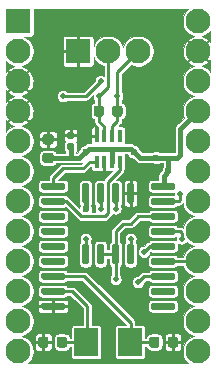
<source format=gbr>
%TF.GenerationSoftware,KiCad,Pcbnew,5.1.7+dfsg1-1~bpo10+1*%
%TF.CreationDate,Date%
%TF.ProjectId,ProMicro_BUS,50726f4d-6963-4726-9f5f-4255532e6b69,v1.4*%
%TF.SameCoordinates,Original*%
%TF.FileFunction,Copper,L1,Top*%
%TF.FilePolarity,Positive*%
%FSLAX46Y46*%
G04 Gerber Fmt 4.6, Leading zero omitted, Abs format (unit mm)*
G04 Created by KiCad*
%MOMM*%
%LPD*%
G01*
G04 APERTURE LIST*
%TA.AperFunction,ComponentPad*%
%ADD10R,2.100000X2.100000*%
%TD*%
%TA.AperFunction,ComponentPad*%
%ADD11C,2.100000*%
%TD*%
%TA.AperFunction,SMDPad,CuDef*%
%ADD12R,2.000000X2.400000*%
%TD*%
%TA.AperFunction,SMDPad,CuDef*%
%ADD13R,0.400000X1.060000*%
%TD*%
%TA.AperFunction,ViaPad*%
%ADD14C,0.600000*%
%TD*%
%TA.AperFunction,ViaPad*%
%ADD15C,0.500000*%
%TD*%
%TA.AperFunction,Conductor*%
%ADD16C,0.400000*%
%TD*%
%TA.AperFunction,Conductor*%
%ADD17C,0.250000*%
%TD*%
%TA.AperFunction,Conductor*%
%ADD18C,0.125000*%
%TD*%
%TA.AperFunction,Conductor*%
%ADD19C,0.100000*%
%TD*%
%ADD20C,0.300000*%
%ADD21C,0.200000*%
%ADD22C,0.350000*%
G04 APERTURE END LIST*
%TO.P,C3,2*%
%TO.N,GND*%
%TA.AperFunction,SMDPad,CuDef*%
G36*
G01*
X2796250Y-10445000D02*
X2283750Y-10445000D01*
G75*
G02*
X2065000Y-10226250I0J218750D01*
G01*
X2065000Y-9788750D01*
G75*
G02*
X2283750Y-9570000I218750J0D01*
G01*
X2796250Y-9570000D01*
G75*
G02*
X3015000Y-9788750I0J-218750D01*
G01*
X3015000Y-10226250D01*
G75*
G02*
X2796250Y-10445000I-218750J0D01*
G01*
G37*
%TD.AperFunction*%
%TO.P,C3,1*%
%TO.N,+3V3*%
%TA.AperFunction,SMDPad,CuDef*%
G36*
G01*
X2796250Y-12020000D02*
X2283750Y-12020000D01*
G75*
G02*
X2065000Y-11801250I0J218750D01*
G01*
X2065000Y-11363750D01*
G75*
G02*
X2283750Y-11145000I218750J0D01*
G01*
X2796250Y-11145000D01*
G75*
G02*
X3015000Y-11363750I0J-218750D01*
G01*
X3015000Y-11801250D01*
G75*
G02*
X2796250Y-12020000I-218750J0D01*
G01*
G37*
%TD.AperFunction*%
%TD*%
%TO.P,C2,2*%
%TO.N,GND*%
%TA.AperFunction,SMDPad,CuDef*%
G36*
G01*
X4617500Y-9970000D02*
X4272500Y-9970000D01*
G75*
G02*
X4125000Y-9822500I0J147500D01*
G01*
X4125000Y-9527500D01*
G75*
G02*
X4272500Y-9380000I147500J0D01*
G01*
X4617500Y-9380000D01*
G75*
G02*
X4765000Y-9527500I0J-147500D01*
G01*
X4765000Y-9822500D01*
G75*
G02*
X4617500Y-9970000I-147500J0D01*
G01*
G37*
%TD.AperFunction*%
%TO.P,C2,1*%
%TO.N,+3V3*%
%TA.AperFunction,SMDPad,CuDef*%
G36*
G01*
X4617500Y-10940000D02*
X4272500Y-10940000D01*
G75*
G02*
X4125000Y-10792500I0J147500D01*
G01*
X4125000Y-10497500D01*
G75*
G02*
X4272500Y-10350000I147500J0D01*
G01*
X4617500Y-10350000D01*
G75*
G02*
X4765000Y-10497500I0J-147500D01*
G01*
X4765000Y-10792500D01*
G75*
G02*
X4617500Y-10940000I-147500J0D01*
G01*
G37*
%TD.AperFunction*%
%TD*%
D10*
%TO.P,A1,1*%
%TO.N,RXD*%
X0Y0D03*
D11*
%TO.P,A1,2*%
%TO.N,TXD*%
X0Y-2540000D03*
%TO.P,A1,3*%
%TO.N,GND*%
X0Y-5080000D03*
%TO.P,A1,13*%
%TO.N,CS0*%
X15240000Y-27940000D03*
%TO.P,A1,4*%
%TO.N,GND*%
X0Y-7620000D03*
%TO.P,A1,14*%
%TO.N,COPI*%
X15240000Y-25400000D03*
%TO.P,A1,5*%
%TO.N,Net-(A1-Pad5)*%
X0Y-10160000D03*
%TO.P,A1,15*%
%TO.N,CIPO*%
X15240000Y-22860000D03*
%TO.P,A1,6*%
%TO.N,Net-(A1-Pad6)*%
X0Y-12700000D03*
%TO.P,A1,16*%
%TO.N,SCK*%
X15240000Y-20320000D03*
%TO.P,A1,7*%
%TO.N,Net-(A1-Pad7)*%
X0Y-15240000D03*
%TO.P,A1,17*%
%TO.N,Net-(A1-Pad17)*%
X15240000Y-17780000D03*
%TO.P,A1,8*%
%TO.N,Net-(A1-Pad8)*%
X0Y-17780000D03*
%TO.P,A1,18*%
%TO.N,Net-(A1-Pad18)*%
X15240000Y-15240000D03*
%TO.P,A1,9*%
%TO.N,Net-(A1-Pad9)*%
X0Y-20320000D03*
%TO.P,A1,19*%
%TO.N,Net-(A1-Pad19)*%
X15240000Y-12700000D03*
%TO.P,A1,10*%
%TO.N,INT*%
X0Y-22860000D03*
%TO.P,A1,20*%
%TO.N,Net-(A1-Pad20)*%
X15240000Y-10160000D03*
%TO.P,A1,11*%
%TO.N,Net-(A1-Pad11)*%
X0Y-25400000D03*
%TO.P,A1,21*%
%TO.N,+3V3*%
X15240000Y-7620000D03*
%TO.P,A1,12*%
%TO.N,CS1*%
X0Y-27940000D03*
%TO.P,A1,22*%
%TO.N,~RST*%
X15240000Y-5080000D03*
%TO.P,A1,23*%
%TO.N,GND*%
X15240000Y-2540000D03*
%TO.P,A1,24*%
%TO.N,Net-(A1-Pad24)*%
X15240000Y0D03*
%TD*%
%TO.P,U1,8*%
%TO.N,+3V3*%
%TA.AperFunction,SMDPad,CuDef*%
G36*
G01*
X5865000Y-15445000D02*
X5565000Y-15445000D01*
G75*
G02*
X5415000Y-15295000I0J150000D01*
G01*
X5415000Y-13845000D01*
G75*
G02*
X5565000Y-13695000I150000J0D01*
G01*
X5865000Y-13695000D01*
G75*
G02*
X6015000Y-13845000I0J-150000D01*
G01*
X6015000Y-15295000D01*
G75*
G02*
X5865000Y-15445000I-150000J0D01*
G01*
G37*
%TD.AperFunction*%
%TO.P,U1,7*%
%TO.N,/B*%
%TA.AperFunction,SMDPad,CuDef*%
G36*
G01*
X7135000Y-15445000D02*
X6835000Y-15445000D01*
G75*
G02*
X6685000Y-15295000I0J150000D01*
G01*
X6685000Y-13845000D01*
G75*
G02*
X6835000Y-13695000I150000J0D01*
G01*
X7135000Y-13695000D01*
G75*
G02*
X7285000Y-13845000I0J-150000D01*
G01*
X7285000Y-15295000D01*
G75*
G02*
X7135000Y-15445000I-150000J0D01*
G01*
G37*
%TD.AperFunction*%
%TO.P,U1,6*%
%TO.N,/A*%
%TA.AperFunction,SMDPad,CuDef*%
G36*
G01*
X8405000Y-15445000D02*
X8105000Y-15445000D01*
G75*
G02*
X7955000Y-15295000I0J150000D01*
G01*
X7955000Y-13845000D01*
G75*
G02*
X8105000Y-13695000I150000J0D01*
G01*
X8405000Y-13695000D01*
G75*
G02*
X8555000Y-13845000I0J-150000D01*
G01*
X8555000Y-15295000D01*
G75*
G02*
X8405000Y-15445000I-150000J0D01*
G01*
G37*
%TD.AperFunction*%
%TO.P,U1,5*%
%TO.N,GND*%
%TA.AperFunction,SMDPad,CuDef*%
G36*
G01*
X9675000Y-15445000D02*
X9375000Y-15445000D01*
G75*
G02*
X9225000Y-15295000I0J150000D01*
G01*
X9225000Y-13845000D01*
G75*
G02*
X9375000Y-13695000I150000J0D01*
G01*
X9675000Y-13695000D01*
G75*
G02*
X9825000Y-13845000I0J-150000D01*
G01*
X9825000Y-15295000D01*
G75*
G02*
X9675000Y-15445000I-150000J0D01*
G01*
G37*
%TD.AperFunction*%
%TO.P,U1,4*%
%TO.N,Net-(JP2-Pad2)*%
%TA.AperFunction,SMDPad,CuDef*%
G36*
G01*
X9675000Y-20595000D02*
X9375000Y-20595000D01*
G75*
G02*
X9225000Y-20445000I0J150000D01*
G01*
X9225000Y-18995000D01*
G75*
G02*
X9375000Y-18845000I150000J0D01*
G01*
X9675000Y-18845000D01*
G75*
G02*
X9825000Y-18995000I0J-150000D01*
G01*
X9825000Y-20445000D01*
G75*
G02*
X9675000Y-20595000I-150000J0D01*
G01*
G37*
%TD.AperFunction*%
%TO.P,U1,3*%
%TO.N,CS*%
%TA.AperFunction,SMDPad,CuDef*%
G36*
G01*
X8405000Y-20595000D02*
X8105000Y-20595000D01*
G75*
G02*
X7955000Y-20445000I0J150000D01*
G01*
X7955000Y-18995000D01*
G75*
G02*
X8105000Y-18845000I150000J0D01*
G01*
X8405000Y-18845000D01*
G75*
G02*
X8555000Y-18995000I0J-150000D01*
G01*
X8555000Y-20445000D01*
G75*
G02*
X8405000Y-20595000I-150000J0D01*
G01*
G37*
%TD.AperFunction*%
%TO.P,U1,2*%
%TA.AperFunction,SMDPad,CuDef*%
G36*
G01*
X7135000Y-20595000D02*
X6835000Y-20595000D01*
G75*
G02*
X6685000Y-20445000I0J150000D01*
G01*
X6685000Y-18995000D01*
G75*
G02*
X6835000Y-18845000I150000J0D01*
G01*
X7135000Y-18845000D01*
G75*
G02*
X7285000Y-18995000I0J-150000D01*
G01*
X7285000Y-20445000D01*
G75*
G02*
X7135000Y-20595000I-150000J0D01*
G01*
G37*
%TD.AperFunction*%
%TO.P,U1,1*%
%TO.N,Net-(JP1-Pad2)*%
%TA.AperFunction,SMDPad,CuDef*%
G36*
G01*
X5865000Y-20595000D02*
X5565000Y-20595000D01*
G75*
G02*
X5415000Y-20445000I0J150000D01*
G01*
X5415000Y-18995000D01*
G75*
G02*
X5565000Y-18845000I150000J0D01*
G01*
X5865000Y-18845000D01*
G75*
G02*
X6015000Y-18995000I0J-150000D01*
G01*
X6015000Y-20445000D01*
G75*
G02*
X5865000Y-20595000I-150000J0D01*
G01*
G37*
%TD.AperFunction*%
%TD*%
D12*
%TO.P,Y1,2*%
%TO.N,Net-(C1-Pad2)*%
X9470000Y-27178000D03*
%TO.P,Y1,1*%
%TO.N,Net-(C4-Pad1)*%
X5770000Y-27178000D03*
%TD*%
%TO.P,C4,2*%
%TO.N,GND*%
%TA.AperFunction,SMDPad,CuDef*%
G36*
G01*
X2571000Y-26921750D02*
X2571000Y-27434250D01*
G75*
G02*
X2352250Y-27653000I-218750J0D01*
G01*
X1914750Y-27653000D01*
G75*
G02*
X1696000Y-27434250I0J218750D01*
G01*
X1696000Y-26921750D01*
G75*
G02*
X1914750Y-26703000I218750J0D01*
G01*
X2352250Y-26703000D01*
G75*
G02*
X2571000Y-26921750I0J-218750D01*
G01*
G37*
%TD.AperFunction*%
%TO.P,C4,1*%
%TO.N,Net-(C4-Pad1)*%
%TA.AperFunction,SMDPad,CuDef*%
G36*
G01*
X4146000Y-26921750D02*
X4146000Y-27434250D01*
G75*
G02*
X3927250Y-27653000I-218750J0D01*
G01*
X3489750Y-27653000D01*
G75*
G02*
X3271000Y-27434250I0J218750D01*
G01*
X3271000Y-26921750D01*
G75*
G02*
X3489750Y-26703000I218750J0D01*
G01*
X3927250Y-26703000D01*
G75*
G02*
X4146000Y-26921750I0J-218750D01*
G01*
G37*
%TD.AperFunction*%
%TD*%
%TO.P,C1,2*%
%TO.N,Net-(C1-Pad2)*%
%TA.AperFunction,SMDPad,CuDef*%
G36*
G01*
X11969000Y-26921750D02*
X11969000Y-27434250D01*
G75*
G02*
X11750250Y-27653000I-218750J0D01*
G01*
X11312750Y-27653000D01*
G75*
G02*
X11094000Y-27434250I0J218750D01*
G01*
X11094000Y-26921750D01*
G75*
G02*
X11312750Y-26703000I218750J0D01*
G01*
X11750250Y-26703000D01*
G75*
G02*
X11969000Y-26921750I0J-218750D01*
G01*
G37*
%TD.AperFunction*%
%TO.P,C1,1*%
%TO.N,GND*%
%TA.AperFunction,SMDPad,CuDef*%
G36*
G01*
X13544000Y-26921750D02*
X13544000Y-27434250D01*
G75*
G02*
X13325250Y-27653000I-218750J0D01*
G01*
X12887750Y-27653000D01*
G75*
G02*
X12669000Y-27434250I0J218750D01*
G01*
X12669000Y-26921750D01*
G75*
G02*
X12887750Y-26703000I218750J0D01*
G01*
X13325250Y-26703000D01*
G75*
G02*
X13544000Y-26921750I0J-218750D01*
G01*
G37*
%TD.AperFunction*%
%TD*%
D13*
%TO.P,U2,8*%
%TO.N,GND*%
X6640000Y-9695000D03*
%TO.P,U2,7*%
%TO.N,/B*%
X7290000Y-9695000D03*
%TO.P,U2,6*%
%TO.N,/A*%
X7950000Y-9695000D03*
%TO.P,U2,5*%
%TO.N,Net-(U2-Pad5)*%
X8600000Y-9695000D03*
%TO.P,U2,4*%
%TO.N,Net-(U2-Pad4)*%
X8600000Y-11895000D03*
%TO.P,U2,3*%
%TO.N,+3V3*%
X7950000Y-11895000D03*
%TO.P,U2,2*%
%TO.N,GND*%
X7290000Y-11895000D03*
%TO.P,U2,1*%
%TO.N,Net-(U2-Pad1)*%
X6640000Y-11895000D03*
%TD*%
%TO.P,U3,18*%
%TO.N,+3V3*%
%TA.AperFunction,SMDPad,CuDef*%
G36*
G01*
X11245000Y-14120000D02*
X11245000Y-13820000D01*
G75*
G02*
X11395000Y-13670000I150000J0D01*
G01*
X13145000Y-13670000D01*
G75*
G02*
X13295000Y-13820000I0J-150000D01*
G01*
X13295000Y-14120000D01*
G75*
G02*
X13145000Y-14270000I-150000J0D01*
G01*
X11395000Y-14270000D01*
G75*
G02*
X11245000Y-14120000I0J150000D01*
G01*
G37*
%TD.AperFunction*%
%TO.P,U3,17*%
%TO.N,~RST*%
%TA.AperFunction,SMDPad,CuDef*%
G36*
G01*
X11245000Y-15390000D02*
X11245000Y-15090000D01*
G75*
G02*
X11395000Y-14940000I150000J0D01*
G01*
X13145000Y-14940000D01*
G75*
G02*
X13295000Y-15090000I0J-150000D01*
G01*
X13295000Y-15390000D01*
G75*
G02*
X13145000Y-15540000I-150000J0D01*
G01*
X11395000Y-15540000D01*
G75*
G02*
X11245000Y-15390000I0J150000D01*
G01*
G37*
%TD.AperFunction*%
%TO.P,U3,16*%
%TO.N,CS*%
%TA.AperFunction,SMDPad,CuDef*%
G36*
G01*
X11245000Y-16660000D02*
X11245000Y-16360000D01*
G75*
G02*
X11395000Y-16210000I150000J0D01*
G01*
X13145000Y-16210000D01*
G75*
G02*
X13295000Y-16360000I0J-150000D01*
G01*
X13295000Y-16660000D01*
G75*
G02*
X13145000Y-16810000I-150000J0D01*
G01*
X11395000Y-16810000D01*
G75*
G02*
X11245000Y-16660000I0J150000D01*
G01*
G37*
%TD.AperFunction*%
%TO.P,U3,15*%
%TO.N,CIPO*%
%TA.AperFunction,SMDPad,CuDef*%
G36*
G01*
X11245000Y-17930000D02*
X11245000Y-17630000D01*
G75*
G02*
X11395000Y-17480000I150000J0D01*
G01*
X13145000Y-17480000D01*
G75*
G02*
X13295000Y-17630000I0J-150000D01*
G01*
X13295000Y-17930000D01*
G75*
G02*
X13145000Y-18080000I-150000J0D01*
G01*
X11395000Y-18080000D01*
G75*
G02*
X11245000Y-17930000I0J150000D01*
G01*
G37*
%TD.AperFunction*%
%TO.P,U3,14*%
%TO.N,COPI*%
%TA.AperFunction,SMDPad,CuDef*%
G36*
G01*
X11245000Y-19200000D02*
X11245000Y-18900000D01*
G75*
G02*
X11395000Y-18750000I150000J0D01*
G01*
X13145000Y-18750000D01*
G75*
G02*
X13295000Y-18900000I0J-150000D01*
G01*
X13295000Y-19200000D01*
G75*
G02*
X13145000Y-19350000I-150000J0D01*
G01*
X11395000Y-19350000D01*
G75*
G02*
X11245000Y-19200000I0J150000D01*
G01*
G37*
%TD.AperFunction*%
%TO.P,U3,13*%
%TO.N,SCK*%
%TA.AperFunction,SMDPad,CuDef*%
G36*
G01*
X11245000Y-20470000D02*
X11245000Y-20170000D01*
G75*
G02*
X11395000Y-20020000I150000J0D01*
G01*
X13145000Y-20020000D01*
G75*
G02*
X13295000Y-20170000I0J-150000D01*
G01*
X13295000Y-20470000D01*
G75*
G02*
X13145000Y-20620000I-150000J0D01*
G01*
X11395000Y-20620000D01*
G75*
G02*
X11245000Y-20470000I0J150000D01*
G01*
G37*
%TD.AperFunction*%
%TO.P,U3,12*%
%TO.N,INT*%
%TA.AperFunction,SMDPad,CuDef*%
G36*
G01*
X11245000Y-21740000D02*
X11245000Y-21440000D01*
G75*
G02*
X11395000Y-21290000I150000J0D01*
G01*
X13145000Y-21290000D01*
G75*
G02*
X13295000Y-21440000I0J-150000D01*
G01*
X13295000Y-21740000D01*
G75*
G02*
X13145000Y-21890000I-150000J0D01*
G01*
X11395000Y-21890000D01*
G75*
G02*
X11245000Y-21740000I0J150000D01*
G01*
G37*
%TD.AperFunction*%
%TO.P,U3,11*%
%TO.N,Net-(U3-Pad11)*%
%TA.AperFunction,SMDPad,CuDef*%
G36*
G01*
X11245000Y-23010000D02*
X11245000Y-22710000D01*
G75*
G02*
X11395000Y-22560000I150000J0D01*
G01*
X13145000Y-22560000D01*
G75*
G02*
X13295000Y-22710000I0J-150000D01*
G01*
X13295000Y-23010000D01*
G75*
G02*
X13145000Y-23160000I-150000J0D01*
G01*
X11395000Y-23160000D01*
G75*
G02*
X11245000Y-23010000I0J150000D01*
G01*
G37*
%TD.AperFunction*%
%TO.P,U3,10*%
%TO.N,Net-(U3-Pad10)*%
%TA.AperFunction,SMDPad,CuDef*%
G36*
G01*
X11245000Y-24280000D02*
X11245000Y-23980000D01*
G75*
G02*
X11395000Y-23830000I150000J0D01*
G01*
X13145000Y-23830000D01*
G75*
G02*
X13295000Y-23980000I0J-150000D01*
G01*
X13295000Y-24280000D01*
G75*
G02*
X13145000Y-24430000I-150000J0D01*
G01*
X11395000Y-24430000D01*
G75*
G02*
X11245000Y-24280000I0J150000D01*
G01*
G37*
%TD.AperFunction*%
%TO.P,U3,9*%
%TO.N,GND*%
%TA.AperFunction,SMDPad,CuDef*%
G36*
G01*
X1945000Y-24280000D02*
X1945000Y-23980000D01*
G75*
G02*
X2095000Y-23830000I150000J0D01*
G01*
X3845000Y-23830000D01*
G75*
G02*
X3995000Y-23980000I0J-150000D01*
G01*
X3995000Y-24280000D01*
G75*
G02*
X3845000Y-24430000I-150000J0D01*
G01*
X2095000Y-24430000D01*
G75*
G02*
X1945000Y-24280000I0J150000D01*
G01*
G37*
%TD.AperFunction*%
%TO.P,U3,8*%
%TO.N,Net-(C4-Pad1)*%
%TA.AperFunction,SMDPad,CuDef*%
G36*
G01*
X1945000Y-23010000D02*
X1945000Y-22710000D01*
G75*
G02*
X2095000Y-22560000I150000J0D01*
G01*
X3845000Y-22560000D01*
G75*
G02*
X3995000Y-22710000I0J-150000D01*
G01*
X3995000Y-23010000D01*
G75*
G02*
X3845000Y-23160000I-150000J0D01*
G01*
X2095000Y-23160000D01*
G75*
G02*
X1945000Y-23010000I0J150000D01*
G01*
G37*
%TD.AperFunction*%
%TO.P,U3,7*%
%TO.N,Net-(C1-Pad2)*%
%TA.AperFunction,SMDPad,CuDef*%
G36*
G01*
X1945000Y-21740000D02*
X1945000Y-21440000D01*
G75*
G02*
X2095000Y-21290000I150000J0D01*
G01*
X3845000Y-21290000D01*
G75*
G02*
X3995000Y-21440000I0J-150000D01*
G01*
X3995000Y-21740000D01*
G75*
G02*
X3845000Y-21890000I-150000J0D01*
G01*
X2095000Y-21890000D01*
G75*
G02*
X1945000Y-21740000I0J150000D01*
G01*
G37*
%TD.AperFunction*%
%TO.P,U3,6*%
%TO.N,Net-(U3-Pad6)*%
%TA.AperFunction,SMDPad,CuDef*%
G36*
G01*
X1945000Y-20470000D02*
X1945000Y-20170000D01*
G75*
G02*
X2095000Y-20020000I150000J0D01*
G01*
X3845000Y-20020000D01*
G75*
G02*
X3995000Y-20170000I0J-150000D01*
G01*
X3995000Y-20470000D01*
G75*
G02*
X3845000Y-20620000I-150000J0D01*
G01*
X2095000Y-20620000D01*
G75*
G02*
X1945000Y-20470000I0J150000D01*
G01*
G37*
%TD.AperFunction*%
%TO.P,U3,5*%
%TO.N,Net-(U3-Pad5)*%
%TA.AperFunction,SMDPad,CuDef*%
G36*
G01*
X1945000Y-19200000D02*
X1945000Y-18900000D01*
G75*
G02*
X2095000Y-18750000I150000J0D01*
G01*
X3845000Y-18750000D01*
G75*
G02*
X3995000Y-18900000I0J-150000D01*
G01*
X3995000Y-19200000D01*
G75*
G02*
X3845000Y-19350000I-150000J0D01*
G01*
X2095000Y-19350000D01*
G75*
G02*
X1945000Y-19200000I0J150000D01*
G01*
G37*
%TD.AperFunction*%
%TO.P,U3,4*%
%TO.N,Net-(U3-Pad4)*%
%TA.AperFunction,SMDPad,CuDef*%
G36*
G01*
X1945000Y-17930000D02*
X1945000Y-17630000D01*
G75*
G02*
X2095000Y-17480000I150000J0D01*
G01*
X3845000Y-17480000D01*
G75*
G02*
X3995000Y-17630000I0J-150000D01*
G01*
X3995000Y-17930000D01*
G75*
G02*
X3845000Y-18080000I-150000J0D01*
G01*
X2095000Y-18080000D01*
G75*
G02*
X1945000Y-17930000I0J150000D01*
G01*
G37*
%TD.AperFunction*%
%TO.P,U3,3*%
%TO.N,Net-(U3-Pad3)*%
%TA.AperFunction,SMDPad,CuDef*%
G36*
G01*
X1945000Y-16660000D02*
X1945000Y-16360000D01*
G75*
G02*
X2095000Y-16210000I150000J0D01*
G01*
X3845000Y-16210000D01*
G75*
G02*
X3995000Y-16360000I0J-150000D01*
G01*
X3995000Y-16660000D01*
G75*
G02*
X3845000Y-16810000I-150000J0D01*
G01*
X2095000Y-16810000D01*
G75*
G02*
X1945000Y-16660000I0J150000D01*
G01*
G37*
%TD.AperFunction*%
%TO.P,U3,2*%
%TO.N,Net-(U2-Pad4)*%
%TA.AperFunction,SMDPad,CuDef*%
G36*
G01*
X1945000Y-15390000D02*
X1945000Y-15090000D01*
G75*
G02*
X2095000Y-14940000I150000J0D01*
G01*
X3845000Y-14940000D01*
G75*
G02*
X3995000Y-15090000I0J-150000D01*
G01*
X3995000Y-15390000D01*
G75*
G02*
X3845000Y-15540000I-150000J0D01*
G01*
X2095000Y-15540000D01*
G75*
G02*
X1945000Y-15390000I0J150000D01*
G01*
G37*
%TD.AperFunction*%
%TO.P,U3,1*%
%TO.N,Net-(U2-Pad1)*%
%TA.AperFunction,SMDPad,CuDef*%
G36*
G01*
X1945000Y-14120000D02*
X1945000Y-13820000D01*
G75*
G02*
X2095000Y-13670000I150000J0D01*
G01*
X3845000Y-13670000D01*
G75*
G02*
X3995000Y-13820000I0J-150000D01*
G01*
X3995000Y-14120000D01*
G75*
G02*
X3845000Y-14270000I-150000J0D01*
G01*
X2095000Y-14270000D01*
G75*
G02*
X1945000Y-14120000I0J150000D01*
G01*
G37*
%TD.AperFunction*%
%TD*%
%TO.P,R1,2*%
%TO.N,/A*%
%TA.AperFunction,SMDPad,CuDef*%
G36*
G01*
X7970000Y-7876250D02*
X7970000Y-7363750D01*
G75*
G02*
X8188750Y-7145000I218750J0D01*
G01*
X8626250Y-7145000D01*
G75*
G02*
X8845000Y-7363750I0J-218750D01*
G01*
X8845000Y-7876250D01*
G75*
G02*
X8626250Y-8095000I-218750J0D01*
G01*
X8188750Y-8095000D01*
G75*
G02*
X7970000Y-7876250I0J218750D01*
G01*
G37*
%TD.AperFunction*%
%TO.P,R1,1*%
%TO.N,/B*%
%TA.AperFunction,SMDPad,CuDef*%
G36*
G01*
X6395000Y-7876250D02*
X6395000Y-7363750D01*
G75*
G02*
X6613750Y-7145000I218750J0D01*
G01*
X7051250Y-7145000D01*
G75*
G02*
X7270000Y-7363750I0J-218750D01*
G01*
X7270000Y-7876250D01*
G75*
G02*
X7051250Y-8095000I-218750J0D01*
G01*
X6613750Y-8095000D01*
G75*
G02*
X6395000Y-7876250I0J218750D01*
G01*
G37*
%TD.AperFunction*%
%TD*%
D11*
%TO.P,J1,3*%
%TO.N,/A*%
X10160000Y-2540000D03*
%TO.P,J1,2*%
%TO.N,/B*%
X7620000Y-2540000D03*
D10*
%TO.P,J1,1*%
%TO.N,GND*%
X5080000Y-2540000D03*
%TD*%
D14*
%TO.N,GND*%
X4445000Y0D03*
X12700000Y0D03*
X12700000Y-5080000D03*
X1270000Y-16510000D03*
X1270000Y-21590000D03*
X5715000Y-9525000D03*
X10795000Y-8890000D03*
X12700000Y-8890000D03*
X10795000Y-5080000D03*
X8890000Y0D03*
X2921000Y-25400000D03*
X4699000Y-13208000D03*
X4699000Y-14478000D03*
X9525000Y-12954000D03*
X10668000Y-14605000D03*
X10668000Y-17780000D03*
X10160000Y-25400000D03*
X9144000Y-16256000D03*
X7239000Y-17399000D03*
D15*
X6350000Y-4445000D03*
D14*
X4572000Y-19685000D03*
D15*
X6985000Y-21336000D03*
X5588000Y-22733000D03*
D14*
X12344400Y-25400000D03*
%TO.N,+3V3*%
X5715000Y-15875000D03*
X5715000Y-11049000D03*
X12700000Y-12700000D03*
X11707000Y-11557000D03*
X9779000Y-11049012D03*
D15*
%TO.N,/A*%
X8407500Y-6324500D03*
X8255000Y-15875000D03*
%TO.N,/B*%
X6832500Y-6375500D03*
X6985000Y-15875000D03*
%TO.N,Net-(JP1-Pad2)*%
X5715000Y-18415000D03*
%TO.N,Net-(JP2-Pad2)*%
X9525000Y-18415000D03*
X3810000Y-6350000D03*
X6984982Y-5080000D03*
%TO.N,COPI*%
X10668000Y-19526992D03*
%TO.N,CIPO*%
X13843000Y-18415000D03*
%TO.N,INT*%
X10160000Y-22098000D03*
%TO.N,~RST*%
X13715992Y-14605000D03*
%TO.N,CS*%
X8255000Y-21844000D03*
%TD*%
D16*
%TO.N,+3V3*%
X4445000Y-11582500D02*
X5181500Y-11582500D01*
X5181500Y-11582500D02*
X5969000Y-10795000D01*
X7950000Y-10807500D02*
X7937500Y-10795000D01*
X7950000Y-11895000D02*
X7950000Y-10807500D01*
X5969000Y-10795000D02*
X7937500Y-10795000D01*
X12319000Y-13081000D02*
X12700000Y-12700000D01*
X12270000Y-13970000D02*
X12319000Y-13921000D01*
X12319000Y-13921000D02*
X12319000Y-13081000D01*
X5715000Y-14570000D02*
X5715000Y-15875000D01*
X4445000Y-11582500D02*
X3454500Y-11582500D01*
X12700000Y-12700000D02*
X12700000Y-12700000D01*
X3454500Y-11582500D02*
X3454500Y-11582500D01*
X2540000Y-11582500D02*
X3454500Y-11582500D01*
X11707000Y-11557000D02*
X10795000Y-11557000D01*
X11707000Y-11557000D02*
X12700000Y-11557000D01*
X9524988Y-10795000D02*
X9529001Y-10799013D01*
X7937500Y-10795000D02*
X9524988Y-10795000D01*
X9529001Y-10799013D02*
X9779000Y-11049012D01*
X4445000Y-10645000D02*
X4445000Y-10795000D01*
X4445000Y-10795000D02*
X4445000Y-11582500D01*
X13716000Y-11303000D02*
X13716000Y-9144000D01*
X13462000Y-11557000D02*
X13716000Y-11303000D01*
X12700000Y-11557000D02*
X13462000Y-11557000D01*
X13716000Y-9144000D02*
X15240000Y-7620000D01*
X12700000Y-12700000D02*
X12700000Y-11557000D01*
X10286988Y-11557000D02*
X9779000Y-11049012D01*
X10769500Y-11557000D02*
X10286988Y-11557000D01*
D17*
%TO.N,/A*%
X7950000Y-8915000D02*
X7950000Y-9695000D01*
X8407500Y-7620000D02*
X8407500Y-8457500D01*
X8407500Y-8457500D02*
X7950000Y-8915000D01*
X8407500Y-7620000D02*
X8407500Y-6324500D01*
X8255000Y-14570000D02*
X8255000Y-15875000D01*
X8407500Y-4292500D02*
X10160000Y-2540000D01*
X8407500Y-6324500D02*
X8407500Y-4292500D01*
%TO.N,/B*%
X6832500Y-7620000D02*
X6832500Y-6375500D01*
X7290000Y-8941000D02*
X7290000Y-9695000D01*
X6832500Y-7620000D02*
X6832500Y-8483500D01*
X6832500Y-8483500D02*
X7290000Y-8941000D01*
X6985000Y-14570000D02*
X6985000Y-15875000D01*
X7620000Y-5588000D02*
X7620000Y-2540000D01*
X6832500Y-6375500D02*
X7620000Y-5588000D01*
%TO.N,Net-(U2-Pad1)*%
X6053000Y-11895000D02*
X6640000Y-11895000D01*
X5502000Y-12446000D02*
X6053000Y-11895000D01*
X3810000Y-12446000D02*
X5502000Y-12446000D01*
X2970000Y-13970000D02*
X2970000Y-13286000D01*
X2970000Y-13286000D02*
X3810000Y-12446000D01*
%TO.N,Net-(JP1-Pad2)*%
X5715000Y-19720000D02*
X5715000Y-18415000D01*
%TO.N,Net-(JP2-Pad2)*%
X9525000Y-19720000D02*
X9525000Y-18415000D01*
X3810000Y-6350000D02*
X5714982Y-6350000D01*
X5714982Y-6350000D02*
X6984982Y-5080000D01*
%TO.N,Net-(C1-Pad2)*%
X11531500Y-27178000D02*
X9525000Y-27178000D01*
X2970000Y-21590000D02*
X5588000Y-21590000D01*
X5588000Y-21590000D02*
X9525000Y-25527000D01*
X9525000Y-25527000D02*
X9525000Y-27178000D01*
%TO.N,Net-(U2-Pad4)*%
X4064000Y-15240000D02*
X2970000Y-15240000D01*
X8600000Y-12609000D02*
X7620000Y-13589000D01*
X8600000Y-11895000D02*
X8600000Y-12609000D01*
X7620000Y-16256000D02*
X7366000Y-16510000D01*
X7620000Y-13589000D02*
X7620000Y-16256000D01*
X7366000Y-16510000D02*
X5334000Y-16510000D01*
X5334000Y-16510000D02*
X4064000Y-15240000D01*
%TO.N,COPI*%
X10917999Y-19276993D02*
X10668000Y-19526992D01*
X12270000Y-19050000D02*
X11144992Y-19050000D01*
X11144992Y-19050000D02*
X10917999Y-19276993D01*
%TO.N,CIPO*%
X13716000Y-17780000D02*
X13843000Y-17907000D01*
X12270000Y-17780000D02*
X13716000Y-17780000D01*
X13843000Y-17907000D02*
X13843000Y-18415000D01*
%TO.N,SCK*%
X15240000Y-20320000D02*
X13716000Y-20320000D01*
X12270000Y-20320000D02*
X13716000Y-20320000D01*
%TO.N,INT*%
X10668000Y-21590000D02*
X10160000Y-22098000D01*
X12270000Y-21590000D02*
X10668000Y-21590000D01*
%TO.N,~RST*%
X13715992Y-15112992D02*
X13715992Y-14605000D01*
X13716000Y-15113000D02*
X13715992Y-15112992D01*
X13589000Y-15240000D02*
X13716000Y-15113000D01*
X12270000Y-15240000D02*
X13589000Y-15240000D01*
%TO.N,Net-(C4-Pad1)*%
X5770000Y-27178000D02*
X3683000Y-27178000D01*
X2970000Y-22860000D02*
X4572000Y-22860000D01*
X5842000Y-24130000D02*
X5842000Y-27178000D01*
X4572000Y-22860000D02*
X5842000Y-24130000D01*
%TO.N,CS*%
X8255000Y-19720000D02*
X7655000Y-19720000D01*
X6985000Y-19720000D02*
X7655000Y-19720000D01*
X8255000Y-19720000D02*
X8255000Y-18415000D01*
X10160000Y-16510000D02*
X12065000Y-16510000D01*
X8255000Y-18415000D02*
X8255000Y-17780000D01*
X8255000Y-17780000D02*
X8890000Y-17145000D01*
X8890000Y-17145000D02*
X9525000Y-17145000D01*
X9525000Y-17145000D02*
X10160000Y-16510000D01*
X8255000Y-19685000D02*
X8255000Y-21844000D01*
%TD*%
D18*
%TO.N,GND*%
X14403330Y1019486D02*
X14220514Y836670D01*
X14076877Y621702D01*
X13977938Y382842D01*
X13927500Y129270D01*
X13927500Y-129270D01*
X13977938Y-382842D01*
X14076877Y-621702D01*
X14220514Y-836670D01*
X14403330Y-1019486D01*
X14618298Y-1163123D01*
X14857158Y-1262062D01*
X14898613Y-1270308D01*
X14702438Y-1335677D01*
X14537296Y-1423946D01*
X14417870Y-1594126D01*
X15240000Y-2416256D01*
X16062130Y-1594126D01*
X15942704Y-1423946D01*
X15711471Y-1308301D01*
X15576407Y-1271298D01*
X15622842Y-1262062D01*
X15861702Y-1163123D01*
X16076670Y-1019486D01*
X16259486Y-836670D01*
X16272500Y-817193D01*
X16272500Y-1778661D01*
X16185874Y-1717870D01*
X15363744Y-2540000D01*
X16185874Y-3362130D01*
X16272500Y-3301339D01*
X16272500Y-4262807D01*
X16259486Y-4243330D01*
X16076670Y-4060514D01*
X15861702Y-3916877D01*
X15622842Y-3817938D01*
X15581387Y-3809692D01*
X15777562Y-3744323D01*
X15942704Y-3656054D01*
X16062130Y-3485874D01*
X15240000Y-2663744D01*
X14417870Y-3485874D01*
X14537296Y-3656054D01*
X14768529Y-3771699D01*
X14903593Y-3808702D01*
X14857158Y-3817938D01*
X14618298Y-3916877D01*
X14403330Y-4060514D01*
X14220514Y-4243330D01*
X14076877Y-4458298D01*
X13977938Y-4697158D01*
X13927500Y-4950730D01*
X13927500Y-5209270D01*
X13977938Y-5462842D01*
X14076877Y-5701702D01*
X14220514Y-5916670D01*
X14403330Y-6099486D01*
X14618298Y-6243123D01*
X14857158Y-6342062D01*
X14897066Y-6350000D01*
X14857158Y-6357938D01*
X14618298Y-6456877D01*
X14403330Y-6600514D01*
X14220514Y-6783330D01*
X14076877Y-6998298D01*
X13977938Y-7237158D01*
X13927500Y-7490730D01*
X13927500Y-7749270D01*
X13977938Y-8002842D01*
X14043882Y-8162045D01*
X13405026Y-8800901D01*
X13387382Y-8815381D01*
X13329586Y-8885806D01*
X13297581Y-8945683D01*
X13286640Y-8966153D01*
X13260193Y-9053335D01*
X13251263Y-9144000D01*
X13253501Y-9166722D01*
X13253500Y-11094500D01*
X12722712Y-11094500D01*
X12700000Y-11092263D01*
X12677288Y-11094500D01*
X12027294Y-11094500D01*
X11973444Y-11058519D01*
X11871075Y-11016116D01*
X11762401Y-10994500D01*
X11651599Y-10994500D01*
X11542925Y-11016116D01*
X11440556Y-11058519D01*
X11386706Y-11094500D01*
X10478562Y-11094500D01*
X10332519Y-10948457D01*
X10319884Y-10884937D01*
X10277481Y-10782568D01*
X10215923Y-10690439D01*
X10137573Y-10612089D01*
X10045444Y-10550531D01*
X9943075Y-10508128D01*
X9879554Y-10495493D01*
X9868091Y-10484030D01*
X9853607Y-10466381D01*
X9783182Y-10408585D01*
X9702835Y-10365639D01*
X9615654Y-10339193D01*
X9547700Y-10332500D01*
X9524988Y-10330263D01*
X9502276Y-10332500D01*
X9040186Y-10332500D01*
X9043692Y-10325940D01*
X9058702Y-10276459D01*
X9063770Y-10225000D01*
X9063770Y-9165000D01*
X9058702Y-9113541D01*
X9043692Y-9064060D01*
X9019317Y-9018457D01*
X8986514Y-8978486D01*
X8946543Y-8945683D01*
X8900940Y-8921308D01*
X8851459Y-8906298D01*
X8800000Y-8901230D01*
X8511778Y-8901230D01*
X8668050Y-8744958D01*
X8682829Y-8732829D01*
X8731253Y-8673825D01*
X8767235Y-8606507D01*
X8779561Y-8565874D01*
X8789393Y-8533463D01*
X8796874Y-8457500D01*
X8795000Y-8438471D01*
X8795000Y-8326864D01*
X8810902Y-8322040D01*
X8894324Y-8277451D01*
X8967443Y-8217443D01*
X9027451Y-8144324D01*
X9072040Y-8060902D01*
X9099499Y-7970385D01*
X9108770Y-7876250D01*
X9108770Y-7363750D01*
X9099499Y-7269615D01*
X9072040Y-7179098D01*
X9027451Y-7095676D01*
X8967443Y-7022557D01*
X8894324Y-6962549D01*
X8810902Y-6917960D01*
X8795000Y-6913136D01*
X8795000Y-6661785D01*
X8805585Y-6651200D01*
X8861672Y-6567260D01*
X8900305Y-6473991D01*
X8920000Y-6374977D01*
X8920000Y-6274023D01*
X8900305Y-6175009D01*
X8861672Y-6081740D01*
X8805585Y-5997800D01*
X8795000Y-5987215D01*
X8795000Y-4453007D01*
X9542955Y-3705052D01*
X9777158Y-3802062D01*
X10030730Y-3852500D01*
X10289270Y-3852500D01*
X10542842Y-3802062D01*
X10781702Y-3703123D01*
X10996670Y-3559486D01*
X11179486Y-3376670D01*
X11323123Y-3161702D01*
X11422062Y-2922842D01*
X11472500Y-2669270D01*
X11472500Y-2575769D01*
X13921634Y-2575769D01*
X13953945Y-2832282D01*
X14035677Y-3077562D01*
X14123946Y-3242704D01*
X14294126Y-3362130D01*
X15116256Y-2540000D01*
X14294126Y-1717870D01*
X14123946Y-1837296D01*
X14008301Y-2068529D01*
X13939988Y-2317881D01*
X13921634Y-2575769D01*
X11472500Y-2575769D01*
X11472500Y-2410730D01*
X11422062Y-2157158D01*
X11323123Y-1918298D01*
X11179486Y-1703330D01*
X10996670Y-1520514D01*
X10781702Y-1376877D01*
X10542842Y-1277938D01*
X10289270Y-1227500D01*
X10030730Y-1227500D01*
X9777158Y-1277938D01*
X9538298Y-1376877D01*
X9323330Y-1520514D01*
X9140514Y-1703330D01*
X8996877Y-1918298D01*
X8897938Y-2157158D01*
X8890000Y-2197066D01*
X8882062Y-2157158D01*
X8783123Y-1918298D01*
X8639486Y-1703330D01*
X8456670Y-1520514D01*
X8241702Y-1376877D01*
X8002842Y-1277938D01*
X7749270Y-1227500D01*
X7490730Y-1227500D01*
X7237158Y-1277938D01*
X6998298Y-1376877D01*
X6783330Y-1520514D01*
X6600514Y-1703330D01*
X6456877Y-1918298D01*
X6392945Y-2072644D01*
X6393770Y-1490000D01*
X6388702Y-1438541D01*
X6373692Y-1389060D01*
X6349317Y-1343457D01*
X6316514Y-1303486D01*
X6276543Y-1270683D01*
X6230940Y-1246308D01*
X6181459Y-1231298D01*
X6130000Y-1226230D01*
X5233125Y-1227500D01*
X5167500Y-1293125D01*
X5167500Y-2452500D01*
X5187500Y-2452500D01*
X5187500Y-2627500D01*
X5167500Y-2627500D01*
X5167500Y-3786875D01*
X5233125Y-3852500D01*
X6130000Y-3853770D01*
X6181459Y-3848702D01*
X6230940Y-3833692D01*
X6276543Y-3809317D01*
X6316514Y-3776514D01*
X6349317Y-3736543D01*
X6373692Y-3690940D01*
X6388702Y-3641459D01*
X6393770Y-3590000D01*
X6392945Y-3007356D01*
X6456877Y-3161702D01*
X6600514Y-3376670D01*
X6783330Y-3559486D01*
X6998298Y-3703123D01*
X7232501Y-3800133D01*
X7232500Y-4629007D01*
X7227742Y-4625828D01*
X7134473Y-4587195D01*
X7035459Y-4567500D01*
X6934505Y-4567500D01*
X6835491Y-4587195D01*
X6742222Y-4625828D01*
X6658282Y-4681915D01*
X6586897Y-4753300D01*
X6530810Y-4837240D01*
X6492177Y-4930509D01*
X6472482Y-5029523D01*
X6472482Y-5044492D01*
X5554475Y-5962500D01*
X4147285Y-5962500D01*
X4136700Y-5951915D01*
X4052760Y-5895828D01*
X3959491Y-5857195D01*
X3860477Y-5837500D01*
X3759523Y-5837500D01*
X3660509Y-5857195D01*
X3567240Y-5895828D01*
X3483300Y-5951915D01*
X3411915Y-6023300D01*
X3355828Y-6107240D01*
X3317195Y-6200509D01*
X3297500Y-6299523D01*
X3297500Y-6400477D01*
X3317195Y-6499491D01*
X3355828Y-6592760D01*
X3411915Y-6676700D01*
X3483300Y-6748085D01*
X3567240Y-6804172D01*
X3660509Y-6842805D01*
X3759523Y-6862500D01*
X3860477Y-6862500D01*
X3959491Y-6842805D01*
X4052760Y-6804172D01*
X4136700Y-6748085D01*
X4147285Y-6737500D01*
X5695956Y-6737500D01*
X5714982Y-6739374D01*
X5734008Y-6737500D01*
X5790945Y-6731892D01*
X5863989Y-6709735D01*
X5931307Y-6673753D01*
X5990311Y-6625329D01*
X6002444Y-6610545D01*
X6327954Y-6285035D01*
X6320000Y-6325023D01*
X6320000Y-6425977D01*
X6339695Y-6524991D01*
X6378328Y-6618260D01*
X6434415Y-6702200D01*
X6445001Y-6712786D01*
X6445001Y-6913136D01*
X6429098Y-6917960D01*
X6345676Y-6962549D01*
X6272557Y-7022557D01*
X6212549Y-7095676D01*
X6167960Y-7179098D01*
X6140501Y-7269615D01*
X6131230Y-7363750D01*
X6131230Y-7876250D01*
X6140501Y-7970385D01*
X6167960Y-8060902D01*
X6212549Y-8144324D01*
X6272557Y-8217443D01*
X6345676Y-8277451D01*
X6429098Y-8322040D01*
X6445001Y-8326864D01*
X6445001Y-8464464D01*
X6443126Y-8483500D01*
X6450608Y-8559463D01*
X6457222Y-8581265D01*
X6472766Y-8632507D01*
X6508748Y-8699825D01*
X6557172Y-8758829D01*
X6571951Y-8770958D01*
X6748309Y-8947316D01*
X6727500Y-8968125D01*
X6727500Y-9607500D01*
X6747500Y-9607500D01*
X6747500Y-9782500D01*
X6727500Y-9782500D01*
X6727500Y-9802500D01*
X6552500Y-9802500D01*
X6552500Y-9782500D01*
X6243125Y-9782500D01*
X6177500Y-9848125D01*
X6176230Y-10225000D01*
X6181298Y-10276459D01*
X6196308Y-10325940D01*
X6199814Y-10332500D01*
X5991711Y-10332500D01*
X5968999Y-10330263D01*
X5878333Y-10339193D01*
X5851887Y-10347216D01*
X5791153Y-10365639D01*
X5710806Y-10408585D01*
X5640381Y-10466381D01*
X5625901Y-10484025D01*
X5614445Y-10495482D01*
X5550925Y-10508116D01*
X5448556Y-10550519D01*
X5356427Y-10612077D01*
X5278077Y-10690427D01*
X5216519Y-10782556D01*
X5174116Y-10884925D01*
X5161481Y-10948445D01*
X4989927Y-11120000D01*
X4907500Y-11120000D01*
X4907500Y-11083978D01*
X4908312Y-11083312D01*
X4959459Y-11020989D01*
X4997464Y-10949886D01*
X5020868Y-10872735D01*
X5028770Y-10792500D01*
X5028770Y-10497500D01*
X5020868Y-10417265D01*
X4997464Y-10340114D01*
X4959459Y-10269011D01*
X4908312Y-10206688D01*
X4896768Y-10197214D01*
X4911543Y-10189317D01*
X4951514Y-10156514D01*
X4984317Y-10116543D01*
X5008692Y-10070940D01*
X5023702Y-10021459D01*
X5028770Y-9970000D01*
X5027500Y-9828125D01*
X4961875Y-9762500D01*
X4532500Y-9762500D01*
X4532500Y-9782500D01*
X4357500Y-9782500D01*
X4357500Y-9762500D01*
X3928125Y-9762500D01*
X3862500Y-9828125D01*
X3861230Y-9970000D01*
X3866298Y-10021459D01*
X3881308Y-10070940D01*
X3905683Y-10116543D01*
X3938486Y-10156514D01*
X3978457Y-10189317D01*
X3993232Y-10197214D01*
X3981688Y-10206688D01*
X3930541Y-10269011D01*
X3892536Y-10340114D01*
X3869132Y-10417265D01*
X3861230Y-10497500D01*
X3861230Y-10792500D01*
X3869132Y-10872735D01*
X3892536Y-10949886D01*
X3930541Y-11020989D01*
X3981688Y-11083312D01*
X3982500Y-11083979D01*
X3982500Y-11120000D01*
X3210452Y-11120000D01*
X3197451Y-11095676D01*
X3137443Y-11022557D01*
X3064324Y-10962549D01*
X2980902Y-10917960D01*
X2890385Y-10890501D01*
X2796250Y-10881230D01*
X2283750Y-10881230D01*
X2189615Y-10890501D01*
X2099098Y-10917960D01*
X2015676Y-10962549D01*
X1942557Y-11022557D01*
X1882549Y-11095676D01*
X1837960Y-11179098D01*
X1810501Y-11269615D01*
X1801230Y-11363750D01*
X1801230Y-11801250D01*
X1810501Y-11895385D01*
X1837960Y-11985902D01*
X1882549Y-12069324D01*
X1942557Y-12142443D01*
X2015676Y-12202451D01*
X2099098Y-12247040D01*
X2189615Y-12274499D01*
X2283750Y-12283770D01*
X2796250Y-12283770D01*
X2890385Y-12274499D01*
X2980902Y-12247040D01*
X3064324Y-12202451D01*
X3137443Y-12142443D01*
X3197451Y-12069324D01*
X3210452Y-12045000D01*
X4422288Y-12045000D01*
X4445000Y-12047237D01*
X4467712Y-12045000D01*
X5158788Y-12045000D01*
X5181500Y-12047237D01*
X5204212Y-12045000D01*
X5272166Y-12038307D01*
X5359347Y-12011861D01*
X5421184Y-11978809D01*
X5341493Y-12058500D01*
X3829018Y-12058500D01*
X3809999Y-12056627D01*
X3790980Y-12058500D01*
X3790974Y-12058500D01*
X3741809Y-12063343D01*
X3734036Y-12064108D01*
X3711879Y-12070829D01*
X3660993Y-12086265D01*
X3593675Y-12122247D01*
X3534671Y-12170671D01*
X3522542Y-12185450D01*
X2709451Y-12998542D01*
X2694672Y-13010671D01*
X2646248Y-13069675D01*
X2614345Y-13129361D01*
X2610266Y-13136993D01*
X2588108Y-13210037D01*
X2580626Y-13286000D01*
X2582501Y-13305036D01*
X2582501Y-13406230D01*
X2095000Y-13406230D01*
X2014277Y-13414180D01*
X1936657Y-13437726D01*
X1865122Y-13475963D01*
X1802420Y-13527420D01*
X1750963Y-13590122D01*
X1712726Y-13661657D01*
X1689180Y-13739277D01*
X1681230Y-13820000D01*
X1681230Y-14120000D01*
X1689180Y-14200723D01*
X1712726Y-14278343D01*
X1750963Y-14349878D01*
X1802420Y-14412580D01*
X1865122Y-14464037D01*
X1936657Y-14502274D01*
X2014277Y-14525820D01*
X2095000Y-14533770D01*
X3845000Y-14533770D01*
X3925723Y-14525820D01*
X4003343Y-14502274D01*
X4074878Y-14464037D01*
X4137580Y-14412580D01*
X4189037Y-14349878D01*
X4227274Y-14278343D01*
X4250820Y-14200723D01*
X4258770Y-14120000D01*
X4258770Y-13820000D01*
X4250820Y-13739277D01*
X4227274Y-13661657D01*
X4189037Y-13590122D01*
X4137580Y-13527420D01*
X4074878Y-13475963D01*
X4003343Y-13437726D01*
X3925723Y-13414180D01*
X3845000Y-13406230D01*
X3397777Y-13406230D01*
X3970508Y-12833500D01*
X5482974Y-12833500D01*
X5502000Y-12835374D01*
X5521026Y-12833500D01*
X5577963Y-12827892D01*
X5651007Y-12805735D01*
X5718325Y-12769753D01*
X5777329Y-12721329D01*
X5789462Y-12706545D01*
X6176230Y-12319778D01*
X6176230Y-12425000D01*
X6181298Y-12476459D01*
X6196308Y-12525940D01*
X6220683Y-12571543D01*
X6253486Y-12611514D01*
X6293457Y-12644317D01*
X6339060Y-12668692D01*
X6388541Y-12683702D01*
X6440000Y-12688770D01*
X6840000Y-12688770D01*
X6891459Y-12683702D01*
X6940940Y-12668692D01*
X6965000Y-12655832D01*
X6989060Y-12668692D01*
X7038541Y-12683702D01*
X7090000Y-12688770D01*
X7136875Y-12687500D01*
X7202500Y-12621875D01*
X7202500Y-11982500D01*
X7182500Y-11982500D01*
X7182500Y-11807500D01*
X7202500Y-11807500D01*
X7202500Y-11787500D01*
X7377500Y-11787500D01*
X7377500Y-11807500D01*
X7397500Y-11807500D01*
X7397500Y-11982500D01*
X7377500Y-11982500D01*
X7377500Y-12621875D01*
X7443125Y-12687500D01*
X7490000Y-12688770D01*
X7541459Y-12683702D01*
X7590940Y-12668692D01*
X7620000Y-12653159D01*
X7649060Y-12668692D01*
X7698541Y-12683702D01*
X7750000Y-12688770D01*
X7972222Y-12688770D01*
X7359455Y-13301538D01*
X7344671Y-13313671D01*
X7296247Y-13372676D01*
X7260265Y-13439994D01*
X7256738Y-13451622D01*
X7215723Y-13439180D01*
X7135000Y-13431230D01*
X6835000Y-13431230D01*
X6754277Y-13439180D01*
X6676657Y-13462726D01*
X6605122Y-13500963D01*
X6542420Y-13552420D01*
X6490963Y-13615122D01*
X6452726Y-13686657D01*
X6429180Y-13764277D01*
X6421230Y-13845000D01*
X6421230Y-15295000D01*
X6429180Y-15375723D01*
X6452726Y-15453343D01*
X6490963Y-15524878D01*
X6542420Y-15587580D01*
X6554206Y-15597252D01*
X6530828Y-15632240D01*
X6492195Y-15725509D01*
X6472500Y-15824523D01*
X6472500Y-15925477D01*
X6492195Y-16024491D01*
X6530828Y-16117760D01*
X6533995Y-16122500D01*
X6221328Y-16122500D01*
X6255884Y-16039075D01*
X6277500Y-15930401D01*
X6277500Y-15819599D01*
X6255884Y-15710925D01*
X6213481Y-15608556D01*
X6180668Y-15559447D01*
X6209037Y-15524878D01*
X6247274Y-15453343D01*
X6270820Y-15375723D01*
X6278770Y-15295000D01*
X6278770Y-13845000D01*
X6270820Y-13764277D01*
X6247274Y-13686657D01*
X6209037Y-13615122D01*
X6157580Y-13552420D01*
X6094878Y-13500963D01*
X6023343Y-13462726D01*
X5945723Y-13439180D01*
X5865000Y-13431230D01*
X5565000Y-13431230D01*
X5484277Y-13439180D01*
X5406657Y-13462726D01*
X5335122Y-13500963D01*
X5272420Y-13552420D01*
X5220963Y-13615122D01*
X5182726Y-13686657D01*
X5159180Y-13764277D01*
X5151230Y-13845000D01*
X5151230Y-15295000D01*
X5159180Y-15375723D01*
X5182726Y-15453343D01*
X5220963Y-15524878D01*
X5249332Y-15559447D01*
X5216519Y-15608556D01*
X5174116Y-15710925D01*
X5158988Y-15786980D01*
X4351462Y-14979455D01*
X4339329Y-14964671D01*
X4280325Y-14916247D01*
X4213007Y-14880265D01*
X4197249Y-14875485D01*
X4189037Y-14860122D01*
X4137580Y-14797420D01*
X4074878Y-14745963D01*
X4003343Y-14707726D01*
X3925723Y-14684180D01*
X3845000Y-14676230D01*
X2095000Y-14676230D01*
X2014277Y-14684180D01*
X1936657Y-14707726D01*
X1865122Y-14745963D01*
X1802420Y-14797420D01*
X1750963Y-14860122D01*
X1712726Y-14931657D01*
X1689180Y-15009277D01*
X1681230Y-15090000D01*
X1681230Y-15390000D01*
X1689180Y-15470723D01*
X1712726Y-15548343D01*
X1750963Y-15619878D01*
X1802420Y-15682580D01*
X1865122Y-15734037D01*
X1936657Y-15772274D01*
X2014277Y-15795820D01*
X2095000Y-15803770D01*
X3845000Y-15803770D01*
X3925723Y-15795820D01*
X4003343Y-15772274D01*
X4032618Y-15756626D01*
X5046542Y-16770550D01*
X5058671Y-16785329D01*
X5117675Y-16833753D01*
X5184993Y-16869735D01*
X5233503Y-16884450D01*
X5258036Y-16891892D01*
X5265809Y-16892657D01*
X5314974Y-16897500D01*
X5314980Y-16897500D01*
X5333999Y-16899373D01*
X5353018Y-16897500D01*
X7346974Y-16897500D01*
X7366000Y-16899374D01*
X7385026Y-16897500D01*
X7441963Y-16891892D01*
X7515007Y-16869735D01*
X7582325Y-16833753D01*
X7641329Y-16785329D01*
X7653462Y-16770545D01*
X7880545Y-16543462D01*
X7895329Y-16531329D01*
X7943753Y-16472325D01*
X7979735Y-16405007D01*
X8001892Y-16331963D01*
X8002789Y-16322857D01*
X8012240Y-16329172D01*
X8105509Y-16367805D01*
X8204523Y-16387500D01*
X8305477Y-16387500D01*
X8404491Y-16367805D01*
X8497760Y-16329172D01*
X8581700Y-16273085D01*
X8653085Y-16201700D01*
X8709172Y-16117760D01*
X8747805Y-16024491D01*
X8767500Y-15925477D01*
X8767500Y-15824523D01*
X8747805Y-15725509D01*
X8709172Y-15632240D01*
X8685794Y-15597252D01*
X8697580Y-15587580D01*
X8749037Y-15524878D01*
X8787274Y-15453343D01*
X8789804Y-15445000D01*
X8961230Y-15445000D01*
X8966298Y-15496459D01*
X8981308Y-15545940D01*
X9005683Y-15591543D01*
X9038486Y-15631514D01*
X9078457Y-15664317D01*
X9124060Y-15688692D01*
X9173541Y-15703702D01*
X9225000Y-15708770D01*
X9371875Y-15707500D01*
X9437500Y-15641875D01*
X9437500Y-14657500D01*
X9612500Y-14657500D01*
X9612500Y-15641875D01*
X9678125Y-15707500D01*
X9825000Y-15708770D01*
X9876459Y-15703702D01*
X9925940Y-15688692D01*
X9971543Y-15664317D01*
X10011514Y-15631514D01*
X10044317Y-15591543D01*
X10068692Y-15545940D01*
X10083702Y-15496459D01*
X10088770Y-15445000D01*
X10087500Y-14723125D01*
X10021875Y-14657500D01*
X9612500Y-14657500D01*
X9437500Y-14657500D01*
X9028125Y-14657500D01*
X8962500Y-14723125D01*
X8961230Y-15445000D01*
X8789804Y-15445000D01*
X8810820Y-15375723D01*
X8818770Y-15295000D01*
X8818770Y-13845000D01*
X8810820Y-13764277D01*
X8789805Y-13695000D01*
X8961230Y-13695000D01*
X8962500Y-14416875D01*
X9028125Y-14482500D01*
X9437500Y-14482500D01*
X9437500Y-13498125D01*
X9612500Y-13498125D01*
X9612500Y-14482500D01*
X10021875Y-14482500D01*
X10087500Y-14416875D01*
X10088770Y-13695000D01*
X10083702Y-13643541D01*
X10068692Y-13594060D01*
X10044317Y-13548457D01*
X10011514Y-13508486D01*
X9971543Y-13475683D01*
X9925940Y-13451308D01*
X9876459Y-13436298D01*
X9825000Y-13431230D01*
X9678125Y-13432500D01*
X9612500Y-13498125D01*
X9437500Y-13498125D01*
X9371875Y-13432500D01*
X9225000Y-13431230D01*
X9173541Y-13436298D01*
X9124060Y-13451308D01*
X9078457Y-13475683D01*
X9038486Y-13508486D01*
X9005683Y-13548457D01*
X8981308Y-13594060D01*
X8966298Y-13643541D01*
X8961230Y-13695000D01*
X8789805Y-13695000D01*
X8787274Y-13686657D01*
X8749037Y-13615122D01*
X8697580Y-13552420D01*
X8634878Y-13500963D01*
X8563343Y-13462726D01*
X8485723Y-13439180D01*
X8405000Y-13431230D01*
X8325777Y-13431230D01*
X8860550Y-12896458D01*
X8875329Y-12884329D01*
X8923753Y-12825325D01*
X8959735Y-12758007D01*
X8975344Y-12706551D01*
X8981892Y-12684964D01*
X8985174Y-12651639D01*
X8987500Y-12628026D01*
X8987500Y-12628020D01*
X8989373Y-12609001D01*
X8989288Y-12608134D01*
X9019317Y-12571543D01*
X9043692Y-12525940D01*
X9058702Y-12476459D01*
X9063770Y-12425000D01*
X9063770Y-11365000D01*
X9058702Y-11313541D01*
X9043692Y-11264060D01*
X9040186Y-11257500D01*
X9256513Y-11257500D01*
X9280519Y-11315456D01*
X9342077Y-11407585D01*
X9420427Y-11485935D01*
X9512556Y-11547493D01*
X9614925Y-11589896D01*
X9678445Y-11602531D01*
X9943889Y-11867975D01*
X9958369Y-11885619D01*
X10028793Y-11943414D01*
X10028794Y-11943415D01*
X10109141Y-11986361D01*
X10196322Y-12012807D01*
X10286988Y-12021737D01*
X10309700Y-12019500D01*
X11386706Y-12019500D01*
X11440556Y-12055481D01*
X11542925Y-12097884D01*
X11651599Y-12119500D01*
X11762401Y-12119500D01*
X11871075Y-12097884D01*
X11973444Y-12055481D01*
X12027294Y-12019500D01*
X12237501Y-12019500D01*
X12237500Y-12379706D01*
X12201519Y-12433556D01*
X12159116Y-12535925D01*
X12146481Y-12599445D01*
X12008025Y-12737901D01*
X11990382Y-12752381D01*
X11932586Y-12822806D01*
X11903167Y-12877846D01*
X11889640Y-12903153D01*
X11863193Y-12990335D01*
X11854263Y-13081000D01*
X11856501Y-13103722D01*
X11856501Y-13406230D01*
X11395000Y-13406230D01*
X11314277Y-13414180D01*
X11236657Y-13437726D01*
X11165122Y-13475963D01*
X11102420Y-13527420D01*
X11050963Y-13590122D01*
X11012726Y-13661657D01*
X10989180Y-13739277D01*
X10981230Y-13820000D01*
X10981230Y-14120000D01*
X10989180Y-14200723D01*
X11012726Y-14278343D01*
X11050963Y-14349878D01*
X11102420Y-14412580D01*
X11165122Y-14464037D01*
X11236657Y-14502274D01*
X11314277Y-14525820D01*
X11395000Y-14533770D01*
X13145000Y-14533770D01*
X13208871Y-14527480D01*
X13203492Y-14554523D01*
X13203492Y-14655477D01*
X13208871Y-14682520D01*
X13145000Y-14676230D01*
X11395000Y-14676230D01*
X11314277Y-14684180D01*
X11236657Y-14707726D01*
X11165122Y-14745963D01*
X11102420Y-14797420D01*
X11050963Y-14860122D01*
X11012726Y-14931657D01*
X10989180Y-15009277D01*
X10981230Y-15090000D01*
X10981230Y-15390000D01*
X10989180Y-15470723D01*
X11012726Y-15548343D01*
X11050963Y-15619878D01*
X11102420Y-15682580D01*
X11165122Y-15734037D01*
X11236657Y-15772274D01*
X11314277Y-15795820D01*
X11395000Y-15803770D01*
X13145000Y-15803770D01*
X13225723Y-15795820D01*
X13303343Y-15772274D01*
X13374878Y-15734037D01*
X13437580Y-15682580D01*
X13482782Y-15627500D01*
X13569974Y-15627500D01*
X13589000Y-15629374D01*
X13608026Y-15627500D01*
X13664963Y-15621892D01*
X13738007Y-15599735D01*
X13805325Y-15563753D01*
X13864329Y-15515329D01*
X13876462Y-15500545D01*
X13940812Y-15436195D01*
X13977938Y-15622842D01*
X14076877Y-15861702D01*
X14220514Y-16076670D01*
X14403330Y-16259486D01*
X14618298Y-16403123D01*
X14857158Y-16502062D01*
X14897066Y-16510000D01*
X14857158Y-16517938D01*
X14618298Y-16616877D01*
X14403330Y-16760514D01*
X14220514Y-16943330D01*
X14076877Y-17158298D01*
X13977938Y-17397158D01*
X13961433Y-17480136D01*
X13932325Y-17456247D01*
X13865007Y-17420265D01*
X13791963Y-17398108D01*
X13735026Y-17392500D01*
X13716000Y-17390626D01*
X13696974Y-17392500D01*
X13482782Y-17392500D01*
X13437580Y-17337420D01*
X13374878Y-17285963D01*
X13303343Y-17247726D01*
X13225723Y-17224180D01*
X13145000Y-17216230D01*
X11395000Y-17216230D01*
X11314277Y-17224180D01*
X11236657Y-17247726D01*
X11165122Y-17285963D01*
X11102420Y-17337420D01*
X11050963Y-17400122D01*
X11012726Y-17471657D01*
X10989180Y-17549277D01*
X10981230Y-17630000D01*
X10981230Y-17930000D01*
X10989180Y-18010723D01*
X11012726Y-18088343D01*
X11050963Y-18159878D01*
X11102420Y-18222580D01*
X11165122Y-18274037D01*
X11236657Y-18312274D01*
X11314277Y-18335820D01*
X11395000Y-18343770D01*
X13145000Y-18343770D01*
X13225723Y-18335820D01*
X13303343Y-18312274D01*
X13345360Y-18289815D01*
X13330500Y-18364523D01*
X13330500Y-18465477D01*
X13345360Y-18540185D01*
X13303343Y-18517726D01*
X13225723Y-18494180D01*
X13145000Y-18486230D01*
X11395000Y-18486230D01*
X11314277Y-18494180D01*
X11236657Y-18517726D01*
X11165122Y-18555963D01*
X11102420Y-18607420D01*
X11050963Y-18670122D01*
X11048752Y-18674258D01*
X10995985Y-18690265D01*
X10928667Y-18726247D01*
X10869663Y-18774671D01*
X10857530Y-18789455D01*
X10632493Y-19014492D01*
X10617523Y-19014492D01*
X10518509Y-19034187D01*
X10425240Y-19072820D01*
X10341300Y-19128907D01*
X10269915Y-19200292D01*
X10213828Y-19284232D01*
X10175195Y-19377501D01*
X10155500Y-19476515D01*
X10155500Y-19577469D01*
X10175195Y-19676483D01*
X10213828Y-19769752D01*
X10269915Y-19853692D01*
X10341300Y-19925077D01*
X10425240Y-19981164D01*
X10518509Y-20019797D01*
X10617523Y-20039492D01*
X10718477Y-20039492D01*
X10817491Y-20019797D01*
X10910760Y-19981164D01*
X10994700Y-19925077D01*
X11066085Y-19853692D01*
X11122172Y-19769752D01*
X11160805Y-19676483D01*
X11180500Y-19577469D01*
X11180500Y-19562499D01*
X11187174Y-19555825D01*
X11236657Y-19582274D01*
X11314277Y-19605820D01*
X11395000Y-19613770D01*
X13145000Y-19613770D01*
X13225723Y-19605820D01*
X13303343Y-19582274D01*
X13374878Y-19544037D01*
X13437580Y-19492580D01*
X13489037Y-19429878D01*
X13527274Y-19358343D01*
X13550820Y-19280723D01*
X13558770Y-19200000D01*
X13558770Y-18900000D01*
X13552599Y-18837339D01*
X13600240Y-18869172D01*
X13693509Y-18907805D01*
X13792523Y-18927500D01*
X13893477Y-18927500D01*
X13992491Y-18907805D01*
X14085760Y-18869172D01*
X14169700Y-18813085D01*
X14241085Y-18741700D01*
X14282925Y-18679081D01*
X14403330Y-18799486D01*
X14618298Y-18943123D01*
X14857158Y-19042062D01*
X14897066Y-19050000D01*
X14857158Y-19057938D01*
X14618298Y-19156877D01*
X14403330Y-19300514D01*
X14220514Y-19483330D01*
X14076877Y-19698298D01*
X13979867Y-19932500D01*
X13482782Y-19932500D01*
X13437580Y-19877420D01*
X13374878Y-19825963D01*
X13303343Y-19787726D01*
X13225723Y-19764180D01*
X13145000Y-19756230D01*
X11395000Y-19756230D01*
X11314277Y-19764180D01*
X11236657Y-19787726D01*
X11165122Y-19825963D01*
X11102420Y-19877420D01*
X11050963Y-19940122D01*
X11012726Y-20011657D01*
X10989180Y-20089277D01*
X10981230Y-20170000D01*
X10981230Y-20470000D01*
X10989180Y-20550723D01*
X11012726Y-20628343D01*
X11050963Y-20699878D01*
X11102420Y-20762580D01*
X11165122Y-20814037D01*
X11236657Y-20852274D01*
X11314277Y-20875820D01*
X11395000Y-20883770D01*
X13145000Y-20883770D01*
X13225723Y-20875820D01*
X13303343Y-20852274D01*
X13374878Y-20814037D01*
X13437580Y-20762580D01*
X13482782Y-20707500D01*
X13979867Y-20707500D01*
X14076877Y-20941702D01*
X14220514Y-21156670D01*
X14403330Y-21339486D01*
X14618298Y-21483123D01*
X14857158Y-21582062D01*
X14897066Y-21590000D01*
X14857158Y-21597938D01*
X14618298Y-21696877D01*
X14403330Y-21840514D01*
X14220514Y-22023330D01*
X14076877Y-22238298D01*
X13977938Y-22477158D01*
X13927500Y-22730730D01*
X13927500Y-22989270D01*
X13977938Y-23242842D01*
X14076877Y-23481702D01*
X14220514Y-23696670D01*
X14403330Y-23879486D01*
X14618298Y-24023123D01*
X14857158Y-24122062D01*
X14897066Y-24130000D01*
X14857158Y-24137938D01*
X14618298Y-24236877D01*
X14403330Y-24380514D01*
X14220514Y-24563330D01*
X14076877Y-24778298D01*
X13977938Y-25017158D01*
X13927500Y-25270730D01*
X13927500Y-25529270D01*
X13977938Y-25782842D01*
X14076877Y-26021702D01*
X14220514Y-26236670D01*
X14403330Y-26419486D01*
X14618298Y-26563123D01*
X14857158Y-26662062D01*
X14897066Y-26670000D01*
X14857158Y-26677938D01*
X14618298Y-26776877D01*
X14403330Y-26920514D01*
X14220514Y-27103330D01*
X14076877Y-27318298D01*
X13977938Y-27557158D01*
X13927500Y-27810730D01*
X13927500Y-28069270D01*
X13977938Y-28322842D01*
X14076877Y-28561702D01*
X14220514Y-28776670D01*
X14403330Y-28959486D01*
X14422807Y-28972500D01*
X817193Y-28972500D01*
X836670Y-28959486D01*
X1019486Y-28776670D01*
X1163123Y-28561702D01*
X1262062Y-28322842D01*
X1312500Y-28069270D01*
X1312500Y-27810730D01*
X1281126Y-27653000D01*
X1432230Y-27653000D01*
X1437298Y-27704459D01*
X1452308Y-27753940D01*
X1476683Y-27799543D01*
X1509486Y-27839514D01*
X1549457Y-27872317D01*
X1595060Y-27896692D01*
X1644541Y-27911702D01*
X1696000Y-27916770D01*
X1980375Y-27915500D01*
X2046000Y-27849875D01*
X2046000Y-27265500D01*
X2221000Y-27265500D01*
X2221000Y-27849875D01*
X2286625Y-27915500D01*
X2571000Y-27916770D01*
X2622459Y-27911702D01*
X2671940Y-27896692D01*
X2717543Y-27872317D01*
X2757514Y-27839514D01*
X2790317Y-27799543D01*
X2814692Y-27753940D01*
X2829702Y-27704459D01*
X2834770Y-27653000D01*
X2833500Y-27331125D01*
X2767875Y-27265500D01*
X2221000Y-27265500D01*
X2046000Y-27265500D01*
X1499125Y-27265500D01*
X1433500Y-27331125D01*
X1432230Y-27653000D01*
X1281126Y-27653000D01*
X1262062Y-27557158D01*
X1163123Y-27318298D01*
X1019486Y-27103330D01*
X836670Y-26920514D01*
X621702Y-26776877D01*
X443348Y-26703000D01*
X1432230Y-26703000D01*
X1433500Y-27024875D01*
X1499125Y-27090500D01*
X2046000Y-27090500D01*
X2046000Y-26506125D01*
X2221000Y-26506125D01*
X2221000Y-27090500D01*
X2767875Y-27090500D01*
X2833500Y-27024875D01*
X2834770Y-26703000D01*
X2829702Y-26651541D01*
X2814692Y-26602060D01*
X2790317Y-26556457D01*
X2757514Y-26516486D01*
X2717543Y-26483683D01*
X2671940Y-26459308D01*
X2622459Y-26444298D01*
X2571000Y-26439230D01*
X2286625Y-26440500D01*
X2221000Y-26506125D01*
X2046000Y-26506125D01*
X1980375Y-26440500D01*
X1696000Y-26439230D01*
X1644541Y-26444298D01*
X1595060Y-26459308D01*
X1549457Y-26483683D01*
X1509486Y-26516486D01*
X1476683Y-26556457D01*
X1452308Y-26602060D01*
X1437298Y-26651541D01*
X1432230Y-26703000D01*
X443348Y-26703000D01*
X382842Y-26677938D01*
X342934Y-26670000D01*
X382842Y-26662062D01*
X621702Y-26563123D01*
X836670Y-26419486D01*
X1019486Y-26236670D01*
X1163123Y-26021702D01*
X1262062Y-25782842D01*
X1312500Y-25529270D01*
X1312500Y-25270730D01*
X1262062Y-25017158D01*
X1163123Y-24778298D01*
X1019486Y-24563330D01*
X886156Y-24430000D01*
X1681230Y-24430000D01*
X1686298Y-24481459D01*
X1701308Y-24530940D01*
X1725683Y-24576543D01*
X1758486Y-24616514D01*
X1798457Y-24649317D01*
X1844060Y-24673692D01*
X1893541Y-24688702D01*
X1945000Y-24693770D01*
X2816875Y-24692500D01*
X2882500Y-24626875D01*
X2882500Y-24217500D01*
X3057500Y-24217500D01*
X3057500Y-24626875D01*
X3123125Y-24692500D01*
X3995000Y-24693770D01*
X4046459Y-24688702D01*
X4095940Y-24673692D01*
X4141543Y-24649317D01*
X4181514Y-24616514D01*
X4214317Y-24576543D01*
X4238692Y-24530940D01*
X4253702Y-24481459D01*
X4258770Y-24430000D01*
X4257500Y-24283125D01*
X4191875Y-24217500D01*
X3057500Y-24217500D01*
X2882500Y-24217500D01*
X1748125Y-24217500D01*
X1682500Y-24283125D01*
X1681230Y-24430000D01*
X886156Y-24430000D01*
X836670Y-24380514D01*
X621702Y-24236877D01*
X382842Y-24137938D01*
X342934Y-24130000D01*
X382842Y-24122062D01*
X621702Y-24023123D01*
X836670Y-23879486D01*
X886156Y-23830000D01*
X1681230Y-23830000D01*
X1682500Y-23976875D01*
X1748125Y-24042500D01*
X2882500Y-24042500D01*
X2882500Y-23633125D01*
X3057500Y-23633125D01*
X3057500Y-24042500D01*
X4191875Y-24042500D01*
X4257500Y-23976875D01*
X4258770Y-23830000D01*
X4253702Y-23778541D01*
X4238692Y-23729060D01*
X4214317Y-23683457D01*
X4181514Y-23643486D01*
X4141543Y-23610683D01*
X4095940Y-23586308D01*
X4046459Y-23571298D01*
X3995000Y-23566230D01*
X3123125Y-23567500D01*
X3057500Y-23633125D01*
X2882500Y-23633125D01*
X2816875Y-23567500D01*
X1945000Y-23566230D01*
X1893541Y-23571298D01*
X1844060Y-23586308D01*
X1798457Y-23610683D01*
X1758486Y-23643486D01*
X1725683Y-23683457D01*
X1701308Y-23729060D01*
X1686298Y-23778541D01*
X1681230Y-23830000D01*
X886156Y-23830000D01*
X1019486Y-23696670D01*
X1163123Y-23481702D01*
X1262062Y-23242842D01*
X1312500Y-22989270D01*
X1312500Y-22730730D01*
X1308377Y-22710000D01*
X1681230Y-22710000D01*
X1681230Y-23010000D01*
X1689180Y-23090723D01*
X1712726Y-23168343D01*
X1750963Y-23239878D01*
X1802420Y-23302580D01*
X1865122Y-23354037D01*
X1936657Y-23392274D01*
X2014277Y-23415820D01*
X2095000Y-23423770D01*
X3845000Y-23423770D01*
X3925723Y-23415820D01*
X4003343Y-23392274D01*
X4074878Y-23354037D01*
X4137580Y-23302580D01*
X4182782Y-23247500D01*
X4411493Y-23247500D01*
X5454500Y-24290508D01*
X5454501Y-25714230D01*
X4770000Y-25714230D01*
X4718541Y-25719298D01*
X4669060Y-25734308D01*
X4623457Y-25758683D01*
X4583486Y-25791486D01*
X4550683Y-25831457D01*
X4526308Y-25877060D01*
X4511298Y-25926541D01*
X4506230Y-25978000D01*
X4506230Y-26790500D01*
X4389240Y-26790500D01*
X4373040Y-26737098D01*
X4328451Y-26653676D01*
X4268443Y-26580557D01*
X4195324Y-26520549D01*
X4111902Y-26475960D01*
X4021385Y-26448501D01*
X3927250Y-26439230D01*
X3489750Y-26439230D01*
X3395615Y-26448501D01*
X3305098Y-26475960D01*
X3221676Y-26520549D01*
X3148557Y-26580557D01*
X3088549Y-26653676D01*
X3043960Y-26737098D01*
X3016501Y-26827615D01*
X3007230Y-26921750D01*
X3007230Y-27434250D01*
X3016501Y-27528385D01*
X3043960Y-27618902D01*
X3088549Y-27702324D01*
X3148557Y-27775443D01*
X3221676Y-27835451D01*
X3305098Y-27880040D01*
X3395615Y-27907499D01*
X3489750Y-27916770D01*
X3927250Y-27916770D01*
X4021385Y-27907499D01*
X4111902Y-27880040D01*
X4195324Y-27835451D01*
X4268443Y-27775443D01*
X4328451Y-27702324D01*
X4373040Y-27618902D01*
X4389240Y-27565500D01*
X4506230Y-27565500D01*
X4506230Y-28378000D01*
X4511298Y-28429459D01*
X4526308Y-28478940D01*
X4550683Y-28524543D01*
X4583486Y-28564514D01*
X4623457Y-28597317D01*
X4669060Y-28621692D01*
X4718541Y-28636702D01*
X4770000Y-28641770D01*
X6770000Y-28641770D01*
X6821459Y-28636702D01*
X6870940Y-28621692D01*
X6916543Y-28597317D01*
X6956514Y-28564514D01*
X6989317Y-28524543D01*
X7013692Y-28478940D01*
X7028702Y-28429459D01*
X7033770Y-28378000D01*
X7033770Y-25978000D01*
X7028702Y-25926541D01*
X7013692Y-25877060D01*
X6989317Y-25831457D01*
X6956514Y-25791486D01*
X6916543Y-25758683D01*
X6870940Y-25734308D01*
X6821459Y-25719298D01*
X6770000Y-25714230D01*
X6229500Y-25714230D01*
X6229500Y-24149018D01*
X6231373Y-24129999D01*
X6229500Y-24110980D01*
X6229500Y-24110974D01*
X6223892Y-24054037D01*
X6220393Y-24042500D01*
X6217171Y-24031879D01*
X6201735Y-23980993D01*
X6165753Y-23913675D01*
X6117329Y-23854671D01*
X6102551Y-23842543D01*
X4859462Y-22599455D01*
X4847329Y-22584671D01*
X4788325Y-22536247D01*
X4721007Y-22500265D01*
X4647963Y-22478108D01*
X4591026Y-22472500D01*
X4572000Y-22470626D01*
X4552974Y-22472500D01*
X4182782Y-22472500D01*
X4137580Y-22417420D01*
X4074878Y-22365963D01*
X4003343Y-22327726D01*
X3925723Y-22304180D01*
X3845000Y-22296230D01*
X2095000Y-22296230D01*
X2014277Y-22304180D01*
X1936657Y-22327726D01*
X1865122Y-22365963D01*
X1802420Y-22417420D01*
X1750963Y-22480122D01*
X1712726Y-22551657D01*
X1689180Y-22629277D01*
X1681230Y-22710000D01*
X1308377Y-22710000D01*
X1262062Y-22477158D01*
X1163123Y-22238298D01*
X1019486Y-22023330D01*
X836670Y-21840514D01*
X621702Y-21696877D01*
X382842Y-21597938D01*
X342934Y-21590000D01*
X382842Y-21582062D01*
X621702Y-21483123D01*
X686240Y-21440000D01*
X1681230Y-21440000D01*
X1681230Y-21740000D01*
X1689180Y-21820723D01*
X1712726Y-21898343D01*
X1750963Y-21969878D01*
X1802420Y-22032580D01*
X1865122Y-22084037D01*
X1936657Y-22122274D01*
X2014277Y-22145820D01*
X2095000Y-22153770D01*
X3845000Y-22153770D01*
X3925723Y-22145820D01*
X4003343Y-22122274D01*
X4074878Y-22084037D01*
X4137580Y-22032580D01*
X4182782Y-21977500D01*
X5427493Y-21977500D01*
X9137500Y-25687508D01*
X9137500Y-25714230D01*
X8470000Y-25714230D01*
X8418541Y-25719298D01*
X8369060Y-25734308D01*
X8323457Y-25758683D01*
X8283486Y-25791486D01*
X8250683Y-25831457D01*
X8226308Y-25877060D01*
X8211298Y-25926541D01*
X8206230Y-25978000D01*
X8206230Y-28378000D01*
X8211298Y-28429459D01*
X8226308Y-28478940D01*
X8250683Y-28524543D01*
X8283486Y-28564514D01*
X8323457Y-28597317D01*
X8369060Y-28621692D01*
X8418541Y-28636702D01*
X8470000Y-28641770D01*
X10470000Y-28641770D01*
X10521459Y-28636702D01*
X10570940Y-28621692D01*
X10616543Y-28597317D01*
X10656514Y-28564514D01*
X10689317Y-28524543D01*
X10713692Y-28478940D01*
X10728702Y-28429459D01*
X10733770Y-28378000D01*
X10733770Y-27565500D01*
X10850760Y-27565500D01*
X10866960Y-27618902D01*
X10911549Y-27702324D01*
X10971557Y-27775443D01*
X11044676Y-27835451D01*
X11128098Y-27880040D01*
X11218615Y-27907499D01*
X11312750Y-27916770D01*
X11750250Y-27916770D01*
X11844385Y-27907499D01*
X11934902Y-27880040D01*
X12018324Y-27835451D01*
X12091443Y-27775443D01*
X12151451Y-27702324D01*
X12177814Y-27653000D01*
X12405230Y-27653000D01*
X12410298Y-27704459D01*
X12425308Y-27753940D01*
X12449683Y-27799543D01*
X12482486Y-27839514D01*
X12522457Y-27872317D01*
X12568060Y-27896692D01*
X12617541Y-27911702D01*
X12669000Y-27916770D01*
X12953375Y-27915500D01*
X13019000Y-27849875D01*
X13019000Y-27265500D01*
X13194000Y-27265500D01*
X13194000Y-27849875D01*
X13259625Y-27915500D01*
X13544000Y-27916770D01*
X13595459Y-27911702D01*
X13644940Y-27896692D01*
X13690543Y-27872317D01*
X13730514Y-27839514D01*
X13763317Y-27799543D01*
X13787692Y-27753940D01*
X13802702Y-27704459D01*
X13807770Y-27653000D01*
X13806500Y-27331125D01*
X13740875Y-27265500D01*
X13194000Y-27265500D01*
X13019000Y-27265500D01*
X12472125Y-27265500D01*
X12406500Y-27331125D01*
X12405230Y-27653000D01*
X12177814Y-27653000D01*
X12196040Y-27618902D01*
X12223499Y-27528385D01*
X12232770Y-27434250D01*
X12232770Y-26921750D01*
X12223499Y-26827615D01*
X12196040Y-26737098D01*
X12177815Y-26703000D01*
X12405230Y-26703000D01*
X12406500Y-27024875D01*
X12472125Y-27090500D01*
X13019000Y-27090500D01*
X13019000Y-26506125D01*
X13194000Y-26506125D01*
X13194000Y-27090500D01*
X13740875Y-27090500D01*
X13806500Y-27024875D01*
X13807770Y-26703000D01*
X13802702Y-26651541D01*
X13787692Y-26602060D01*
X13763317Y-26556457D01*
X13730514Y-26516486D01*
X13690543Y-26483683D01*
X13644940Y-26459308D01*
X13595459Y-26444298D01*
X13544000Y-26439230D01*
X13259625Y-26440500D01*
X13194000Y-26506125D01*
X13019000Y-26506125D01*
X12953375Y-26440500D01*
X12669000Y-26439230D01*
X12617541Y-26444298D01*
X12568060Y-26459308D01*
X12522457Y-26483683D01*
X12482486Y-26516486D01*
X12449683Y-26556457D01*
X12425308Y-26602060D01*
X12410298Y-26651541D01*
X12405230Y-26703000D01*
X12177815Y-26703000D01*
X12151451Y-26653676D01*
X12091443Y-26580557D01*
X12018324Y-26520549D01*
X11934902Y-26475960D01*
X11844385Y-26448501D01*
X11750250Y-26439230D01*
X11312750Y-26439230D01*
X11218615Y-26448501D01*
X11128098Y-26475960D01*
X11044676Y-26520549D01*
X10971557Y-26580557D01*
X10911549Y-26653676D01*
X10866960Y-26737098D01*
X10850760Y-26790500D01*
X10733770Y-26790500D01*
X10733770Y-25978000D01*
X10728702Y-25926541D01*
X10713692Y-25877060D01*
X10689317Y-25831457D01*
X10656514Y-25791486D01*
X10616543Y-25758683D01*
X10570940Y-25734308D01*
X10521459Y-25719298D01*
X10470000Y-25714230D01*
X9912500Y-25714230D01*
X9912500Y-25546026D01*
X9914374Y-25527000D01*
X9906892Y-25451037D01*
X9884735Y-25377992D01*
X9872201Y-25354544D01*
X9848753Y-25310675D01*
X9800329Y-25251671D01*
X9785551Y-25239543D01*
X8526008Y-23980000D01*
X10981230Y-23980000D01*
X10981230Y-24280000D01*
X10989180Y-24360723D01*
X11012726Y-24438343D01*
X11050963Y-24509878D01*
X11102420Y-24572580D01*
X11165122Y-24624037D01*
X11236657Y-24662274D01*
X11314277Y-24685820D01*
X11395000Y-24693770D01*
X13145000Y-24693770D01*
X13225723Y-24685820D01*
X13303343Y-24662274D01*
X13374878Y-24624037D01*
X13437580Y-24572580D01*
X13489037Y-24509878D01*
X13527274Y-24438343D01*
X13550820Y-24360723D01*
X13558770Y-24280000D01*
X13558770Y-23980000D01*
X13550820Y-23899277D01*
X13527274Y-23821657D01*
X13489037Y-23750122D01*
X13437580Y-23687420D01*
X13374878Y-23635963D01*
X13303343Y-23597726D01*
X13225723Y-23574180D01*
X13145000Y-23566230D01*
X11395000Y-23566230D01*
X11314277Y-23574180D01*
X11236657Y-23597726D01*
X11165122Y-23635963D01*
X11102420Y-23687420D01*
X11050963Y-23750122D01*
X11012726Y-23821657D01*
X10989180Y-23899277D01*
X10981230Y-23980000D01*
X8526008Y-23980000D01*
X7256008Y-22710000D01*
X10981230Y-22710000D01*
X10981230Y-23010000D01*
X10989180Y-23090723D01*
X11012726Y-23168343D01*
X11050963Y-23239878D01*
X11102420Y-23302580D01*
X11165122Y-23354037D01*
X11236657Y-23392274D01*
X11314277Y-23415820D01*
X11395000Y-23423770D01*
X13145000Y-23423770D01*
X13225723Y-23415820D01*
X13303343Y-23392274D01*
X13374878Y-23354037D01*
X13437580Y-23302580D01*
X13489037Y-23239878D01*
X13527274Y-23168343D01*
X13550820Y-23090723D01*
X13558770Y-23010000D01*
X13558770Y-22710000D01*
X13550820Y-22629277D01*
X13527274Y-22551657D01*
X13489037Y-22480122D01*
X13437580Y-22417420D01*
X13374878Y-22365963D01*
X13303343Y-22327726D01*
X13225723Y-22304180D01*
X13145000Y-22296230D01*
X11395000Y-22296230D01*
X11314277Y-22304180D01*
X11236657Y-22327726D01*
X11165122Y-22365963D01*
X11102420Y-22417420D01*
X11050963Y-22480122D01*
X11012726Y-22551657D01*
X10989180Y-22629277D01*
X10981230Y-22710000D01*
X7256008Y-22710000D01*
X5875462Y-21329455D01*
X5863329Y-21314671D01*
X5804325Y-21266247D01*
X5737007Y-21230265D01*
X5663963Y-21208108D01*
X5607026Y-21202500D01*
X5588000Y-21200626D01*
X5568974Y-21202500D01*
X4182782Y-21202500D01*
X4137580Y-21147420D01*
X4074878Y-21095963D01*
X4003343Y-21057726D01*
X3925723Y-21034180D01*
X3845000Y-21026230D01*
X2095000Y-21026230D01*
X2014277Y-21034180D01*
X1936657Y-21057726D01*
X1865122Y-21095963D01*
X1802420Y-21147420D01*
X1750963Y-21210122D01*
X1712726Y-21281657D01*
X1689180Y-21359277D01*
X1681230Y-21440000D01*
X686240Y-21440000D01*
X836670Y-21339486D01*
X1019486Y-21156670D01*
X1163123Y-20941702D01*
X1262062Y-20702842D01*
X1312500Y-20449270D01*
X1312500Y-20190730D01*
X1308377Y-20170000D01*
X1681230Y-20170000D01*
X1681230Y-20470000D01*
X1689180Y-20550723D01*
X1712726Y-20628343D01*
X1750963Y-20699878D01*
X1802420Y-20762580D01*
X1865122Y-20814037D01*
X1936657Y-20852274D01*
X2014277Y-20875820D01*
X2095000Y-20883770D01*
X3845000Y-20883770D01*
X3925723Y-20875820D01*
X4003343Y-20852274D01*
X4074878Y-20814037D01*
X4137580Y-20762580D01*
X4189037Y-20699878D01*
X4227274Y-20628343D01*
X4250820Y-20550723D01*
X4258770Y-20470000D01*
X4258770Y-20170000D01*
X4250820Y-20089277D01*
X4227274Y-20011657D01*
X4189037Y-19940122D01*
X4137580Y-19877420D01*
X4074878Y-19825963D01*
X4003343Y-19787726D01*
X3925723Y-19764180D01*
X3845000Y-19756230D01*
X2095000Y-19756230D01*
X2014277Y-19764180D01*
X1936657Y-19787726D01*
X1865122Y-19825963D01*
X1802420Y-19877420D01*
X1750963Y-19940122D01*
X1712726Y-20011657D01*
X1689180Y-20089277D01*
X1681230Y-20170000D01*
X1308377Y-20170000D01*
X1262062Y-19937158D01*
X1163123Y-19698298D01*
X1019486Y-19483330D01*
X836670Y-19300514D01*
X621702Y-19156877D01*
X382842Y-19057938D01*
X342934Y-19050000D01*
X382842Y-19042062D01*
X621702Y-18943123D01*
X686240Y-18900000D01*
X1681230Y-18900000D01*
X1681230Y-19200000D01*
X1689180Y-19280723D01*
X1712726Y-19358343D01*
X1750963Y-19429878D01*
X1802420Y-19492580D01*
X1865122Y-19544037D01*
X1936657Y-19582274D01*
X2014277Y-19605820D01*
X2095000Y-19613770D01*
X3845000Y-19613770D01*
X3925723Y-19605820D01*
X4003343Y-19582274D01*
X4074878Y-19544037D01*
X4137580Y-19492580D01*
X4189037Y-19429878D01*
X4227274Y-19358343D01*
X4250820Y-19280723D01*
X4258770Y-19200000D01*
X4258770Y-18995000D01*
X5151230Y-18995000D01*
X5151230Y-20445000D01*
X5159180Y-20525723D01*
X5182726Y-20603343D01*
X5220963Y-20674878D01*
X5272420Y-20737580D01*
X5335122Y-20789037D01*
X5406657Y-20827274D01*
X5484277Y-20850820D01*
X5565000Y-20858770D01*
X5865000Y-20858770D01*
X5945723Y-20850820D01*
X6023343Y-20827274D01*
X6094878Y-20789037D01*
X6157580Y-20737580D01*
X6209037Y-20674878D01*
X6247274Y-20603343D01*
X6270820Y-20525723D01*
X6278770Y-20445000D01*
X6278770Y-18995000D01*
X6421230Y-18995000D01*
X6421230Y-20445000D01*
X6429180Y-20525723D01*
X6452726Y-20603343D01*
X6490963Y-20674878D01*
X6542420Y-20737580D01*
X6605122Y-20789037D01*
X6676657Y-20827274D01*
X6754277Y-20850820D01*
X6835000Y-20858770D01*
X7135000Y-20858770D01*
X7215723Y-20850820D01*
X7293343Y-20827274D01*
X7364878Y-20789037D01*
X7427580Y-20737580D01*
X7479037Y-20674878D01*
X7517274Y-20603343D01*
X7540820Y-20525723D01*
X7548770Y-20445000D01*
X7548770Y-20107500D01*
X7691230Y-20107500D01*
X7691230Y-20445000D01*
X7699180Y-20525723D01*
X7722726Y-20603343D01*
X7760963Y-20674878D01*
X7812420Y-20737580D01*
X7867501Y-20782782D01*
X7867501Y-21506714D01*
X7856915Y-21517300D01*
X7800828Y-21601240D01*
X7762195Y-21694509D01*
X7742500Y-21793523D01*
X7742500Y-21894477D01*
X7762195Y-21993491D01*
X7800828Y-22086760D01*
X7856915Y-22170700D01*
X7928300Y-22242085D01*
X8012240Y-22298172D01*
X8105509Y-22336805D01*
X8204523Y-22356500D01*
X8305477Y-22356500D01*
X8404491Y-22336805D01*
X8497760Y-22298172D01*
X8581700Y-22242085D01*
X8653085Y-22170700D01*
X8709172Y-22086760D01*
X8725424Y-22047523D01*
X9647500Y-22047523D01*
X9647500Y-22148477D01*
X9667195Y-22247491D01*
X9705828Y-22340760D01*
X9761915Y-22424700D01*
X9833300Y-22496085D01*
X9917240Y-22552172D01*
X10010509Y-22590805D01*
X10109523Y-22610500D01*
X10210477Y-22610500D01*
X10309491Y-22590805D01*
X10402760Y-22552172D01*
X10486700Y-22496085D01*
X10558085Y-22424700D01*
X10614172Y-22340760D01*
X10652805Y-22247491D01*
X10672500Y-22148477D01*
X10672500Y-22133507D01*
X10828507Y-21977500D01*
X11057218Y-21977500D01*
X11102420Y-22032580D01*
X11165122Y-22084037D01*
X11236657Y-22122274D01*
X11314277Y-22145820D01*
X11395000Y-22153770D01*
X13145000Y-22153770D01*
X13225723Y-22145820D01*
X13303343Y-22122274D01*
X13374878Y-22084037D01*
X13437580Y-22032580D01*
X13489037Y-21969878D01*
X13527274Y-21898343D01*
X13550820Y-21820723D01*
X13558770Y-21740000D01*
X13558770Y-21440000D01*
X13550820Y-21359277D01*
X13527274Y-21281657D01*
X13489037Y-21210122D01*
X13437580Y-21147420D01*
X13374878Y-21095963D01*
X13303343Y-21057726D01*
X13225723Y-21034180D01*
X13145000Y-21026230D01*
X11395000Y-21026230D01*
X11314277Y-21034180D01*
X11236657Y-21057726D01*
X11165122Y-21095963D01*
X11102420Y-21147420D01*
X11057218Y-21202500D01*
X10687018Y-21202500D01*
X10667999Y-21200627D01*
X10648980Y-21202500D01*
X10648974Y-21202500D01*
X10599809Y-21207343D01*
X10592036Y-21208108D01*
X10569879Y-21214829D01*
X10518993Y-21230265D01*
X10451675Y-21266247D01*
X10392671Y-21314671D01*
X10380538Y-21329455D01*
X10124493Y-21585500D01*
X10109523Y-21585500D01*
X10010509Y-21605195D01*
X9917240Y-21643828D01*
X9833300Y-21699915D01*
X9761915Y-21771300D01*
X9705828Y-21855240D01*
X9667195Y-21948509D01*
X9647500Y-22047523D01*
X8725424Y-22047523D01*
X8747805Y-21993491D01*
X8767500Y-21894477D01*
X8767500Y-21793523D01*
X8747805Y-21694509D01*
X8709172Y-21601240D01*
X8653085Y-21517300D01*
X8642500Y-21506715D01*
X8642500Y-20782782D01*
X8697580Y-20737580D01*
X8749037Y-20674878D01*
X8787274Y-20603343D01*
X8810820Y-20525723D01*
X8818770Y-20445000D01*
X8818770Y-18995000D01*
X8961230Y-18995000D01*
X8961230Y-20445000D01*
X8969180Y-20525723D01*
X8992726Y-20603343D01*
X9030963Y-20674878D01*
X9082420Y-20737580D01*
X9145122Y-20789037D01*
X9216657Y-20827274D01*
X9294277Y-20850820D01*
X9375000Y-20858770D01*
X9675000Y-20858770D01*
X9755723Y-20850820D01*
X9833343Y-20827274D01*
X9904878Y-20789037D01*
X9967580Y-20737580D01*
X10019037Y-20674878D01*
X10057274Y-20603343D01*
X10080820Y-20525723D01*
X10088770Y-20445000D01*
X10088770Y-18995000D01*
X10080820Y-18914277D01*
X10057274Y-18836657D01*
X10019037Y-18765122D01*
X9967580Y-18702420D01*
X9955794Y-18692748D01*
X9979172Y-18657760D01*
X10017805Y-18564491D01*
X10037500Y-18465477D01*
X10037500Y-18364523D01*
X10017805Y-18265509D01*
X9979172Y-18172240D01*
X9923085Y-18088300D01*
X9851700Y-18016915D01*
X9767760Y-17960828D01*
X9674491Y-17922195D01*
X9575477Y-17902500D01*
X9474523Y-17902500D01*
X9375509Y-17922195D01*
X9282240Y-17960828D01*
X9198300Y-18016915D01*
X9126915Y-18088300D01*
X9070828Y-18172240D01*
X9032195Y-18265509D01*
X9012500Y-18364523D01*
X9012500Y-18465477D01*
X9032195Y-18564491D01*
X9070828Y-18657760D01*
X9094206Y-18692748D01*
X9082420Y-18702420D01*
X9030963Y-18765122D01*
X8992726Y-18836657D01*
X8969180Y-18914277D01*
X8961230Y-18995000D01*
X8818770Y-18995000D01*
X8810820Y-18914277D01*
X8787274Y-18836657D01*
X8749037Y-18765122D01*
X8697580Y-18702420D01*
X8642500Y-18657218D01*
X8642500Y-17940507D01*
X9050508Y-17532500D01*
X9505974Y-17532500D01*
X9525000Y-17534374D01*
X9544026Y-17532500D01*
X9600963Y-17526892D01*
X9674007Y-17504735D01*
X9741325Y-17468753D01*
X9800329Y-17420329D01*
X9812462Y-17405545D01*
X10320508Y-16897500D01*
X11057218Y-16897500D01*
X11102420Y-16952580D01*
X11165122Y-17004037D01*
X11236657Y-17042274D01*
X11314277Y-17065820D01*
X11395000Y-17073770D01*
X13145000Y-17073770D01*
X13225723Y-17065820D01*
X13303343Y-17042274D01*
X13374878Y-17004037D01*
X13437580Y-16952580D01*
X13489037Y-16889878D01*
X13527274Y-16818343D01*
X13550820Y-16740723D01*
X13558770Y-16660000D01*
X13558770Y-16360000D01*
X13550820Y-16279277D01*
X13527274Y-16201657D01*
X13489037Y-16130122D01*
X13437580Y-16067420D01*
X13374878Y-16015963D01*
X13303343Y-15977726D01*
X13225723Y-15954180D01*
X13145000Y-15946230D01*
X11395000Y-15946230D01*
X11314277Y-15954180D01*
X11236657Y-15977726D01*
X11165122Y-16015963D01*
X11102420Y-16067420D01*
X11057218Y-16122500D01*
X10179029Y-16122500D01*
X10160000Y-16120626D01*
X10084037Y-16128107D01*
X10010993Y-16150265D01*
X9943675Y-16186247D01*
X9884671Y-16234671D01*
X9872543Y-16249449D01*
X9364493Y-16757500D01*
X8909029Y-16757500D01*
X8890000Y-16755626D01*
X8814037Y-16763107D01*
X8740993Y-16785265D01*
X8673675Y-16821247D01*
X8614671Y-16869671D01*
X8602542Y-16884450D01*
X7994451Y-17492542D01*
X7979672Y-17504671D01*
X7931248Y-17563675D01*
X7920787Y-17583247D01*
X7895266Y-17630993D01*
X7873108Y-17704037D01*
X7865626Y-17780000D01*
X7867501Y-17799036D01*
X7867500Y-18434025D01*
X7867501Y-18434035D01*
X7867501Y-18657217D01*
X7812420Y-18702420D01*
X7760963Y-18765122D01*
X7722726Y-18836657D01*
X7699180Y-18914277D01*
X7691230Y-18995000D01*
X7691230Y-19332500D01*
X7548770Y-19332500D01*
X7548770Y-18995000D01*
X7540820Y-18914277D01*
X7517274Y-18836657D01*
X7479037Y-18765122D01*
X7427580Y-18702420D01*
X7364878Y-18650963D01*
X7293343Y-18612726D01*
X7215723Y-18589180D01*
X7135000Y-18581230D01*
X6835000Y-18581230D01*
X6754277Y-18589180D01*
X6676657Y-18612726D01*
X6605122Y-18650963D01*
X6542420Y-18702420D01*
X6490963Y-18765122D01*
X6452726Y-18836657D01*
X6429180Y-18914277D01*
X6421230Y-18995000D01*
X6278770Y-18995000D01*
X6270820Y-18914277D01*
X6247274Y-18836657D01*
X6209037Y-18765122D01*
X6157580Y-18702420D01*
X6145794Y-18692748D01*
X6169172Y-18657760D01*
X6207805Y-18564491D01*
X6227500Y-18465477D01*
X6227500Y-18364523D01*
X6207805Y-18265509D01*
X6169172Y-18172240D01*
X6113085Y-18088300D01*
X6041700Y-18016915D01*
X5957760Y-17960828D01*
X5864491Y-17922195D01*
X5765477Y-17902500D01*
X5664523Y-17902500D01*
X5565509Y-17922195D01*
X5472240Y-17960828D01*
X5388300Y-18016915D01*
X5316915Y-18088300D01*
X5260828Y-18172240D01*
X5222195Y-18265509D01*
X5202500Y-18364523D01*
X5202500Y-18465477D01*
X5222195Y-18564491D01*
X5260828Y-18657760D01*
X5284206Y-18692748D01*
X5272420Y-18702420D01*
X5220963Y-18765122D01*
X5182726Y-18836657D01*
X5159180Y-18914277D01*
X5151230Y-18995000D01*
X4258770Y-18995000D01*
X4258770Y-18900000D01*
X4250820Y-18819277D01*
X4227274Y-18741657D01*
X4189037Y-18670122D01*
X4137580Y-18607420D01*
X4074878Y-18555963D01*
X4003343Y-18517726D01*
X3925723Y-18494180D01*
X3845000Y-18486230D01*
X2095000Y-18486230D01*
X2014277Y-18494180D01*
X1936657Y-18517726D01*
X1865122Y-18555963D01*
X1802420Y-18607420D01*
X1750963Y-18670122D01*
X1712726Y-18741657D01*
X1689180Y-18819277D01*
X1681230Y-18900000D01*
X686240Y-18900000D01*
X836670Y-18799486D01*
X1019486Y-18616670D01*
X1163123Y-18401702D01*
X1262062Y-18162842D01*
X1312500Y-17909270D01*
X1312500Y-17650730D01*
X1308377Y-17630000D01*
X1681230Y-17630000D01*
X1681230Y-17930000D01*
X1689180Y-18010723D01*
X1712726Y-18088343D01*
X1750963Y-18159878D01*
X1802420Y-18222580D01*
X1865122Y-18274037D01*
X1936657Y-18312274D01*
X2014277Y-18335820D01*
X2095000Y-18343770D01*
X3845000Y-18343770D01*
X3925723Y-18335820D01*
X4003343Y-18312274D01*
X4074878Y-18274037D01*
X4137580Y-18222580D01*
X4189037Y-18159878D01*
X4227274Y-18088343D01*
X4250820Y-18010723D01*
X4258770Y-17930000D01*
X4258770Y-17630000D01*
X4250820Y-17549277D01*
X4227274Y-17471657D01*
X4189037Y-17400122D01*
X4137580Y-17337420D01*
X4074878Y-17285963D01*
X4003343Y-17247726D01*
X3925723Y-17224180D01*
X3845000Y-17216230D01*
X2095000Y-17216230D01*
X2014277Y-17224180D01*
X1936657Y-17247726D01*
X1865122Y-17285963D01*
X1802420Y-17337420D01*
X1750963Y-17400122D01*
X1712726Y-17471657D01*
X1689180Y-17549277D01*
X1681230Y-17630000D01*
X1308377Y-17630000D01*
X1262062Y-17397158D01*
X1163123Y-17158298D01*
X1019486Y-16943330D01*
X836670Y-16760514D01*
X621702Y-16616877D01*
X382842Y-16517938D01*
X342934Y-16510000D01*
X382842Y-16502062D01*
X621702Y-16403123D01*
X686240Y-16360000D01*
X1681230Y-16360000D01*
X1681230Y-16660000D01*
X1689180Y-16740723D01*
X1712726Y-16818343D01*
X1750963Y-16889878D01*
X1802420Y-16952580D01*
X1865122Y-17004037D01*
X1936657Y-17042274D01*
X2014277Y-17065820D01*
X2095000Y-17073770D01*
X3845000Y-17073770D01*
X3925723Y-17065820D01*
X4003343Y-17042274D01*
X4074878Y-17004037D01*
X4137580Y-16952580D01*
X4189037Y-16889878D01*
X4227274Y-16818343D01*
X4250820Y-16740723D01*
X4258770Y-16660000D01*
X4258770Y-16360000D01*
X4250820Y-16279277D01*
X4227274Y-16201657D01*
X4189037Y-16130122D01*
X4137580Y-16067420D01*
X4074878Y-16015963D01*
X4003343Y-15977726D01*
X3925723Y-15954180D01*
X3845000Y-15946230D01*
X2095000Y-15946230D01*
X2014277Y-15954180D01*
X1936657Y-15977726D01*
X1865122Y-16015963D01*
X1802420Y-16067420D01*
X1750963Y-16130122D01*
X1712726Y-16201657D01*
X1689180Y-16279277D01*
X1681230Y-16360000D01*
X686240Y-16360000D01*
X836670Y-16259486D01*
X1019486Y-16076670D01*
X1163123Y-15861702D01*
X1262062Y-15622842D01*
X1312500Y-15369270D01*
X1312500Y-15110730D01*
X1262062Y-14857158D01*
X1163123Y-14618298D01*
X1019486Y-14403330D01*
X836670Y-14220514D01*
X621702Y-14076877D01*
X382842Y-13977938D01*
X342934Y-13970000D01*
X382842Y-13962062D01*
X621702Y-13863123D01*
X836670Y-13719486D01*
X1019486Y-13536670D01*
X1163123Y-13321702D01*
X1262062Y-13082842D01*
X1312500Y-12829270D01*
X1312500Y-12570730D01*
X1262062Y-12317158D01*
X1163123Y-12078298D01*
X1019486Y-11863330D01*
X836670Y-11680514D01*
X621702Y-11536877D01*
X382842Y-11437938D01*
X342934Y-11430000D01*
X382842Y-11422062D01*
X621702Y-11323123D01*
X836670Y-11179486D01*
X1019486Y-10996670D01*
X1163123Y-10781702D01*
X1262062Y-10542842D01*
X1281523Y-10445000D01*
X1801230Y-10445000D01*
X1806298Y-10496459D01*
X1821308Y-10545940D01*
X1845683Y-10591543D01*
X1878486Y-10631514D01*
X1918457Y-10664317D01*
X1964060Y-10688692D01*
X2013541Y-10703702D01*
X2065000Y-10708770D01*
X2386875Y-10707500D01*
X2452500Y-10641875D01*
X2452500Y-10095000D01*
X2627500Y-10095000D01*
X2627500Y-10641875D01*
X2693125Y-10707500D01*
X3015000Y-10708770D01*
X3066459Y-10703702D01*
X3115940Y-10688692D01*
X3161543Y-10664317D01*
X3201514Y-10631514D01*
X3234317Y-10591543D01*
X3258692Y-10545940D01*
X3273702Y-10496459D01*
X3278770Y-10445000D01*
X3277500Y-10160625D01*
X3211875Y-10095000D01*
X2627500Y-10095000D01*
X2452500Y-10095000D01*
X1868125Y-10095000D01*
X1802500Y-10160625D01*
X1801230Y-10445000D01*
X1281523Y-10445000D01*
X1312500Y-10289270D01*
X1312500Y-10030730D01*
X1262062Y-9777158D01*
X1176255Y-9570000D01*
X1801230Y-9570000D01*
X1802500Y-9854375D01*
X1868125Y-9920000D01*
X2452500Y-9920000D01*
X2452500Y-9373125D01*
X2627500Y-9373125D01*
X2627500Y-9920000D01*
X3211875Y-9920000D01*
X3277500Y-9854375D01*
X3278770Y-9570000D01*
X3273702Y-9518541D01*
X3258692Y-9469060D01*
X3234317Y-9423457D01*
X3201514Y-9383486D01*
X3197267Y-9380000D01*
X3861230Y-9380000D01*
X3862500Y-9521875D01*
X3928125Y-9587500D01*
X4357500Y-9587500D01*
X4357500Y-9183125D01*
X4532500Y-9183125D01*
X4532500Y-9587500D01*
X4961875Y-9587500D01*
X5027500Y-9521875D01*
X5028770Y-9380000D01*
X5023702Y-9328541D01*
X5008692Y-9279060D01*
X4984317Y-9233457D01*
X4951514Y-9193486D01*
X4916804Y-9165000D01*
X6176230Y-9165000D01*
X6177500Y-9541875D01*
X6243125Y-9607500D01*
X6552500Y-9607500D01*
X6552500Y-8968125D01*
X6486875Y-8902500D01*
X6440000Y-8901230D01*
X6388541Y-8906298D01*
X6339060Y-8921308D01*
X6293457Y-8945683D01*
X6253486Y-8978486D01*
X6220683Y-9018457D01*
X6196308Y-9064060D01*
X6181298Y-9113541D01*
X6176230Y-9165000D01*
X4916804Y-9165000D01*
X4911543Y-9160683D01*
X4865940Y-9136308D01*
X4816459Y-9121298D01*
X4765000Y-9116230D01*
X4598125Y-9117500D01*
X4532500Y-9183125D01*
X4357500Y-9183125D01*
X4291875Y-9117500D01*
X4125000Y-9116230D01*
X4073541Y-9121298D01*
X4024060Y-9136308D01*
X3978457Y-9160683D01*
X3938486Y-9193486D01*
X3905683Y-9233457D01*
X3881308Y-9279060D01*
X3866298Y-9328541D01*
X3861230Y-9380000D01*
X3197267Y-9380000D01*
X3161543Y-9350683D01*
X3115940Y-9326308D01*
X3066459Y-9311298D01*
X3015000Y-9306230D01*
X2693125Y-9307500D01*
X2627500Y-9373125D01*
X2452500Y-9373125D01*
X2386875Y-9307500D01*
X2065000Y-9306230D01*
X2013541Y-9311298D01*
X1964060Y-9326308D01*
X1918457Y-9350683D01*
X1878486Y-9383486D01*
X1845683Y-9423457D01*
X1821308Y-9469060D01*
X1806298Y-9518541D01*
X1801230Y-9570000D01*
X1176255Y-9570000D01*
X1163123Y-9538298D01*
X1019486Y-9323330D01*
X836670Y-9140514D01*
X621702Y-8996877D01*
X382842Y-8897938D01*
X341387Y-8889692D01*
X537562Y-8824323D01*
X702704Y-8736054D01*
X822130Y-8565874D01*
X0Y-7743744D01*
X-822130Y-8565874D01*
X-702704Y-8736054D01*
X-471471Y-8851699D01*
X-336407Y-8888702D01*
X-382842Y-8897938D01*
X-621702Y-8996877D01*
X-836670Y-9140514D01*
X-1019486Y-9323330D01*
X-1032500Y-9342807D01*
X-1032500Y-8381339D01*
X-945874Y-8442130D01*
X-123744Y-7620000D01*
X123744Y-7620000D01*
X945874Y-8442130D01*
X1116054Y-8322704D01*
X1231699Y-8091471D01*
X1300012Y-7842119D01*
X1318366Y-7584231D01*
X1286055Y-7327718D01*
X1204323Y-7082438D01*
X1116054Y-6917296D01*
X945874Y-6797870D01*
X123744Y-7620000D01*
X-123744Y-7620000D01*
X-945874Y-6797870D01*
X-1032500Y-6858661D01*
X-1032500Y-6025874D01*
X-822130Y-6025874D01*
X-702704Y-6196054D01*
X-471471Y-6311699D01*
X-336494Y-6348677D01*
X-537562Y-6415677D01*
X-702704Y-6503946D01*
X-822130Y-6674126D01*
X0Y-7496256D01*
X822130Y-6674126D01*
X702704Y-6503946D01*
X471471Y-6388301D01*
X336494Y-6351323D01*
X537562Y-6284323D01*
X702704Y-6196054D01*
X822130Y-6025874D01*
X0Y-5203744D01*
X-822130Y-6025874D01*
X-1032500Y-6025874D01*
X-1032500Y-5841339D01*
X-945874Y-5902130D01*
X-123744Y-5080000D01*
X123744Y-5080000D01*
X945874Y-5902130D01*
X1116054Y-5782704D01*
X1231699Y-5551471D01*
X1300012Y-5302119D01*
X1318366Y-5044231D01*
X1286055Y-4787718D01*
X1204323Y-4542438D01*
X1116054Y-4377296D01*
X945874Y-4257870D01*
X123744Y-5080000D01*
X-123744Y-5080000D01*
X-945874Y-4257870D01*
X-1032500Y-4318661D01*
X-1032500Y-3357193D01*
X-1019486Y-3376670D01*
X-836670Y-3559486D01*
X-621702Y-3703123D01*
X-382842Y-3802062D01*
X-341387Y-3810308D01*
X-537562Y-3875677D01*
X-702704Y-3963946D01*
X-822130Y-4134126D01*
X0Y-4956256D01*
X822130Y-4134126D01*
X702704Y-3963946D01*
X471471Y-3848301D01*
X336407Y-3811298D01*
X382842Y-3802062D01*
X621702Y-3703123D01*
X791002Y-3590000D01*
X3766230Y-3590000D01*
X3771298Y-3641459D01*
X3786308Y-3690940D01*
X3810683Y-3736543D01*
X3843486Y-3776514D01*
X3883457Y-3809317D01*
X3929060Y-3833692D01*
X3978541Y-3848702D01*
X4030000Y-3853770D01*
X4926875Y-3852500D01*
X4992500Y-3786875D01*
X4992500Y-2627500D01*
X3833125Y-2627500D01*
X3767500Y-2693125D01*
X3766230Y-3590000D01*
X791002Y-3590000D01*
X836670Y-3559486D01*
X1019486Y-3376670D01*
X1163123Y-3161702D01*
X1262062Y-2922842D01*
X1312500Y-2669270D01*
X1312500Y-2410730D01*
X1262062Y-2157158D01*
X1163123Y-1918298D01*
X1019486Y-1703330D01*
X836670Y-1520514D01*
X791003Y-1490000D01*
X3766230Y-1490000D01*
X3767500Y-2386875D01*
X3833125Y-2452500D01*
X4992500Y-2452500D01*
X4992500Y-1293125D01*
X4926875Y-1227500D01*
X4030000Y-1226230D01*
X3978541Y-1231298D01*
X3929060Y-1246308D01*
X3883457Y-1270683D01*
X3843486Y-1303486D01*
X3810683Y-1343457D01*
X3786308Y-1389060D01*
X3771298Y-1438541D01*
X3766230Y-1490000D01*
X791003Y-1490000D01*
X621702Y-1376877D01*
X469348Y-1313770D01*
X1050000Y-1313770D01*
X1101459Y-1308702D01*
X1150940Y-1293692D01*
X1196543Y-1269317D01*
X1236514Y-1236514D01*
X1269317Y-1196543D01*
X1293692Y-1150940D01*
X1308702Y-1101459D01*
X1313770Y-1050000D01*
X1313770Y1032500D01*
X14422807Y1032500D01*
X14403330Y1019486D01*
%TA.AperFunction,Conductor*%
D19*
G36*
X14403330Y1019486D02*
G01*
X14220514Y836670D01*
X14076877Y621702D01*
X13977938Y382842D01*
X13927500Y129270D01*
X13927500Y-129270D01*
X13977938Y-382842D01*
X14076877Y-621702D01*
X14220514Y-836670D01*
X14403330Y-1019486D01*
X14618298Y-1163123D01*
X14857158Y-1262062D01*
X14898613Y-1270308D01*
X14702438Y-1335677D01*
X14537296Y-1423946D01*
X14417870Y-1594126D01*
X15240000Y-2416256D01*
X16062130Y-1594126D01*
X15942704Y-1423946D01*
X15711471Y-1308301D01*
X15576407Y-1271298D01*
X15622842Y-1262062D01*
X15861702Y-1163123D01*
X16076670Y-1019486D01*
X16259486Y-836670D01*
X16272500Y-817193D01*
X16272500Y-1778661D01*
X16185874Y-1717870D01*
X15363744Y-2540000D01*
X16185874Y-3362130D01*
X16272500Y-3301339D01*
X16272500Y-4262807D01*
X16259486Y-4243330D01*
X16076670Y-4060514D01*
X15861702Y-3916877D01*
X15622842Y-3817938D01*
X15581387Y-3809692D01*
X15777562Y-3744323D01*
X15942704Y-3656054D01*
X16062130Y-3485874D01*
X15240000Y-2663744D01*
X14417870Y-3485874D01*
X14537296Y-3656054D01*
X14768529Y-3771699D01*
X14903593Y-3808702D01*
X14857158Y-3817938D01*
X14618298Y-3916877D01*
X14403330Y-4060514D01*
X14220514Y-4243330D01*
X14076877Y-4458298D01*
X13977938Y-4697158D01*
X13927500Y-4950730D01*
X13927500Y-5209270D01*
X13977938Y-5462842D01*
X14076877Y-5701702D01*
X14220514Y-5916670D01*
X14403330Y-6099486D01*
X14618298Y-6243123D01*
X14857158Y-6342062D01*
X14897066Y-6350000D01*
X14857158Y-6357938D01*
X14618298Y-6456877D01*
X14403330Y-6600514D01*
X14220514Y-6783330D01*
X14076877Y-6998298D01*
X13977938Y-7237158D01*
X13927500Y-7490730D01*
X13927500Y-7749270D01*
X13977938Y-8002842D01*
X14043882Y-8162045D01*
X13405026Y-8800901D01*
X13387382Y-8815381D01*
X13329586Y-8885806D01*
X13297581Y-8945683D01*
X13286640Y-8966153D01*
X13260193Y-9053335D01*
X13251263Y-9144000D01*
X13253501Y-9166722D01*
X13253500Y-11094500D01*
X12722712Y-11094500D01*
X12700000Y-11092263D01*
X12677288Y-11094500D01*
X12027294Y-11094500D01*
X11973444Y-11058519D01*
X11871075Y-11016116D01*
X11762401Y-10994500D01*
X11651599Y-10994500D01*
X11542925Y-11016116D01*
X11440556Y-11058519D01*
X11386706Y-11094500D01*
X10478562Y-11094500D01*
X10332519Y-10948457D01*
X10319884Y-10884937D01*
X10277481Y-10782568D01*
X10215923Y-10690439D01*
X10137573Y-10612089D01*
X10045444Y-10550531D01*
X9943075Y-10508128D01*
X9879554Y-10495493D01*
X9868091Y-10484030D01*
X9853607Y-10466381D01*
X9783182Y-10408585D01*
X9702835Y-10365639D01*
X9615654Y-10339193D01*
X9547700Y-10332500D01*
X9524988Y-10330263D01*
X9502276Y-10332500D01*
X9040186Y-10332500D01*
X9043692Y-10325940D01*
X9058702Y-10276459D01*
X9063770Y-10225000D01*
X9063770Y-9165000D01*
X9058702Y-9113541D01*
X9043692Y-9064060D01*
X9019317Y-9018457D01*
X8986514Y-8978486D01*
X8946543Y-8945683D01*
X8900940Y-8921308D01*
X8851459Y-8906298D01*
X8800000Y-8901230D01*
X8511778Y-8901230D01*
X8668050Y-8744958D01*
X8682829Y-8732829D01*
X8731253Y-8673825D01*
X8767235Y-8606507D01*
X8779561Y-8565874D01*
X8789393Y-8533463D01*
X8796874Y-8457500D01*
X8795000Y-8438471D01*
X8795000Y-8326864D01*
X8810902Y-8322040D01*
X8894324Y-8277451D01*
X8967443Y-8217443D01*
X9027451Y-8144324D01*
X9072040Y-8060902D01*
X9099499Y-7970385D01*
X9108770Y-7876250D01*
X9108770Y-7363750D01*
X9099499Y-7269615D01*
X9072040Y-7179098D01*
X9027451Y-7095676D01*
X8967443Y-7022557D01*
X8894324Y-6962549D01*
X8810902Y-6917960D01*
X8795000Y-6913136D01*
X8795000Y-6661785D01*
X8805585Y-6651200D01*
X8861672Y-6567260D01*
X8900305Y-6473991D01*
X8920000Y-6374977D01*
X8920000Y-6274023D01*
X8900305Y-6175009D01*
X8861672Y-6081740D01*
X8805585Y-5997800D01*
X8795000Y-5987215D01*
X8795000Y-4453007D01*
X9542955Y-3705052D01*
X9777158Y-3802062D01*
X10030730Y-3852500D01*
X10289270Y-3852500D01*
X10542842Y-3802062D01*
X10781702Y-3703123D01*
X10996670Y-3559486D01*
X11179486Y-3376670D01*
X11323123Y-3161702D01*
X11422062Y-2922842D01*
X11472500Y-2669270D01*
X11472500Y-2575769D01*
X13921634Y-2575769D01*
X13953945Y-2832282D01*
X14035677Y-3077562D01*
X14123946Y-3242704D01*
X14294126Y-3362130D01*
X15116256Y-2540000D01*
X14294126Y-1717870D01*
X14123946Y-1837296D01*
X14008301Y-2068529D01*
X13939988Y-2317881D01*
X13921634Y-2575769D01*
X11472500Y-2575769D01*
X11472500Y-2410730D01*
X11422062Y-2157158D01*
X11323123Y-1918298D01*
X11179486Y-1703330D01*
X10996670Y-1520514D01*
X10781702Y-1376877D01*
X10542842Y-1277938D01*
X10289270Y-1227500D01*
X10030730Y-1227500D01*
X9777158Y-1277938D01*
X9538298Y-1376877D01*
X9323330Y-1520514D01*
X9140514Y-1703330D01*
X8996877Y-1918298D01*
X8897938Y-2157158D01*
X8890000Y-2197066D01*
X8882062Y-2157158D01*
X8783123Y-1918298D01*
X8639486Y-1703330D01*
X8456670Y-1520514D01*
X8241702Y-1376877D01*
X8002842Y-1277938D01*
X7749270Y-1227500D01*
X7490730Y-1227500D01*
X7237158Y-1277938D01*
X6998298Y-1376877D01*
X6783330Y-1520514D01*
X6600514Y-1703330D01*
X6456877Y-1918298D01*
X6392945Y-2072644D01*
X6393770Y-1490000D01*
X6388702Y-1438541D01*
X6373692Y-1389060D01*
X6349317Y-1343457D01*
X6316514Y-1303486D01*
X6276543Y-1270683D01*
X6230940Y-1246308D01*
X6181459Y-1231298D01*
X6130000Y-1226230D01*
X5233125Y-1227500D01*
X5167500Y-1293125D01*
X5167500Y-2452500D01*
X5187500Y-2452500D01*
X5187500Y-2627500D01*
X5167500Y-2627500D01*
X5167500Y-3786875D01*
X5233125Y-3852500D01*
X6130000Y-3853770D01*
X6181459Y-3848702D01*
X6230940Y-3833692D01*
X6276543Y-3809317D01*
X6316514Y-3776514D01*
X6349317Y-3736543D01*
X6373692Y-3690940D01*
X6388702Y-3641459D01*
X6393770Y-3590000D01*
X6392945Y-3007356D01*
X6456877Y-3161702D01*
X6600514Y-3376670D01*
X6783330Y-3559486D01*
X6998298Y-3703123D01*
X7232501Y-3800133D01*
X7232500Y-4629007D01*
X7227742Y-4625828D01*
X7134473Y-4587195D01*
X7035459Y-4567500D01*
X6934505Y-4567500D01*
X6835491Y-4587195D01*
X6742222Y-4625828D01*
X6658282Y-4681915D01*
X6586897Y-4753300D01*
X6530810Y-4837240D01*
X6492177Y-4930509D01*
X6472482Y-5029523D01*
X6472482Y-5044492D01*
X5554475Y-5962500D01*
X4147285Y-5962500D01*
X4136700Y-5951915D01*
X4052760Y-5895828D01*
X3959491Y-5857195D01*
X3860477Y-5837500D01*
X3759523Y-5837500D01*
X3660509Y-5857195D01*
X3567240Y-5895828D01*
X3483300Y-5951915D01*
X3411915Y-6023300D01*
X3355828Y-6107240D01*
X3317195Y-6200509D01*
X3297500Y-6299523D01*
X3297500Y-6400477D01*
X3317195Y-6499491D01*
X3355828Y-6592760D01*
X3411915Y-6676700D01*
X3483300Y-6748085D01*
X3567240Y-6804172D01*
X3660509Y-6842805D01*
X3759523Y-6862500D01*
X3860477Y-6862500D01*
X3959491Y-6842805D01*
X4052760Y-6804172D01*
X4136700Y-6748085D01*
X4147285Y-6737500D01*
X5695956Y-6737500D01*
X5714982Y-6739374D01*
X5734008Y-6737500D01*
X5790945Y-6731892D01*
X5863989Y-6709735D01*
X5931307Y-6673753D01*
X5990311Y-6625329D01*
X6002444Y-6610545D01*
X6327954Y-6285035D01*
X6320000Y-6325023D01*
X6320000Y-6425977D01*
X6339695Y-6524991D01*
X6378328Y-6618260D01*
X6434415Y-6702200D01*
X6445001Y-6712786D01*
X6445001Y-6913136D01*
X6429098Y-6917960D01*
X6345676Y-6962549D01*
X6272557Y-7022557D01*
X6212549Y-7095676D01*
X6167960Y-7179098D01*
X6140501Y-7269615D01*
X6131230Y-7363750D01*
X6131230Y-7876250D01*
X6140501Y-7970385D01*
X6167960Y-8060902D01*
X6212549Y-8144324D01*
X6272557Y-8217443D01*
X6345676Y-8277451D01*
X6429098Y-8322040D01*
X6445001Y-8326864D01*
X6445001Y-8464464D01*
X6443126Y-8483500D01*
X6450608Y-8559463D01*
X6457222Y-8581265D01*
X6472766Y-8632507D01*
X6508748Y-8699825D01*
X6557172Y-8758829D01*
X6571951Y-8770958D01*
X6748309Y-8947316D01*
X6727500Y-8968125D01*
X6727500Y-9607500D01*
X6747500Y-9607500D01*
X6747500Y-9782500D01*
X6727500Y-9782500D01*
X6727500Y-9802500D01*
X6552500Y-9802500D01*
X6552500Y-9782500D01*
X6243125Y-9782500D01*
X6177500Y-9848125D01*
X6176230Y-10225000D01*
X6181298Y-10276459D01*
X6196308Y-10325940D01*
X6199814Y-10332500D01*
X5991711Y-10332500D01*
X5968999Y-10330263D01*
X5878333Y-10339193D01*
X5851887Y-10347216D01*
X5791153Y-10365639D01*
X5710806Y-10408585D01*
X5640381Y-10466381D01*
X5625901Y-10484025D01*
X5614445Y-10495482D01*
X5550925Y-10508116D01*
X5448556Y-10550519D01*
X5356427Y-10612077D01*
X5278077Y-10690427D01*
X5216519Y-10782556D01*
X5174116Y-10884925D01*
X5161481Y-10948445D01*
X4989927Y-11120000D01*
X4907500Y-11120000D01*
X4907500Y-11083978D01*
X4908312Y-11083312D01*
X4959459Y-11020989D01*
X4997464Y-10949886D01*
X5020868Y-10872735D01*
X5028770Y-10792500D01*
X5028770Y-10497500D01*
X5020868Y-10417265D01*
X4997464Y-10340114D01*
X4959459Y-10269011D01*
X4908312Y-10206688D01*
X4896768Y-10197214D01*
X4911543Y-10189317D01*
X4951514Y-10156514D01*
X4984317Y-10116543D01*
X5008692Y-10070940D01*
X5023702Y-10021459D01*
X5028770Y-9970000D01*
X5027500Y-9828125D01*
X4961875Y-9762500D01*
X4532500Y-9762500D01*
X4532500Y-9782500D01*
X4357500Y-9782500D01*
X4357500Y-9762500D01*
X3928125Y-9762500D01*
X3862500Y-9828125D01*
X3861230Y-9970000D01*
X3866298Y-10021459D01*
X3881308Y-10070940D01*
X3905683Y-10116543D01*
X3938486Y-10156514D01*
X3978457Y-10189317D01*
X3993232Y-10197214D01*
X3981688Y-10206688D01*
X3930541Y-10269011D01*
X3892536Y-10340114D01*
X3869132Y-10417265D01*
X3861230Y-10497500D01*
X3861230Y-10792500D01*
X3869132Y-10872735D01*
X3892536Y-10949886D01*
X3930541Y-11020989D01*
X3981688Y-11083312D01*
X3982500Y-11083979D01*
X3982500Y-11120000D01*
X3210452Y-11120000D01*
X3197451Y-11095676D01*
X3137443Y-11022557D01*
X3064324Y-10962549D01*
X2980902Y-10917960D01*
X2890385Y-10890501D01*
X2796250Y-10881230D01*
X2283750Y-10881230D01*
X2189615Y-10890501D01*
X2099098Y-10917960D01*
X2015676Y-10962549D01*
X1942557Y-11022557D01*
X1882549Y-11095676D01*
X1837960Y-11179098D01*
X1810501Y-11269615D01*
X1801230Y-11363750D01*
X1801230Y-11801250D01*
X1810501Y-11895385D01*
X1837960Y-11985902D01*
X1882549Y-12069324D01*
X1942557Y-12142443D01*
X2015676Y-12202451D01*
X2099098Y-12247040D01*
X2189615Y-12274499D01*
X2283750Y-12283770D01*
X2796250Y-12283770D01*
X2890385Y-12274499D01*
X2980902Y-12247040D01*
X3064324Y-12202451D01*
X3137443Y-12142443D01*
X3197451Y-12069324D01*
X3210452Y-12045000D01*
X4422288Y-12045000D01*
X4445000Y-12047237D01*
X4467712Y-12045000D01*
X5158788Y-12045000D01*
X5181500Y-12047237D01*
X5204212Y-12045000D01*
X5272166Y-12038307D01*
X5359347Y-12011861D01*
X5421184Y-11978809D01*
X5341493Y-12058500D01*
X3829018Y-12058500D01*
X3809999Y-12056627D01*
X3790980Y-12058500D01*
X3790974Y-12058500D01*
X3741809Y-12063343D01*
X3734036Y-12064108D01*
X3711879Y-12070829D01*
X3660993Y-12086265D01*
X3593675Y-12122247D01*
X3534671Y-12170671D01*
X3522542Y-12185450D01*
X2709451Y-12998542D01*
X2694672Y-13010671D01*
X2646248Y-13069675D01*
X2614345Y-13129361D01*
X2610266Y-13136993D01*
X2588108Y-13210037D01*
X2580626Y-13286000D01*
X2582501Y-13305036D01*
X2582501Y-13406230D01*
X2095000Y-13406230D01*
X2014277Y-13414180D01*
X1936657Y-13437726D01*
X1865122Y-13475963D01*
X1802420Y-13527420D01*
X1750963Y-13590122D01*
X1712726Y-13661657D01*
X1689180Y-13739277D01*
X1681230Y-13820000D01*
X1681230Y-14120000D01*
X1689180Y-14200723D01*
X1712726Y-14278343D01*
X1750963Y-14349878D01*
X1802420Y-14412580D01*
X1865122Y-14464037D01*
X1936657Y-14502274D01*
X2014277Y-14525820D01*
X2095000Y-14533770D01*
X3845000Y-14533770D01*
X3925723Y-14525820D01*
X4003343Y-14502274D01*
X4074878Y-14464037D01*
X4137580Y-14412580D01*
X4189037Y-14349878D01*
X4227274Y-14278343D01*
X4250820Y-14200723D01*
X4258770Y-14120000D01*
X4258770Y-13820000D01*
X4250820Y-13739277D01*
X4227274Y-13661657D01*
X4189037Y-13590122D01*
X4137580Y-13527420D01*
X4074878Y-13475963D01*
X4003343Y-13437726D01*
X3925723Y-13414180D01*
X3845000Y-13406230D01*
X3397777Y-13406230D01*
X3970508Y-12833500D01*
X5482974Y-12833500D01*
X5502000Y-12835374D01*
X5521026Y-12833500D01*
X5577963Y-12827892D01*
X5651007Y-12805735D01*
X5718325Y-12769753D01*
X5777329Y-12721329D01*
X5789462Y-12706545D01*
X6176230Y-12319778D01*
X6176230Y-12425000D01*
X6181298Y-12476459D01*
X6196308Y-12525940D01*
X6220683Y-12571543D01*
X6253486Y-12611514D01*
X6293457Y-12644317D01*
X6339060Y-12668692D01*
X6388541Y-12683702D01*
X6440000Y-12688770D01*
X6840000Y-12688770D01*
X6891459Y-12683702D01*
X6940940Y-12668692D01*
X6965000Y-12655832D01*
X6989060Y-12668692D01*
X7038541Y-12683702D01*
X7090000Y-12688770D01*
X7136875Y-12687500D01*
X7202500Y-12621875D01*
X7202500Y-11982500D01*
X7182500Y-11982500D01*
X7182500Y-11807500D01*
X7202500Y-11807500D01*
X7202500Y-11787500D01*
X7377500Y-11787500D01*
X7377500Y-11807500D01*
X7397500Y-11807500D01*
X7397500Y-11982500D01*
X7377500Y-11982500D01*
X7377500Y-12621875D01*
X7443125Y-12687500D01*
X7490000Y-12688770D01*
X7541459Y-12683702D01*
X7590940Y-12668692D01*
X7620000Y-12653159D01*
X7649060Y-12668692D01*
X7698541Y-12683702D01*
X7750000Y-12688770D01*
X7972222Y-12688770D01*
X7359455Y-13301538D01*
X7344671Y-13313671D01*
X7296247Y-13372676D01*
X7260265Y-13439994D01*
X7256738Y-13451622D01*
X7215723Y-13439180D01*
X7135000Y-13431230D01*
X6835000Y-13431230D01*
X6754277Y-13439180D01*
X6676657Y-13462726D01*
X6605122Y-13500963D01*
X6542420Y-13552420D01*
X6490963Y-13615122D01*
X6452726Y-13686657D01*
X6429180Y-13764277D01*
X6421230Y-13845000D01*
X6421230Y-15295000D01*
X6429180Y-15375723D01*
X6452726Y-15453343D01*
X6490963Y-15524878D01*
X6542420Y-15587580D01*
X6554206Y-15597252D01*
X6530828Y-15632240D01*
X6492195Y-15725509D01*
X6472500Y-15824523D01*
X6472500Y-15925477D01*
X6492195Y-16024491D01*
X6530828Y-16117760D01*
X6533995Y-16122500D01*
X6221328Y-16122500D01*
X6255884Y-16039075D01*
X6277500Y-15930401D01*
X6277500Y-15819599D01*
X6255884Y-15710925D01*
X6213481Y-15608556D01*
X6180668Y-15559447D01*
X6209037Y-15524878D01*
X6247274Y-15453343D01*
X6270820Y-15375723D01*
X6278770Y-15295000D01*
X6278770Y-13845000D01*
X6270820Y-13764277D01*
X6247274Y-13686657D01*
X6209037Y-13615122D01*
X6157580Y-13552420D01*
X6094878Y-13500963D01*
X6023343Y-13462726D01*
X5945723Y-13439180D01*
X5865000Y-13431230D01*
X5565000Y-13431230D01*
X5484277Y-13439180D01*
X5406657Y-13462726D01*
X5335122Y-13500963D01*
X5272420Y-13552420D01*
X5220963Y-13615122D01*
X5182726Y-13686657D01*
X5159180Y-13764277D01*
X5151230Y-13845000D01*
X5151230Y-15295000D01*
X5159180Y-15375723D01*
X5182726Y-15453343D01*
X5220963Y-15524878D01*
X5249332Y-15559447D01*
X5216519Y-15608556D01*
X5174116Y-15710925D01*
X5158988Y-15786980D01*
X4351462Y-14979455D01*
X4339329Y-14964671D01*
X4280325Y-14916247D01*
X4213007Y-14880265D01*
X4197249Y-14875485D01*
X4189037Y-14860122D01*
X4137580Y-14797420D01*
X4074878Y-14745963D01*
X4003343Y-14707726D01*
X3925723Y-14684180D01*
X3845000Y-14676230D01*
X2095000Y-14676230D01*
X2014277Y-14684180D01*
X1936657Y-14707726D01*
X1865122Y-14745963D01*
X1802420Y-14797420D01*
X1750963Y-14860122D01*
X1712726Y-14931657D01*
X1689180Y-15009277D01*
X1681230Y-15090000D01*
X1681230Y-15390000D01*
X1689180Y-15470723D01*
X1712726Y-15548343D01*
X1750963Y-15619878D01*
X1802420Y-15682580D01*
X1865122Y-15734037D01*
X1936657Y-15772274D01*
X2014277Y-15795820D01*
X2095000Y-15803770D01*
X3845000Y-15803770D01*
X3925723Y-15795820D01*
X4003343Y-15772274D01*
X4032618Y-15756626D01*
X5046542Y-16770550D01*
X5058671Y-16785329D01*
X5117675Y-16833753D01*
X5184993Y-16869735D01*
X5233503Y-16884450D01*
X5258036Y-16891892D01*
X5265809Y-16892657D01*
X5314974Y-16897500D01*
X5314980Y-16897500D01*
X5333999Y-16899373D01*
X5353018Y-16897500D01*
X7346974Y-16897500D01*
X7366000Y-16899374D01*
X7385026Y-16897500D01*
X7441963Y-16891892D01*
X7515007Y-16869735D01*
X7582325Y-16833753D01*
X7641329Y-16785329D01*
X7653462Y-16770545D01*
X7880545Y-16543462D01*
X7895329Y-16531329D01*
X7943753Y-16472325D01*
X7979735Y-16405007D01*
X8001892Y-16331963D01*
X8002789Y-16322857D01*
X8012240Y-16329172D01*
X8105509Y-16367805D01*
X8204523Y-16387500D01*
X8305477Y-16387500D01*
X8404491Y-16367805D01*
X8497760Y-16329172D01*
X8581700Y-16273085D01*
X8653085Y-16201700D01*
X8709172Y-16117760D01*
X8747805Y-16024491D01*
X8767500Y-15925477D01*
X8767500Y-15824523D01*
X8747805Y-15725509D01*
X8709172Y-15632240D01*
X8685794Y-15597252D01*
X8697580Y-15587580D01*
X8749037Y-15524878D01*
X8787274Y-15453343D01*
X8789804Y-15445000D01*
X8961230Y-15445000D01*
X8966298Y-15496459D01*
X8981308Y-15545940D01*
X9005683Y-15591543D01*
X9038486Y-15631514D01*
X9078457Y-15664317D01*
X9124060Y-15688692D01*
X9173541Y-15703702D01*
X9225000Y-15708770D01*
X9371875Y-15707500D01*
X9437500Y-15641875D01*
X9437500Y-14657500D01*
X9612500Y-14657500D01*
X9612500Y-15641875D01*
X9678125Y-15707500D01*
X9825000Y-15708770D01*
X9876459Y-15703702D01*
X9925940Y-15688692D01*
X9971543Y-15664317D01*
X10011514Y-15631514D01*
X10044317Y-15591543D01*
X10068692Y-15545940D01*
X10083702Y-15496459D01*
X10088770Y-15445000D01*
X10087500Y-14723125D01*
X10021875Y-14657500D01*
X9612500Y-14657500D01*
X9437500Y-14657500D01*
X9028125Y-14657500D01*
X8962500Y-14723125D01*
X8961230Y-15445000D01*
X8789804Y-15445000D01*
X8810820Y-15375723D01*
X8818770Y-15295000D01*
X8818770Y-13845000D01*
X8810820Y-13764277D01*
X8789805Y-13695000D01*
X8961230Y-13695000D01*
X8962500Y-14416875D01*
X9028125Y-14482500D01*
X9437500Y-14482500D01*
X9437500Y-13498125D01*
X9612500Y-13498125D01*
X9612500Y-14482500D01*
X10021875Y-14482500D01*
X10087500Y-14416875D01*
X10088770Y-13695000D01*
X10083702Y-13643541D01*
X10068692Y-13594060D01*
X10044317Y-13548457D01*
X10011514Y-13508486D01*
X9971543Y-13475683D01*
X9925940Y-13451308D01*
X9876459Y-13436298D01*
X9825000Y-13431230D01*
X9678125Y-13432500D01*
X9612500Y-13498125D01*
X9437500Y-13498125D01*
X9371875Y-13432500D01*
X9225000Y-13431230D01*
X9173541Y-13436298D01*
X9124060Y-13451308D01*
X9078457Y-13475683D01*
X9038486Y-13508486D01*
X9005683Y-13548457D01*
X8981308Y-13594060D01*
X8966298Y-13643541D01*
X8961230Y-13695000D01*
X8789805Y-13695000D01*
X8787274Y-13686657D01*
X8749037Y-13615122D01*
X8697580Y-13552420D01*
X8634878Y-13500963D01*
X8563343Y-13462726D01*
X8485723Y-13439180D01*
X8405000Y-13431230D01*
X8325777Y-13431230D01*
X8860550Y-12896458D01*
X8875329Y-12884329D01*
X8923753Y-12825325D01*
X8959735Y-12758007D01*
X8975344Y-12706551D01*
X8981892Y-12684964D01*
X8985174Y-12651639D01*
X8987500Y-12628026D01*
X8987500Y-12628020D01*
X8989373Y-12609001D01*
X8989288Y-12608134D01*
X9019317Y-12571543D01*
X9043692Y-12525940D01*
X9058702Y-12476459D01*
X9063770Y-12425000D01*
X9063770Y-11365000D01*
X9058702Y-11313541D01*
X9043692Y-11264060D01*
X9040186Y-11257500D01*
X9256513Y-11257500D01*
X9280519Y-11315456D01*
X9342077Y-11407585D01*
X9420427Y-11485935D01*
X9512556Y-11547493D01*
X9614925Y-11589896D01*
X9678445Y-11602531D01*
X9943889Y-11867975D01*
X9958369Y-11885619D01*
X10028793Y-11943414D01*
X10028794Y-11943415D01*
X10109141Y-11986361D01*
X10196322Y-12012807D01*
X10286988Y-12021737D01*
X10309700Y-12019500D01*
X11386706Y-12019500D01*
X11440556Y-12055481D01*
X11542925Y-12097884D01*
X11651599Y-12119500D01*
X11762401Y-12119500D01*
X11871075Y-12097884D01*
X11973444Y-12055481D01*
X12027294Y-12019500D01*
X12237501Y-12019500D01*
X12237500Y-12379706D01*
X12201519Y-12433556D01*
X12159116Y-12535925D01*
X12146481Y-12599445D01*
X12008025Y-12737901D01*
X11990382Y-12752381D01*
X11932586Y-12822806D01*
X11903167Y-12877846D01*
X11889640Y-12903153D01*
X11863193Y-12990335D01*
X11854263Y-13081000D01*
X11856501Y-13103722D01*
X11856501Y-13406230D01*
X11395000Y-13406230D01*
X11314277Y-13414180D01*
X11236657Y-13437726D01*
X11165122Y-13475963D01*
X11102420Y-13527420D01*
X11050963Y-13590122D01*
X11012726Y-13661657D01*
X10989180Y-13739277D01*
X10981230Y-13820000D01*
X10981230Y-14120000D01*
X10989180Y-14200723D01*
X11012726Y-14278343D01*
X11050963Y-14349878D01*
X11102420Y-14412580D01*
X11165122Y-14464037D01*
X11236657Y-14502274D01*
X11314277Y-14525820D01*
X11395000Y-14533770D01*
X13145000Y-14533770D01*
X13208871Y-14527480D01*
X13203492Y-14554523D01*
X13203492Y-14655477D01*
X13208871Y-14682520D01*
X13145000Y-14676230D01*
X11395000Y-14676230D01*
X11314277Y-14684180D01*
X11236657Y-14707726D01*
X11165122Y-14745963D01*
X11102420Y-14797420D01*
X11050963Y-14860122D01*
X11012726Y-14931657D01*
X10989180Y-15009277D01*
X10981230Y-15090000D01*
X10981230Y-15390000D01*
X10989180Y-15470723D01*
X11012726Y-15548343D01*
X11050963Y-15619878D01*
X11102420Y-15682580D01*
X11165122Y-15734037D01*
X11236657Y-15772274D01*
X11314277Y-15795820D01*
X11395000Y-15803770D01*
X13145000Y-15803770D01*
X13225723Y-15795820D01*
X13303343Y-15772274D01*
X13374878Y-15734037D01*
X13437580Y-15682580D01*
X13482782Y-15627500D01*
X13569974Y-15627500D01*
X13589000Y-15629374D01*
X13608026Y-15627500D01*
X13664963Y-15621892D01*
X13738007Y-15599735D01*
X13805325Y-15563753D01*
X13864329Y-15515329D01*
X13876462Y-15500545D01*
X13940812Y-15436195D01*
X13977938Y-15622842D01*
X14076877Y-15861702D01*
X14220514Y-16076670D01*
X14403330Y-16259486D01*
X14618298Y-16403123D01*
X14857158Y-16502062D01*
X14897066Y-16510000D01*
X14857158Y-16517938D01*
X14618298Y-16616877D01*
X14403330Y-16760514D01*
X14220514Y-16943330D01*
X14076877Y-17158298D01*
X13977938Y-17397158D01*
X13961433Y-17480136D01*
X13932325Y-17456247D01*
X13865007Y-17420265D01*
X13791963Y-17398108D01*
X13735026Y-17392500D01*
X13716000Y-17390626D01*
X13696974Y-17392500D01*
X13482782Y-17392500D01*
X13437580Y-17337420D01*
X13374878Y-17285963D01*
X13303343Y-17247726D01*
X13225723Y-17224180D01*
X13145000Y-17216230D01*
X11395000Y-17216230D01*
X11314277Y-17224180D01*
X11236657Y-17247726D01*
X11165122Y-17285963D01*
X11102420Y-17337420D01*
X11050963Y-17400122D01*
X11012726Y-17471657D01*
X10989180Y-17549277D01*
X10981230Y-17630000D01*
X10981230Y-17930000D01*
X10989180Y-18010723D01*
X11012726Y-18088343D01*
X11050963Y-18159878D01*
X11102420Y-18222580D01*
X11165122Y-18274037D01*
X11236657Y-18312274D01*
X11314277Y-18335820D01*
X11395000Y-18343770D01*
X13145000Y-18343770D01*
X13225723Y-18335820D01*
X13303343Y-18312274D01*
X13345360Y-18289815D01*
X13330500Y-18364523D01*
X13330500Y-18465477D01*
X13345360Y-18540185D01*
X13303343Y-18517726D01*
X13225723Y-18494180D01*
X13145000Y-18486230D01*
X11395000Y-18486230D01*
X11314277Y-18494180D01*
X11236657Y-18517726D01*
X11165122Y-18555963D01*
X11102420Y-18607420D01*
X11050963Y-18670122D01*
X11048752Y-18674258D01*
X10995985Y-18690265D01*
X10928667Y-18726247D01*
X10869663Y-18774671D01*
X10857530Y-18789455D01*
X10632493Y-19014492D01*
X10617523Y-19014492D01*
X10518509Y-19034187D01*
X10425240Y-19072820D01*
X10341300Y-19128907D01*
X10269915Y-19200292D01*
X10213828Y-19284232D01*
X10175195Y-19377501D01*
X10155500Y-19476515D01*
X10155500Y-19577469D01*
X10175195Y-19676483D01*
X10213828Y-19769752D01*
X10269915Y-19853692D01*
X10341300Y-19925077D01*
X10425240Y-19981164D01*
X10518509Y-20019797D01*
X10617523Y-20039492D01*
X10718477Y-20039492D01*
X10817491Y-20019797D01*
X10910760Y-19981164D01*
X10994700Y-19925077D01*
X11066085Y-19853692D01*
X11122172Y-19769752D01*
X11160805Y-19676483D01*
X11180500Y-19577469D01*
X11180500Y-19562499D01*
X11187174Y-19555825D01*
X11236657Y-19582274D01*
X11314277Y-19605820D01*
X11395000Y-19613770D01*
X13145000Y-19613770D01*
X13225723Y-19605820D01*
X13303343Y-19582274D01*
X13374878Y-19544037D01*
X13437580Y-19492580D01*
X13489037Y-19429878D01*
X13527274Y-19358343D01*
X13550820Y-19280723D01*
X13558770Y-19200000D01*
X13558770Y-18900000D01*
X13552599Y-18837339D01*
X13600240Y-18869172D01*
X13693509Y-18907805D01*
X13792523Y-18927500D01*
X13893477Y-18927500D01*
X13992491Y-18907805D01*
X14085760Y-18869172D01*
X14169700Y-18813085D01*
X14241085Y-18741700D01*
X14282925Y-18679081D01*
X14403330Y-18799486D01*
X14618298Y-18943123D01*
X14857158Y-19042062D01*
X14897066Y-19050000D01*
X14857158Y-19057938D01*
X14618298Y-19156877D01*
X14403330Y-19300514D01*
X14220514Y-19483330D01*
X14076877Y-19698298D01*
X13979867Y-19932500D01*
X13482782Y-19932500D01*
X13437580Y-19877420D01*
X13374878Y-19825963D01*
X13303343Y-19787726D01*
X13225723Y-19764180D01*
X13145000Y-19756230D01*
X11395000Y-19756230D01*
X11314277Y-19764180D01*
X11236657Y-19787726D01*
X11165122Y-19825963D01*
X11102420Y-19877420D01*
X11050963Y-19940122D01*
X11012726Y-20011657D01*
X10989180Y-20089277D01*
X10981230Y-20170000D01*
X10981230Y-20470000D01*
X10989180Y-20550723D01*
X11012726Y-20628343D01*
X11050963Y-20699878D01*
X11102420Y-20762580D01*
X11165122Y-20814037D01*
X11236657Y-20852274D01*
X11314277Y-20875820D01*
X11395000Y-20883770D01*
X13145000Y-20883770D01*
X13225723Y-20875820D01*
X13303343Y-20852274D01*
X13374878Y-20814037D01*
X13437580Y-20762580D01*
X13482782Y-20707500D01*
X13979867Y-20707500D01*
X14076877Y-20941702D01*
X14220514Y-21156670D01*
X14403330Y-21339486D01*
X14618298Y-21483123D01*
X14857158Y-21582062D01*
X14897066Y-21590000D01*
X14857158Y-21597938D01*
X14618298Y-21696877D01*
X14403330Y-21840514D01*
X14220514Y-22023330D01*
X14076877Y-22238298D01*
X13977938Y-22477158D01*
X13927500Y-22730730D01*
X13927500Y-22989270D01*
X13977938Y-23242842D01*
X14076877Y-23481702D01*
X14220514Y-23696670D01*
X14403330Y-23879486D01*
X14618298Y-24023123D01*
X14857158Y-24122062D01*
X14897066Y-24130000D01*
X14857158Y-24137938D01*
X14618298Y-24236877D01*
X14403330Y-24380514D01*
X14220514Y-24563330D01*
X14076877Y-24778298D01*
X13977938Y-25017158D01*
X13927500Y-25270730D01*
X13927500Y-25529270D01*
X13977938Y-25782842D01*
X14076877Y-26021702D01*
X14220514Y-26236670D01*
X14403330Y-26419486D01*
X14618298Y-26563123D01*
X14857158Y-26662062D01*
X14897066Y-26670000D01*
X14857158Y-26677938D01*
X14618298Y-26776877D01*
X14403330Y-26920514D01*
X14220514Y-27103330D01*
X14076877Y-27318298D01*
X13977938Y-27557158D01*
X13927500Y-27810730D01*
X13927500Y-28069270D01*
X13977938Y-28322842D01*
X14076877Y-28561702D01*
X14220514Y-28776670D01*
X14403330Y-28959486D01*
X14422807Y-28972500D01*
X817193Y-28972500D01*
X836670Y-28959486D01*
X1019486Y-28776670D01*
X1163123Y-28561702D01*
X1262062Y-28322842D01*
X1312500Y-28069270D01*
X1312500Y-27810730D01*
X1281126Y-27653000D01*
X1432230Y-27653000D01*
X1437298Y-27704459D01*
X1452308Y-27753940D01*
X1476683Y-27799543D01*
X1509486Y-27839514D01*
X1549457Y-27872317D01*
X1595060Y-27896692D01*
X1644541Y-27911702D01*
X1696000Y-27916770D01*
X1980375Y-27915500D01*
X2046000Y-27849875D01*
X2046000Y-27265500D01*
X2221000Y-27265500D01*
X2221000Y-27849875D01*
X2286625Y-27915500D01*
X2571000Y-27916770D01*
X2622459Y-27911702D01*
X2671940Y-27896692D01*
X2717543Y-27872317D01*
X2757514Y-27839514D01*
X2790317Y-27799543D01*
X2814692Y-27753940D01*
X2829702Y-27704459D01*
X2834770Y-27653000D01*
X2833500Y-27331125D01*
X2767875Y-27265500D01*
X2221000Y-27265500D01*
X2046000Y-27265500D01*
X1499125Y-27265500D01*
X1433500Y-27331125D01*
X1432230Y-27653000D01*
X1281126Y-27653000D01*
X1262062Y-27557158D01*
X1163123Y-27318298D01*
X1019486Y-27103330D01*
X836670Y-26920514D01*
X621702Y-26776877D01*
X443348Y-26703000D01*
X1432230Y-26703000D01*
X1433500Y-27024875D01*
X1499125Y-27090500D01*
X2046000Y-27090500D01*
X2046000Y-26506125D01*
X2221000Y-26506125D01*
X2221000Y-27090500D01*
X2767875Y-27090500D01*
X2833500Y-27024875D01*
X2834770Y-26703000D01*
X2829702Y-26651541D01*
X2814692Y-26602060D01*
X2790317Y-26556457D01*
X2757514Y-26516486D01*
X2717543Y-26483683D01*
X2671940Y-26459308D01*
X2622459Y-26444298D01*
X2571000Y-26439230D01*
X2286625Y-26440500D01*
X2221000Y-26506125D01*
X2046000Y-26506125D01*
X1980375Y-26440500D01*
X1696000Y-26439230D01*
X1644541Y-26444298D01*
X1595060Y-26459308D01*
X1549457Y-26483683D01*
X1509486Y-26516486D01*
X1476683Y-26556457D01*
X1452308Y-26602060D01*
X1437298Y-26651541D01*
X1432230Y-26703000D01*
X443348Y-26703000D01*
X382842Y-26677938D01*
X342934Y-26670000D01*
X382842Y-26662062D01*
X621702Y-26563123D01*
X836670Y-26419486D01*
X1019486Y-26236670D01*
X1163123Y-26021702D01*
X1262062Y-25782842D01*
X1312500Y-25529270D01*
X1312500Y-25270730D01*
X1262062Y-25017158D01*
X1163123Y-24778298D01*
X1019486Y-24563330D01*
X886156Y-24430000D01*
X1681230Y-24430000D01*
X1686298Y-24481459D01*
X1701308Y-24530940D01*
X1725683Y-24576543D01*
X1758486Y-24616514D01*
X1798457Y-24649317D01*
X1844060Y-24673692D01*
X1893541Y-24688702D01*
X1945000Y-24693770D01*
X2816875Y-24692500D01*
X2882500Y-24626875D01*
X2882500Y-24217500D01*
X3057500Y-24217500D01*
X3057500Y-24626875D01*
X3123125Y-24692500D01*
X3995000Y-24693770D01*
X4046459Y-24688702D01*
X4095940Y-24673692D01*
X4141543Y-24649317D01*
X4181514Y-24616514D01*
X4214317Y-24576543D01*
X4238692Y-24530940D01*
X4253702Y-24481459D01*
X4258770Y-24430000D01*
X4257500Y-24283125D01*
X4191875Y-24217500D01*
X3057500Y-24217500D01*
X2882500Y-24217500D01*
X1748125Y-24217500D01*
X1682500Y-24283125D01*
X1681230Y-24430000D01*
X886156Y-24430000D01*
X836670Y-24380514D01*
X621702Y-24236877D01*
X382842Y-24137938D01*
X342934Y-24130000D01*
X382842Y-24122062D01*
X621702Y-24023123D01*
X836670Y-23879486D01*
X886156Y-23830000D01*
X1681230Y-23830000D01*
X1682500Y-23976875D01*
X1748125Y-24042500D01*
X2882500Y-24042500D01*
X2882500Y-23633125D01*
X3057500Y-23633125D01*
X3057500Y-24042500D01*
X4191875Y-24042500D01*
X4257500Y-23976875D01*
X4258770Y-23830000D01*
X4253702Y-23778541D01*
X4238692Y-23729060D01*
X4214317Y-23683457D01*
X4181514Y-23643486D01*
X4141543Y-23610683D01*
X4095940Y-23586308D01*
X4046459Y-23571298D01*
X3995000Y-23566230D01*
X3123125Y-23567500D01*
X3057500Y-23633125D01*
X2882500Y-23633125D01*
X2816875Y-23567500D01*
X1945000Y-23566230D01*
X1893541Y-23571298D01*
X1844060Y-23586308D01*
X1798457Y-23610683D01*
X1758486Y-23643486D01*
X1725683Y-23683457D01*
X1701308Y-23729060D01*
X1686298Y-23778541D01*
X1681230Y-23830000D01*
X886156Y-23830000D01*
X1019486Y-23696670D01*
X1163123Y-23481702D01*
X1262062Y-23242842D01*
X1312500Y-22989270D01*
X1312500Y-22730730D01*
X1308377Y-22710000D01*
X1681230Y-22710000D01*
X1681230Y-23010000D01*
X1689180Y-23090723D01*
X1712726Y-23168343D01*
X1750963Y-23239878D01*
X1802420Y-23302580D01*
X1865122Y-23354037D01*
X1936657Y-23392274D01*
X2014277Y-23415820D01*
X2095000Y-23423770D01*
X3845000Y-23423770D01*
X3925723Y-23415820D01*
X4003343Y-23392274D01*
X4074878Y-23354037D01*
X4137580Y-23302580D01*
X4182782Y-23247500D01*
X4411493Y-23247500D01*
X5454500Y-24290508D01*
X5454501Y-25714230D01*
X4770000Y-25714230D01*
X4718541Y-25719298D01*
X4669060Y-25734308D01*
X4623457Y-25758683D01*
X4583486Y-25791486D01*
X4550683Y-25831457D01*
X4526308Y-25877060D01*
X4511298Y-25926541D01*
X4506230Y-25978000D01*
X4506230Y-26790500D01*
X4389240Y-26790500D01*
X4373040Y-26737098D01*
X4328451Y-26653676D01*
X4268443Y-26580557D01*
X4195324Y-26520549D01*
X4111902Y-26475960D01*
X4021385Y-26448501D01*
X3927250Y-26439230D01*
X3489750Y-26439230D01*
X3395615Y-26448501D01*
X3305098Y-26475960D01*
X3221676Y-26520549D01*
X3148557Y-26580557D01*
X3088549Y-26653676D01*
X3043960Y-26737098D01*
X3016501Y-26827615D01*
X3007230Y-26921750D01*
X3007230Y-27434250D01*
X3016501Y-27528385D01*
X3043960Y-27618902D01*
X3088549Y-27702324D01*
X3148557Y-27775443D01*
X3221676Y-27835451D01*
X3305098Y-27880040D01*
X3395615Y-27907499D01*
X3489750Y-27916770D01*
X3927250Y-27916770D01*
X4021385Y-27907499D01*
X4111902Y-27880040D01*
X4195324Y-27835451D01*
X4268443Y-27775443D01*
X4328451Y-27702324D01*
X4373040Y-27618902D01*
X4389240Y-27565500D01*
X4506230Y-27565500D01*
X4506230Y-28378000D01*
X4511298Y-28429459D01*
X4526308Y-28478940D01*
X4550683Y-28524543D01*
X4583486Y-28564514D01*
X4623457Y-28597317D01*
X4669060Y-28621692D01*
X4718541Y-28636702D01*
X4770000Y-28641770D01*
X6770000Y-28641770D01*
X6821459Y-28636702D01*
X6870940Y-28621692D01*
X6916543Y-28597317D01*
X6956514Y-28564514D01*
X6989317Y-28524543D01*
X7013692Y-28478940D01*
X7028702Y-28429459D01*
X7033770Y-28378000D01*
X7033770Y-25978000D01*
X7028702Y-25926541D01*
X7013692Y-25877060D01*
X6989317Y-25831457D01*
X6956514Y-25791486D01*
X6916543Y-25758683D01*
X6870940Y-25734308D01*
X6821459Y-25719298D01*
X6770000Y-25714230D01*
X6229500Y-25714230D01*
X6229500Y-24149018D01*
X6231373Y-24129999D01*
X6229500Y-24110980D01*
X6229500Y-24110974D01*
X6223892Y-24054037D01*
X6220393Y-24042500D01*
X6217171Y-24031879D01*
X6201735Y-23980993D01*
X6165753Y-23913675D01*
X6117329Y-23854671D01*
X6102551Y-23842543D01*
X4859462Y-22599455D01*
X4847329Y-22584671D01*
X4788325Y-22536247D01*
X4721007Y-22500265D01*
X4647963Y-22478108D01*
X4591026Y-22472500D01*
X4572000Y-22470626D01*
X4552974Y-22472500D01*
X4182782Y-22472500D01*
X4137580Y-22417420D01*
X4074878Y-22365963D01*
X4003343Y-22327726D01*
X3925723Y-22304180D01*
X3845000Y-22296230D01*
X2095000Y-22296230D01*
X2014277Y-22304180D01*
X1936657Y-22327726D01*
X1865122Y-22365963D01*
X1802420Y-22417420D01*
X1750963Y-22480122D01*
X1712726Y-22551657D01*
X1689180Y-22629277D01*
X1681230Y-22710000D01*
X1308377Y-22710000D01*
X1262062Y-22477158D01*
X1163123Y-22238298D01*
X1019486Y-22023330D01*
X836670Y-21840514D01*
X621702Y-21696877D01*
X382842Y-21597938D01*
X342934Y-21590000D01*
X382842Y-21582062D01*
X621702Y-21483123D01*
X686240Y-21440000D01*
X1681230Y-21440000D01*
X1681230Y-21740000D01*
X1689180Y-21820723D01*
X1712726Y-21898343D01*
X1750963Y-21969878D01*
X1802420Y-22032580D01*
X1865122Y-22084037D01*
X1936657Y-22122274D01*
X2014277Y-22145820D01*
X2095000Y-22153770D01*
X3845000Y-22153770D01*
X3925723Y-22145820D01*
X4003343Y-22122274D01*
X4074878Y-22084037D01*
X4137580Y-22032580D01*
X4182782Y-21977500D01*
X5427493Y-21977500D01*
X9137500Y-25687508D01*
X9137500Y-25714230D01*
X8470000Y-25714230D01*
X8418541Y-25719298D01*
X8369060Y-25734308D01*
X8323457Y-25758683D01*
X8283486Y-25791486D01*
X8250683Y-25831457D01*
X8226308Y-25877060D01*
X8211298Y-25926541D01*
X8206230Y-25978000D01*
X8206230Y-28378000D01*
X8211298Y-28429459D01*
X8226308Y-28478940D01*
X8250683Y-28524543D01*
X8283486Y-28564514D01*
X8323457Y-28597317D01*
X8369060Y-28621692D01*
X8418541Y-28636702D01*
X8470000Y-28641770D01*
X10470000Y-28641770D01*
X10521459Y-28636702D01*
X10570940Y-28621692D01*
X10616543Y-28597317D01*
X10656514Y-28564514D01*
X10689317Y-28524543D01*
X10713692Y-28478940D01*
X10728702Y-28429459D01*
X10733770Y-28378000D01*
X10733770Y-27565500D01*
X10850760Y-27565500D01*
X10866960Y-27618902D01*
X10911549Y-27702324D01*
X10971557Y-27775443D01*
X11044676Y-27835451D01*
X11128098Y-27880040D01*
X11218615Y-27907499D01*
X11312750Y-27916770D01*
X11750250Y-27916770D01*
X11844385Y-27907499D01*
X11934902Y-27880040D01*
X12018324Y-27835451D01*
X12091443Y-27775443D01*
X12151451Y-27702324D01*
X12177814Y-27653000D01*
X12405230Y-27653000D01*
X12410298Y-27704459D01*
X12425308Y-27753940D01*
X12449683Y-27799543D01*
X12482486Y-27839514D01*
X12522457Y-27872317D01*
X12568060Y-27896692D01*
X12617541Y-27911702D01*
X12669000Y-27916770D01*
X12953375Y-27915500D01*
X13019000Y-27849875D01*
X13019000Y-27265500D01*
X13194000Y-27265500D01*
X13194000Y-27849875D01*
X13259625Y-27915500D01*
X13544000Y-27916770D01*
X13595459Y-27911702D01*
X13644940Y-27896692D01*
X13690543Y-27872317D01*
X13730514Y-27839514D01*
X13763317Y-27799543D01*
X13787692Y-27753940D01*
X13802702Y-27704459D01*
X13807770Y-27653000D01*
X13806500Y-27331125D01*
X13740875Y-27265500D01*
X13194000Y-27265500D01*
X13019000Y-27265500D01*
X12472125Y-27265500D01*
X12406500Y-27331125D01*
X12405230Y-27653000D01*
X12177814Y-27653000D01*
X12196040Y-27618902D01*
X12223499Y-27528385D01*
X12232770Y-27434250D01*
X12232770Y-26921750D01*
X12223499Y-26827615D01*
X12196040Y-26737098D01*
X12177815Y-26703000D01*
X12405230Y-26703000D01*
X12406500Y-27024875D01*
X12472125Y-27090500D01*
X13019000Y-27090500D01*
X13019000Y-26506125D01*
X13194000Y-26506125D01*
X13194000Y-27090500D01*
X13740875Y-27090500D01*
X13806500Y-27024875D01*
X13807770Y-26703000D01*
X13802702Y-26651541D01*
X13787692Y-26602060D01*
X13763317Y-26556457D01*
X13730514Y-26516486D01*
X13690543Y-26483683D01*
X13644940Y-26459308D01*
X13595459Y-26444298D01*
X13544000Y-26439230D01*
X13259625Y-26440500D01*
X13194000Y-26506125D01*
X13019000Y-26506125D01*
X12953375Y-26440500D01*
X12669000Y-26439230D01*
X12617541Y-26444298D01*
X12568060Y-26459308D01*
X12522457Y-26483683D01*
X12482486Y-26516486D01*
X12449683Y-26556457D01*
X12425308Y-26602060D01*
X12410298Y-26651541D01*
X12405230Y-26703000D01*
X12177815Y-26703000D01*
X12151451Y-26653676D01*
X12091443Y-26580557D01*
X12018324Y-26520549D01*
X11934902Y-26475960D01*
X11844385Y-26448501D01*
X11750250Y-26439230D01*
X11312750Y-26439230D01*
X11218615Y-26448501D01*
X11128098Y-26475960D01*
X11044676Y-26520549D01*
X10971557Y-26580557D01*
X10911549Y-26653676D01*
X10866960Y-26737098D01*
X10850760Y-26790500D01*
X10733770Y-26790500D01*
X10733770Y-25978000D01*
X10728702Y-25926541D01*
X10713692Y-25877060D01*
X10689317Y-25831457D01*
X10656514Y-25791486D01*
X10616543Y-25758683D01*
X10570940Y-25734308D01*
X10521459Y-25719298D01*
X10470000Y-25714230D01*
X9912500Y-25714230D01*
X9912500Y-25546026D01*
X9914374Y-25527000D01*
X9906892Y-25451037D01*
X9884735Y-25377992D01*
X9872201Y-25354544D01*
X9848753Y-25310675D01*
X9800329Y-25251671D01*
X9785551Y-25239543D01*
X8526008Y-23980000D01*
X10981230Y-23980000D01*
X10981230Y-24280000D01*
X10989180Y-24360723D01*
X11012726Y-24438343D01*
X11050963Y-24509878D01*
X11102420Y-24572580D01*
X11165122Y-24624037D01*
X11236657Y-24662274D01*
X11314277Y-24685820D01*
X11395000Y-24693770D01*
X13145000Y-24693770D01*
X13225723Y-24685820D01*
X13303343Y-24662274D01*
X13374878Y-24624037D01*
X13437580Y-24572580D01*
X13489037Y-24509878D01*
X13527274Y-24438343D01*
X13550820Y-24360723D01*
X13558770Y-24280000D01*
X13558770Y-23980000D01*
X13550820Y-23899277D01*
X13527274Y-23821657D01*
X13489037Y-23750122D01*
X13437580Y-23687420D01*
X13374878Y-23635963D01*
X13303343Y-23597726D01*
X13225723Y-23574180D01*
X13145000Y-23566230D01*
X11395000Y-23566230D01*
X11314277Y-23574180D01*
X11236657Y-23597726D01*
X11165122Y-23635963D01*
X11102420Y-23687420D01*
X11050963Y-23750122D01*
X11012726Y-23821657D01*
X10989180Y-23899277D01*
X10981230Y-23980000D01*
X8526008Y-23980000D01*
X7256008Y-22710000D01*
X10981230Y-22710000D01*
X10981230Y-23010000D01*
X10989180Y-23090723D01*
X11012726Y-23168343D01*
X11050963Y-23239878D01*
X11102420Y-23302580D01*
X11165122Y-23354037D01*
X11236657Y-23392274D01*
X11314277Y-23415820D01*
X11395000Y-23423770D01*
X13145000Y-23423770D01*
X13225723Y-23415820D01*
X13303343Y-23392274D01*
X13374878Y-23354037D01*
X13437580Y-23302580D01*
X13489037Y-23239878D01*
X13527274Y-23168343D01*
X13550820Y-23090723D01*
X13558770Y-23010000D01*
X13558770Y-22710000D01*
X13550820Y-22629277D01*
X13527274Y-22551657D01*
X13489037Y-22480122D01*
X13437580Y-22417420D01*
X13374878Y-22365963D01*
X13303343Y-22327726D01*
X13225723Y-22304180D01*
X13145000Y-22296230D01*
X11395000Y-22296230D01*
X11314277Y-22304180D01*
X11236657Y-22327726D01*
X11165122Y-22365963D01*
X11102420Y-22417420D01*
X11050963Y-22480122D01*
X11012726Y-22551657D01*
X10989180Y-22629277D01*
X10981230Y-22710000D01*
X7256008Y-22710000D01*
X5875462Y-21329455D01*
X5863329Y-21314671D01*
X5804325Y-21266247D01*
X5737007Y-21230265D01*
X5663963Y-21208108D01*
X5607026Y-21202500D01*
X5588000Y-21200626D01*
X5568974Y-21202500D01*
X4182782Y-21202500D01*
X4137580Y-21147420D01*
X4074878Y-21095963D01*
X4003343Y-21057726D01*
X3925723Y-21034180D01*
X3845000Y-21026230D01*
X2095000Y-21026230D01*
X2014277Y-21034180D01*
X1936657Y-21057726D01*
X1865122Y-21095963D01*
X1802420Y-21147420D01*
X1750963Y-21210122D01*
X1712726Y-21281657D01*
X1689180Y-21359277D01*
X1681230Y-21440000D01*
X686240Y-21440000D01*
X836670Y-21339486D01*
X1019486Y-21156670D01*
X1163123Y-20941702D01*
X1262062Y-20702842D01*
X1312500Y-20449270D01*
X1312500Y-20190730D01*
X1308377Y-20170000D01*
X1681230Y-20170000D01*
X1681230Y-20470000D01*
X1689180Y-20550723D01*
X1712726Y-20628343D01*
X1750963Y-20699878D01*
X1802420Y-20762580D01*
X1865122Y-20814037D01*
X1936657Y-20852274D01*
X2014277Y-20875820D01*
X2095000Y-20883770D01*
X3845000Y-20883770D01*
X3925723Y-20875820D01*
X4003343Y-20852274D01*
X4074878Y-20814037D01*
X4137580Y-20762580D01*
X4189037Y-20699878D01*
X4227274Y-20628343D01*
X4250820Y-20550723D01*
X4258770Y-20470000D01*
X4258770Y-20170000D01*
X4250820Y-20089277D01*
X4227274Y-20011657D01*
X4189037Y-19940122D01*
X4137580Y-19877420D01*
X4074878Y-19825963D01*
X4003343Y-19787726D01*
X3925723Y-19764180D01*
X3845000Y-19756230D01*
X2095000Y-19756230D01*
X2014277Y-19764180D01*
X1936657Y-19787726D01*
X1865122Y-19825963D01*
X1802420Y-19877420D01*
X1750963Y-19940122D01*
X1712726Y-20011657D01*
X1689180Y-20089277D01*
X1681230Y-20170000D01*
X1308377Y-20170000D01*
X1262062Y-19937158D01*
X1163123Y-19698298D01*
X1019486Y-19483330D01*
X836670Y-19300514D01*
X621702Y-19156877D01*
X382842Y-19057938D01*
X342934Y-19050000D01*
X382842Y-19042062D01*
X621702Y-18943123D01*
X686240Y-18900000D01*
X1681230Y-18900000D01*
X1681230Y-19200000D01*
X1689180Y-19280723D01*
X1712726Y-19358343D01*
X1750963Y-19429878D01*
X1802420Y-19492580D01*
X1865122Y-19544037D01*
X1936657Y-19582274D01*
X2014277Y-19605820D01*
X2095000Y-19613770D01*
X3845000Y-19613770D01*
X3925723Y-19605820D01*
X4003343Y-19582274D01*
X4074878Y-19544037D01*
X4137580Y-19492580D01*
X4189037Y-19429878D01*
X4227274Y-19358343D01*
X4250820Y-19280723D01*
X4258770Y-19200000D01*
X4258770Y-18995000D01*
X5151230Y-18995000D01*
X5151230Y-20445000D01*
X5159180Y-20525723D01*
X5182726Y-20603343D01*
X5220963Y-20674878D01*
X5272420Y-20737580D01*
X5335122Y-20789037D01*
X5406657Y-20827274D01*
X5484277Y-20850820D01*
X5565000Y-20858770D01*
X5865000Y-20858770D01*
X5945723Y-20850820D01*
X6023343Y-20827274D01*
X6094878Y-20789037D01*
X6157580Y-20737580D01*
X6209037Y-20674878D01*
X6247274Y-20603343D01*
X6270820Y-20525723D01*
X6278770Y-20445000D01*
X6278770Y-18995000D01*
X6421230Y-18995000D01*
X6421230Y-20445000D01*
X6429180Y-20525723D01*
X6452726Y-20603343D01*
X6490963Y-20674878D01*
X6542420Y-20737580D01*
X6605122Y-20789037D01*
X6676657Y-20827274D01*
X6754277Y-20850820D01*
X6835000Y-20858770D01*
X7135000Y-20858770D01*
X7215723Y-20850820D01*
X7293343Y-20827274D01*
X7364878Y-20789037D01*
X7427580Y-20737580D01*
X7479037Y-20674878D01*
X7517274Y-20603343D01*
X7540820Y-20525723D01*
X7548770Y-20445000D01*
X7548770Y-20107500D01*
X7691230Y-20107500D01*
X7691230Y-20445000D01*
X7699180Y-20525723D01*
X7722726Y-20603343D01*
X7760963Y-20674878D01*
X7812420Y-20737580D01*
X7867501Y-20782782D01*
X7867501Y-21506714D01*
X7856915Y-21517300D01*
X7800828Y-21601240D01*
X7762195Y-21694509D01*
X7742500Y-21793523D01*
X7742500Y-21894477D01*
X7762195Y-21993491D01*
X7800828Y-22086760D01*
X7856915Y-22170700D01*
X7928300Y-22242085D01*
X8012240Y-22298172D01*
X8105509Y-22336805D01*
X8204523Y-22356500D01*
X8305477Y-22356500D01*
X8404491Y-22336805D01*
X8497760Y-22298172D01*
X8581700Y-22242085D01*
X8653085Y-22170700D01*
X8709172Y-22086760D01*
X8725424Y-22047523D01*
X9647500Y-22047523D01*
X9647500Y-22148477D01*
X9667195Y-22247491D01*
X9705828Y-22340760D01*
X9761915Y-22424700D01*
X9833300Y-22496085D01*
X9917240Y-22552172D01*
X10010509Y-22590805D01*
X10109523Y-22610500D01*
X10210477Y-22610500D01*
X10309491Y-22590805D01*
X10402760Y-22552172D01*
X10486700Y-22496085D01*
X10558085Y-22424700D01*
X10614172Y-22340760D01*
X10652805Y-22247491D01*
X10672500Y-22148477D01*
X10672500Y-22133507D01*
X10828507Y-21977500D01*
X11057218Y-21977500D01*
X11102420Y-22032580D01*
X11165122Y-22084037D01*
X11236657Y-22122274D01*
X11314277Y-22145820D01*
X11395000Y-22153770D01*
X13145000Y-22153770D01*
X13225723Y-22145820D01*
X13303343Y-22122274D01*
X13374878Y-22084037D01*
X13437580Y-22032580D01*
X13489037Y-21969878D01*
X13527274Y-21898343D01*
X13550820Y-21820723D01*
X13558770Y-21740000D01*
X13558770Y-21440000D01*
X13550820Y-21359277D01*
X13527274Y-21281657D01*
X13489037Y-21210122D01*
X13437580Y-21147420D01*
X13374878Y-21095963D01*
X13303343Y-21057726D01*
X13225723Y-21034180D01*
X13145000Y-21026230D01*
X11395000Y-21026230D01*
X11314277Y-21034180D01*
X11236657Y-21057726D01*
X11165122Y-21095963D01*
X11102420Y-21147420D01*
X11057218Y-21202500D01*
X10687018Y-21202500D01*
X10667999Y-21200627D01*
X10648980Y-21202500D01*
X10648974Y-21202500D01*
X10599809Y-21207343D01*
X10592036Y-21208108D01*
X10569879Y-21214829D01*
X10518993Y-21230265D01*
X10451675Y-21266247D01*
X10392671Y-21314671D01*
X10380538Y-21329455D01*
X10124493Y-21585500D01*
X10109523Y-21585500D01*
X10010509Y-21605195D01*
X9917240Y-21643828D01*
X9833300Y-21699915D01*
X9761915Y-21771300D01*
X9705828Y-21855240D01*
X9667195Y-21948509D01*
X9647500Y-22047523D01*
X8725424Y-22047523D01*
X8747805Y-21993491D01*
X8767500Y-21894477D01*
X8767500Y-21793523D01*
X8747805Y-21694509D01*
X8709172Y-21601240D01*
X8653085Y-21517300D01*
X8642500Y-21506715D01*
X8642500Y-20782782D01*
X8697580Y-20737580D01*
X8749037Y-20674878D01*
X8787274Y-20603343D01*
X8810820Y-20525723D01*
X8818770Y-20445000D01*
X8818770Y-18995000D01*
X8961230Y-18995000D01*
X8961230Y-20445000D01*
X8969180Y-20525723D01*
X8992726Y-20603343D01*
X9030963Y-20674878D01*
X9082420Y-20737580D01*
X9145122Y-20789037D01*
X9216657Y-20827274D01*
X9294277Y-20850820D01*
X9375000Y-20858770D01*
X9675000Y-20858770D01*
X9755723Y-20850820D01*
X9833343Y-20827274D01*
X9904878Y-20789037D01*
X9967580Y-20737580D01*
X10019037Y-20674878D01*
X10057274Y-20603343D01*
X10080820Y-20525723D01*
X10088770Y-20445000D01*
X10088770Y-18995000D01*
X10080820Y-18914277D01*
X10057274Y-18836657D01*
X10019037Y-18765122D01*
X9967580Y-18702420D01*
X9955794Y-18692748D01*
X9979172Y-18657760D01*
X10017805Y-18564491D01*
X10037500Y-18465477D01*
X10037500Y-18364523D01*
X10017805Y-18265509D01*
X9979172Y-18172240D01*
X9923085Y-18088300D01*
X9851700Y-18016915D01*
X9767760Y-17960828D01*
X9674491Y-17922195D01*
X9575477Y-17902500D01*
X9474523Y-17902500D01*
X9375509Y-17922195D01*
X9282240Y-17960828D01*
X9198300Y-18016915D01*
X9126915Y-18088300D01*
X9070828Y-18172240D01*
X9032195Y-18265509D01*
X9012500Y-18364523D01*
X9012500Y-18465477D01*
X9032195Y-18564491D01*
X9070828Y-18657760D01*
X9094206Y-18692748D01*
X9082420Y-18702420D01*
X9030963Y-18765122D01*
X8992726Y-18836657D01*
X8969180Y-18914277D01*
X8961230Y-18995000D01*
X8818770Y-18995000D01*
X8810820Y-18914277D01*
X8787274Y-18836657D01*
X8749037Y-18765122D01*
X8697580Y-18702420D01*
X8642500Y-18657218D01*
X8642500Y-17940507D01*
X9050508Y-17532500D01*
X9505974Y-17532500D01*
X9525000Y-17534374D01*
X9544026Y-17532500D01*
X9600963Y-17526892D01*
X9674007Y-17504735D01*
X9741325Y-17468753D01*
X9800329Y-17420329D01*
X9812462Y-17405545D01*
X10320508Y-16897500D01*
X11057218Y-16897500D01*
X11102420Y-16952580D01*
X11165122Y-17004037D01*
X11236657Y-17042274D01*
X11314277Y-17065820D01*
X11395000Y-17073770D01*
X13145000Y-17073770D01*
X13225723Y-17065820D01*
X13303343Y-17042274D01*
X13374878Y-17004037D01*
X13437580Y-16952580D01*
X13489037Y-16889878D01*
X13527274Y-16818343D01*
X13550820Y-16740723D01*
X13558770Y-16660000D01*
X13558770Y-16360000D01*
X13550820Y-16279277D01*
X13527274Y-16201657D01*
X13489037Y-16130122D01*
X13437580Y-16067420D01*
X13374878Y-16015963D01*
X13303343Y-15977726D01*
X13225723Y-15954180D01*
X13145000Y-15946230D01*
X11395000Y-15946230D01*
X11314277Y-15954180D01*
X11236657Y-15977726D01*
X11165122Y-16015963D01*
X11102420Y-16067420D01*
X11057218Y-16122500D01*
X10179029Y-16122500D01*
X10160000Y-16120626D01*
X10084037Y-16128107D01*
X10010993Y-16150265D01*
X9943675Y-16186247D01*
X9884671Y-16234671D01*
X9872543Y-16249449D01*
X9364493Y-16757500D01*
X8909029Y-16757500D01*
X8890000Y-16755626D01*
X8814037Y-16763107D01*
X8740993Y-16785265D01*
X8673675Y-16821247D01*
X8614671Y-16869671D01*
X8602542Y-16884450D01*
X7994451Y-17492542D01*
X7979672Y-17504671D01*
X7931248Y-17563675D01*
X7920787Y-17583247D01*
X7895266Y-17630993D01*
X7873108Y-17704037D01*
X7865626Y-17780000D01*
X7867501Y-17799036D01*
X7867500Y-18434025D01*
X7867501Y-18434035D01*
X7867501Y-18657217D01*
X7812420Y-18702420D01*
X7760963Y-18765122D01*
X7722726Y-18836657D01*
X7699180Y-18914277D01*
X7691230Y-18995000D01*
X7691230Y-19332500D01*
X7548770Y-19332500D01*
X7548770Y-18995000D01*
X7540820Y-18914277D01*
X7517274Y-18836657D01*
X7479037Y-18765122D01*
X7427580Y-18702420D01*
X7364878Y-18650963D01*
X7293343Y-18612726D01*
X7215723Y-18589180D01*
X7135000Y-18581230D01*
X6835000Y-18581230D01*
X6754277Y-18589180D01*
X6676657Y-18612726D01*
X6605122Y-18650963D01*
X6542420Y-18702420D01*
X6490963Y-18765122D01*
X6452726Y-18836657D01*
X6429180Y-18914277D01*
X6421230Y-18995000D01*
X6278770Y-18995000D01*
X6270820Y-18914277D01*
X6247274Y-18836657D01*
X6209037Y-18765122D01*
X6157580Y-18702420D01*
X6145794Y-18692748D01*
X6169172Y-18657760D01*
X6207805Y-18564491D01*
X6227500Y-18465477D01*
X6227500Y-18364523D01*
X6207805Y-18265509D01*
X6169172Y-18172240D01*
X6113085Y-18088300D01*
X6041700Y-18016915D01*
X5957760Y-17960828D01*
X5864491Y-17922195D01*
X5765477Y-17902500D01*
X5664523Y-17902500D01*
X5565509Y-17922195D01*
X5472240Y-17960828D01*
X5388300Y-18016915D01*
X5316915Y-18088300D01*
X5260828Y-18172240D01*
X5222195Y-18265509D01*
X5202500Y-18364523D01*
X5202500Y-18465477D01*
X5222195Y-18564491D01*
X5260828Y-18657760D01*
X5284206Y-18692748D01*
X5272420Y-18702420D01*
X5220963Y-18765122D01*
X5182726Y-18836657D01*
X5159180Y-18914277D01*
X5151230Y-18995000D01*
X4258770Y-18995000D01*
X4258770Y-18900000D01*
X4250820Y-18819277D01*
X4227274Y-18741657D01*
X4189037Y-18670122D01*
X4137580Y-18607420D01*
X4074878Y-18555963D01*
X4003343Y-18517726D01*
X3925723Y-18494180D01*
X3845000Y-18486230D01*
X2095000Y-18486230D01*
X2014277Y-18494180D01*
X1936657Y-18517726D01*
X1865122Y-18555963D01*
X1802420Y-18607420D01*
X1750963Y-18670122D01*
X1712726Y-18741657D01*
X1689180Y-18819277D01*
X1681230Y-18900000D01*
X686240Y-18900000D01*
X836670Y-18799486D01*
X1019486Y-18616670D01*
X1163123Y-18401702D01*
X1262062Y-18162842D01*
X1312500Y-17909270D01*
X1312500Y-17650730D01*
X1308377Y-17630000D01*
X1681230Y-17630000D01*
X1681230Y-17930000D01*
X1689180Y-18010723D01*
X1712726Y-18088343D01*
X1750963Y-18159878D01*
X1802420Y-18222580D01*
X1865122Y-18274037D01*
X1936657Y-18312274D01*
X2014277Y-18335820D01*
X2095000Y-18343770D01*
X3845000Y-18343770D01*
X3925723Y-18335820D01*
X4003343Y-18312274D01*
X4074878Y-18274037D01*
X4137580Y-18222580D01*
X4189037Y-18159878D01*
X4227274Y-18088343D01*
X4250820Y-18010723D01*
X4258770Y-17930000D01*
X4258770Y-17630000D01*
X4250820Y-17549277D01*
X4227274Y-17471657D01*
X4189037Y-17400122D01*
X4137580Y-17337420D01*
X4074878Y-17285963D01*
X4003343Y-17247726D01*
X3925723Y-17224180D01*
X3845000Y-17216230D01*
X2095000Y-17216230D01*
X2014277Y-17224180D01*
X1936657Y-17247726D01*
X1865122Y-17285963D01*
X1802420Y-17337420D01*
X1750963Y-17400122D01*
X1712726Y-17471657D01*
X1689180Y-17549277D01*
X1681230Y-17630000D01*
X1308377Y-17630000D01*
X1262062Y-17397158D01*
X1163123Y-17158298D01*
X1019486Y-16943330D01*
X836670Y-16760514D01*
X621702Y-16616877D01*
X382842Y-16517938D01*
X342934Y-16510000D01*
X382842Y-16502062D01*
X621702Y-16403123D01*
X686240Y-16360000D01*
X1681230Y-16360000D01*
X1681230Y-16660000D01*
X1689180Y-16740723D01*
X1712726Y-16818343D01*
X1750963Y-16889878D01*
X1802420Y-16952580D01*
X1865122Y-17004037D01*
X1936657Y-17042274D01*
X2014277Y-17065820D01*
X2095000Y-17073770D01*
X3845000Y-17073770D01*
X3925723Y-17065820D01*
X4003343Y-17042274D01*
X4074878Y-17004037D01*
X4137580Y-16952580D01*
X4189037Y-16889878D01*
X4227274Y-16818343D01*
X4250820Y-16740723D01*
X4258770Y-16660000D01*
X4258770Y-16360000D01*
X4250820Y-16279277D01*
X4227274Y-16201657D01*
X4189037Y-16130122D01*
X4137580Y-16067420D01*
X4074878Y-16015963D01*
X4003343Y-15977726D01*
X3925723Y-15954180D01*
X3845000Y-15946230D01*
X2095000Y-15946230D01*
X2014277Y-15954180D01*
X1936657Y-15977726D01*
X1865122Y-16015963D01*
X1802420Y-16067420D01*
X1750963Y-16130122D01*
X1712726Y-16201657D01*
X1689180Y-16279277D01*
X1681230Y-16360000D01*
X686240Y-16360000D01*
X836670Y-16259486D01*
X1019486Y-16076670D01*
X1163123Y-15861702D01*
X1262062Y-15622842D01*
X1312500Y-15369270D01*
X1312500Y-15110730D01*
X1262062Y-14857158D01*
X1163123Y-14618298D01*
X1019486Y-14403330D01*
X836670Y-14220514D01*
X621702Y-14076877D01*
X382842Y-13977938D01*
X342934Y-13970000D01*
X382842Y-13962062D01*
X621702Y-13863123D01*
X836670Y-13719486D01*
X1019486Y-13536670D01*
X1163123Y-13321702D01*
X1262062Y-13082842D01*
X1312500Y-12829270D01*
X1312500Y-12570730D01*
X1262062Y-12317158D01*
X1163123Y-12078298D01*
X1019486Y-11863330D01*
X836670Y-11680514D01*
X621702Y-11536877D01*
X382842Y-11437938D01*
X342934Y-11430000D01*
X382842Y-11422062D01*
X621702Y-11323123D01*
X836670Y-11179486D01*
X1019486Y-10996670D01*
X1163123Y-10781702D01*
X1262062Y-10542842D01*
X1281523Y-10445000D01*
X1801230Y-10445000D01*
X1806298Y-10496459D01*
X1821308Y-10545940D01*
X1845683Y-10591543D01*
X1878486Y-10631514D01*
X1918457Y-10664317D01*
X1964060Y-10688692D01*
X2013541Y-10703702D01*
X2065000Y-10708770D01*
X2386875Y-10707500D01*
X2452500Y-10641875D01*
X2452500Y-10095000D01*
X2627500Y-10095000D01*
X2627500Y-10641875D01*
X2693125Y-10707500D01*
X3015000Y-10708770D01*
X3066459Y-10703702D01*
X3115940Y-10688692D01*
X3161543Y-10664317D01*
X3201514Y-10631514D01*
X3234317Y-10591543D01*
X3258692Y-10545940D01*
X3273702Y-10496459D01*
X3278770Y-10445000D01*
X3277500Y-10160625D01*
X3211875Y-10095000D01*
X2627500Y-10095000D01*
X2452500Y-10095000D01*
X1868125Y-10095000D01*
X1802500Y-10160625D01*
X1801230Y-10445000D01*
X1281523Y-10445000D01*
X1312500Y-10289270D01*
X1312500Y-10030730D01*
X1262062Y-9777158D01*
X1176255Y-9570000D01*
X1801230Y-9570000D01*
X1802500Y-9854375D01*
X1868125Y-9920000D01*
X2452500Y-9920000D01*
X2452500Y-9373125D01*
X2627500Y-9373125D01*
X2627500Y-9920000D01*
X3211875Y-9920000D01*
X3277500Y-9854375D01*
X3278770Y-9570000D01*
X3273702Y-9518541D01*
X3258692Y-9469060D01*
X3234317Y-9423457D01*
X3201514Y-9383486D01*
X3197267Y-9380000D01*
X3861230Y-9380000D01*
X3862500Y-9521875D01*
X3928125Y-9587500D01*
X4357500Y-9587500D01*
X4357500Y-9183125D01*
X4532500Y-9183125D01*
X4532500Y-9587500D01*
X4961875Y-9587500D01*
X5027500Y-9521875D01*
X5028770Y-9380000D01*
X5023702Y-9328541D01*
X5008692Y-9279060D01*
X4984317Y-9233457D01*
X4951514Y-9193486D01*
X4916804Y-9165000D01*
X6176230Y-9165000D01*
X6177500Y-9541875D01*
X6243125Y-9607500D01*
X6552500Y-9607500D01*
X6552500Y-8968125D01*
X6486875Y-8902500D01*
X6440000Y-8901230D01*
X6388541Y-8906298D01*
X6339060Y-8921308D01*
X6293457Y-8945683D01*
X6253486Y-8978486D01*
X6220683Y-9018457D01*
X6196308Y-9064060D01*
X6181298Y-9113541D01*
X6176230Y-9165000D01*
X4916804Y-9165000D01*
X4911543Y-9160683D01*
X4865940Y-9136308D01*
X4816459Y-9121298D01*
X4765000Y-9116230D01*
X4598125Y-9117500D01*
X4532500Y-9183125D01*
X4357500Y-9183125D01*
X4291875Y-9117500D01*
X4125000Y-9116230D01*
X4073541Y-9121298D01*
X4024060Y-9136308D01*
X3978457Y-9160683D01*
X3938486Y-9193486D01*
X3905683Y-9233457D01*
X3881308Y-9279060D01*
X3866298Y-9328541D01*
X3861230Y-9380000D01*
X3197267Y-9380000D01*
X3161543Y-9350683D01*
X3115940Y-9326308D01*
X3066459Y-9311298D01*
X3015000Y-9306230D01*
X2693125Y-9307500D01*
X2627500Y-9373125D01*
X2452500Y-9373125D01*
X2386875Y-9307500D01*
X2065000Y-9306230D01*
X2013541Y-9311298D01*
X1964060Y-9326308D01*
X1918457Y-9350683D01*
X1878486Y-9383486D01*
X1845683Y-9423457D01*
X1821308Y-9469060D01*
X1806298Y-9518541D01*
X1801230Y-9570000D01*
X1176255Y-9570000D01*
X1163123Y-9538298D01*
X1019486Y-9323330D01*
X836670Y-9140514D01*
X621702Y-8996877D01*
X382842Y-8897938D01*
X341387Y-8889692D01*
X537562Y-8824323D01*
X702704Y-8736054D01*
X822130Y-8565874D01*
X0Y-7743744D01*
X-822130Y-8565874D01*
X-702704Y-8736054D01*
X-471471Y-8851699D01*
X-336407Y-8888702D01*
X-382842Y-8897938D01*
X-621702Y-8996877D01*
X-836670Y-9140514D01*
X-1019486Y-9323330D01*
X-1032500Y-9342807D01*
X-1032500Y-8381339D01*
X-945874Y-8442130D01*
X-123744Y-7620000D01*
X123744Y-7620000D01*
X945874Y-8442130D01*
X1116054Y-8322704D01*
X1231699Y-8091471D01*
X1300012Y-7842119D01*
X1318366Y-7584231D01*
X1286055Y-7327718D01*
X1204323Y-7082438D01*
X1116054Y-6917296D01*
X945874Y-6797870D01*
X123744Y-7620000D01*
X-123744Y-7620000D01*
X-945874Y-6797870D01*
X-1032500Y-6858661D01*
X-1032500Y-6025874D01*
X-822130Y-6025874D01*
X-702704Y-6196054D01*
X-471471Y-6311699D01*
X-336494Y-6348677D01*
X-537562Y-6415677D01*
X-702704Y-6503946D01*
X-822130Y-6674126D01*
X0Y-7496256D01*
X822130Y-6674126D01*
X702704Y-6503946D01*
X471471Y-6388301D01*
X336494Y-6351323D01*
X537562Y-6284323D01*
X702704Y-6196054D01*
X822130Y-6025874D01*
X0Y-5203744D01*
X-822130Y-6025874D01*
X-1032500Y-6025874D01*
X-1032500Y-5841339D01*
X-945874Y-5902130D01*
X-123744Y-5080000D01*
X123744Y-5080000D01*
X945874Y-5902130D01*
X1116054Y-5782704D01*
X1231699Y-5551471D01*
X1300012Y-5302119D01*
X1318366Y-5044231D01*
X1286055Y-4787718D01*
X1204323Y-4542438D01*
X1116054Y-4377296D01*
X945874Y-4257870D01*
X123744Y-5080000D01*
X-123744Y-5080000D01*
X-945874Y-4257870D01*
X-1032500Y-4318661D01*
X-1032500Y-3357193D01*
X-1019486Y-3376670D01*
X-836670Y-3559486D01*
X-621702Y-3703123D01*
X-382842Y-3802062D01*
X-341387Y-3810308D01*
X-537562Y-3875677D01*
X-702704Y-3963946D01*
X-822130Y-4134126D01*
X0Y-4956256D01*
X822130Y-4134126D01*
X702704Y-3963946D01*
X471471Y-3848301D01*
X336407Y-3811298D01*
X382842Y-3802062D01*
X621702Y-3703123D01*
X791002Y-3590000D01*
X3766230Y-3590000D01*
X3771298Y-3641459D01*
X3786308Y-3690940D01*
X3810683Y-3736543D01*
X3843486Y-3776514D01*
X3883457Y-3809317D01*
X3929060Y-3833692D01*
X3978541Y-3848702D01*
X4030000Y-3853770D01*
X4926875Y-3852500D01*
X4992500Y-3786875D01*
X4992500Y-2627500D01*
X3833125Y-2627500D01*
X3767500Y-2693125D01*
X3766230Y-3590000D01*
X791002Y-3590000D01*
X836670Y-3559486D01*
X1019486Y-3376670D01*
X1163123Y-3161702D01*
X1262062Y-2922842D01*
X1312500Y-2669270D01*
X1312500Y-2410730D01*
X1262062Y-2157158D01*
X1163123Y-1918298D01*
X1019486Y-1703330D01*
X836670Y-1520514D01*
X791003Y-1490000D01*
X3766230Y-1490000D01*
X3767500Y-2386875D01*
X3833125Y-2452500D01*
X4992500Y-2452500D01*
X4992500Y-1293125D01*
X4926875Y-1227500D01*
X4030000Y-1226230D01*
X3978541Y-1231298D01*
X3929060Y-1246308D01*
X3883457Y-1270683D01*
X3843486Y-1303486D01*
X3810683Y-1343457D01*
X3786308Y-1389060D01*
X3771298Y-1438541D01*
X3766230Y-1490000D01*
X791003Y-1490000D01*
X621702Y-1376877D01*
X469348Y-1313770D01*
X1050000Y-1313770D01*
X1101459Y-1308702D01*
X1150940Y-1293692D01*
X1196543Y-1269317D01*
X1236514Y-1236514D01*
X1269317Y-1196543D01*
X1293692Y-1150940D01*
X1308702Y-1101459D01*
X1313770Y-1050000D01*
X1313770Y1032500D01*
X14422807Y1032500D01*
X14403330Y1019486D01*
G37*
%TD.AperFunction*%
%TD*%
D20*
X4445000Y0D03*
X12700000Y0D03*
X12700000Y-5080000D03*
X1270000Y-16510000D03*
X1270000Y-21590000D03*
X5715000Y-9525000D03*
X10795000Y-8890000D03*
X12700000Y-8890000D03*
X10795000Y-5080000D03*
X8890000Y0D03*
X2921000Y-25400000D03*
X4699000Y-13208000D03*
X4699000Y-14478000D03*
X9525000Y-12954000D03*
X10668000Y-14605000D03*
X10668000Y-17780000D03*
X10160000Y-25400000D03*
X9144000Y-16256000D03*
X7239000Y-17399000D03*
D21*
X6350000Y-4445000D03*
D20*
X4572000Y-19685000D03*
D21*
X6985000Y-21336000D03*
X5588000Y-22733000D03*
D20*
X12344400Y-25400000D03*
X5715000Y-15875000D03*
X5715000Y-11049000D03*
X12700000Y-12700000D03*
X11707000Y-11557000D03*
X9779000Y-11049012D03*
D21*
X8407500Y-6324500D03*
X8255000Y-15875000D03*
X6832500Y-6375500D03*
X6985000Y-15875000D03*
X5715000Y-18415000D03*
X9525000Y-18415000D03*
X3810000Y-6350000D03*
X6984982Y-5080000D03*
X10668000Y-19526992D03*
X13843000Y-18415000D03*
X10160000Y-22098000D03*
X13715992Y-14605000D03*
X8255000Y-21844000D03*
D22*
X0Y0D03*
X0Y-2540000D03*
X0Y-5080000D03*
X15240000Y-27940000D03*
X0Y-7620000D03*
X15240000Y-25400000D03*
X0Y-10160000D03*
X15240000Y-22860000D03*
X0Y-12700000D03*
X15240000Y-20320000D03*
X0Y-15240000D03*
X15240000Y-17780000D03*
X0Y-17780000D03*
X15240000Y-15240000D03*
X0Y-20320000D03*
X15240000Y-12700000D03*
X0Y-22860000D03*
X15240000Y-10160000D03*
X0Y-25400000D03*
X15240000Y-7620000D03*
X0Y-27940000D03*
X15240000Y-5080000D03*
X15240000Y-2540000D03*
X15240000Y0D03*
X10160000Y-2540000D03*
X7620000Y-2540000D03*
X5080000Y-2540000D03*
M02*

</source>
